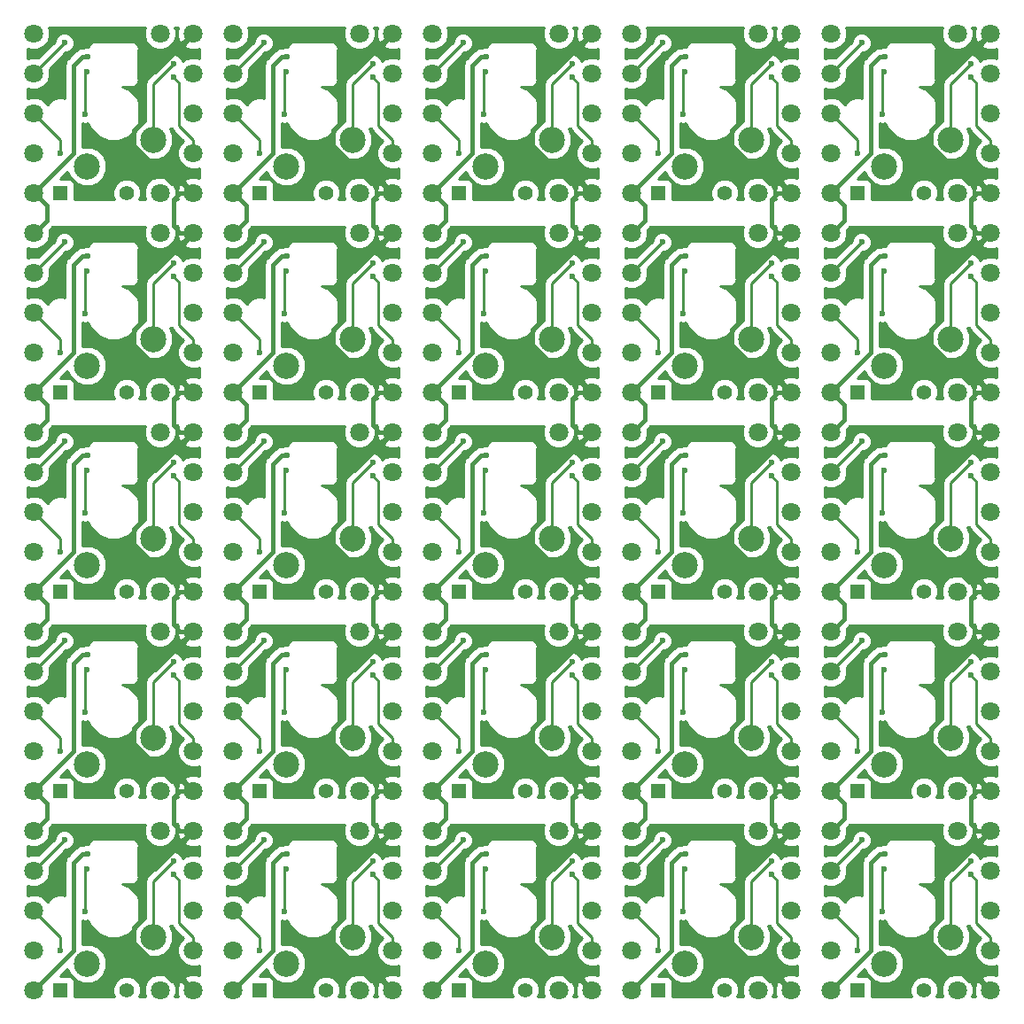
<source format=gtl>
G04 #@! TF.GenerationSoftware,KiCad,Pcbnew,5.0.2-bee76a0~70~ubuntu18.04.1*
G04 #@! TF.CreationDate,2020-02-01T05:26:45+09:00*
G04 #@! TF.ProjectId,suxen,73757865-6e2e-46b6-9963-61645f706362,rev?*
G04 #@! TF.SameCoordinates,Original*
G04 #@! TF.FileFunction,Copper,L1,Top*
G04 #@! TF.FilePolarity,Positive*
%FSLAX46Y46*%
G04 Gerber Fmt 4.6, Leading zero omitted, Abs format (unit mm)*
G04 Created by KiCad (PCBNEW 5.0.2-bee76a0~70~ubuntu18.04.1) date 2020年02月01日 05時26分45秒*
%MOMM*%
%LPD*%
G01*
G04 APERTURE LIST*
G04 #@! TA.AperFunction,ComponentPad*
%ADD10C,2.500000*%
G04 #@! TD*
G04 #@! TA.AperFunction,ComponentPad*
%ADD11R,1.400000X1.400000*%
G04 #@! TD*
G04 #@! TA.AperFunction,ComponentPad*
%ADD12C,1.400000*%
G04 #@! TD*
G04 #@! TA.AperFunction,ComponentPad*
%ADD13C,1.800000*%
G04 #@! TD*
G04 #@! TA.AperFunction,ViaPad*
%ADD14C,0.600000*%
G04 #@! TD*
G04 #@! TA.AperFunction,Conductor*
%ADD15C,0.250000*%
G04 #@! TD*
G04 #@! TA.AperFunction,Conductor*
%ADD16C,0.400000*%
G04 #@! TD*
G04 #@! TA.AperFunction,Conductor*
%ADD17C,0.254000*%
G04 #@! TD*
G04 APERTURE END LIST*
D10*
G04 #@! TO.P,SW1,1*
G04 #@! TO.N,/COL0*
X78232000Y-38227000D03*
G04 #@! TO.P,SW1,2*
G04 #@! TO.N,Net-(D1-Pad2)*
X71882000Y-40767000D03*
G04 #@! TD*
G04 #@! TO.P,SW24,1*
G04 #@! TO.N,/COL3*
X135382000Y-114427000D03*
G04 #@! TO.P,SW24,2*
G04 #@! TO.N,Net-(D24-Pad2)*
X129032000Y-116967000D03*
G04 #@! TD*
G04 #@! TO.P,SW23,1*
G04 #@! TO.N,/COL2*
X116332000Y-114427000D03*
G04 #@! TO.P,SW23,2*
G04 #@! TO.N,Net-(D23-Pad2)*
X109982000Y-116967000D03*
G04 #@! TD*
G04 #@! TO.P,SW22,1*
G04 #@! TO.N,/COL1*
X97282000Y-114427000D03*
G04 #@! TO.P,SW22,2*
G04 #@! TO.N,Net-(D22-Pad2)*
X90932000Y-116967000D03*
G04 #@! TD*
G04 #@! TO.P,SW21,1*
G04 #@! TO.N,/COL0*
X78232000Y-114427000D03*
G04 #@! TO.P,SW21,2*
G04 #@! TO.N,Net-(D21-Pad2)*
X71882000Y-116967000D03*
G04 #@! TD*
G04 #@! TO.P,SW19,1*
G04 #@! TO.N,/COL3*
X135382000Y-95377000D03*
G04 #@! TO.P,SW19,2*
G04 #@! TO.N,Net-(D19-Pad2)*
X129032000Y-97917000D03*
G04 #@! TD*
G04 #@! TO.P,SW18,1*
G04 #@! TO.N,/COL2*
X116332000Y-95377000D03*
G04 #@! TO.P,SW18,2*
G04 #@! TO.N,Net-(D18-Pad2)*
X109982000Y-97917000D03*
G04 #@! TD*
G04 #@! TO.P,SW17,1*
G04 #@! TO.N,/COL1*
X97282000Y-95377000D03*
G04 #@! TO.P,SW17,2*
G04 #@! TO.N,Net-(D17-Pad2)*
X90932000Y-97917000D03*
G04 #@! TD*
G04 #@! TO.P,SW16,1*
G04 #@! TO.N,/COL0*
X78232000Y-95377000D03*
G04 #@! TO.P,SW16,2*
G04 #@! TO.N,Net-(D16-Pad2)*
X71882000Y-97917000D03*
G04 #@! TD*
G04 #@! TO.P,SW14,1*
G04 #@! TO.N,/COL3*
X135382000Y-76327000D03*
G04 #@! TO.P,SW14,2*
G04 #@! TO.N,Net-(D14-Pad2)*
X129032000Y-78867000D03*
G04 #@! TD*
G04 #@! TO.P,SW12,1*
G04 #@! TO.N,/COL1*
X97282000Y-76327000D03*
G04 #@! TO.P,SW12,2*
G04 #@! TO.N,Net-(D12-Pad2)*
X90932000Y-78867000D03*
G04 #@! TD*
G04 #@! TO.P,SW11,1*
G04 #@! TO.N,/COL0*
X78232000Y-76327000D03*
G04 #@! TO.P,SW11,2*
G04 #@! TO.N,Net-(D11-Pad2)*
X71882000Y-78867000D03*
G04 #@! TD*
G04 #@! TO.P,SW9,1*
G04 #@! TO.N,/COL3*
X135382000Y-57277000D03*
G04 #@! TO.P,SW9,2*
G04 #@! TO.N,Net-(D9-Pad2)*
X129032000Y-59817000D03*
G04 #@! TD*
G04 #@! TO.P,SW8,1*
G04 #@! TO.N,/COL2*
X116332000Y-57277000D03*
G04 #@! TO.P,SW8,2*
G04 #@! TO.N,Net-(D8-Pad2)*
X109982000Y-59817000D03*
G04 #@! TD*
G04 #@! TO.P,SW7,1*
G04 #@! TO.N,/COL1*
X97282000Y-57277000D03*
G04 #@! TO.P,SW7,2*
G04 #@! TO.N,Net-(D7-Pad2)*
X90932000Y-59817000D03*
G04 #@! TD*
G04 #@! TO.P,SW6,1*
G04 #@! TO.N,/COL0*
X78232000Y-57277000D03*
G04 #@! TO.P,SW6,2*
G04 #@! TO.N,Net-(D6-Pad2)*
X71882000Y-59817000D03*
G04 #@! TD*
G04 #@! TO.P,SW5,1*
G04 #@! TO.N,/COL4*
X154432000Y-38227000D03*
G04 #@! TO.P,SW5,2*
G04 #@! TO.N,Net-(D5-Pad2)*
X148082000Y-40767000D03*
G04 #@! TD*
G04 #@! TO.P,SW4,1*
G04 #@! TO.N,/COL3*
X135382000Y-38227000D03*
G04 #@! TO.P,SW4,2*
G04 #@! TO.N,Net-(D4-Pad2)*
X129032000Y-40767000D03*
G04 #@! TD*
G04 #@! TO.P,SW2,1*
G04 #@! TO.N,/COL1*
X97282000Y-38227000D03*
G04 #@! TO.P,SW2,2*
G04 #@! TO.N,Net-(D2-Pad2)*
X90932000Y-40767000D03*
G04 #@! TD*
G04 #@! TO.P,SW3,1*
G04 #@! TO.N,/COL2*
X116332000Y-38227000D03*
G04 #@! TO.P,SW3,2*
G04 #@! TO.N,Net-(D3-Pad2)*
X109982000Y-40767000D03*
G04 #@! TD*
G04 #@! TO.P,SW10,1*
G04 #@! TO.N,/COL4*
X154432000Y-57277000D03*
G04 #@! TO.P,SW10,2*
G04 #@! TO.N,Net-(D10-Pad2)*
X148082000Y-59817000D03*
G04 #@! TD*
G04 #@! TO.P,SW15,1*
G04 #@! TO.N,/COL4*
X154432000Y-76327000D03*
G04 #@! TO.P,SW15,2*
G04 #@! TO.N,Net-(D15-Pad2)*
X148082000Y-78867000D03*
G04 #@! TD*
G04 #@! TO.P,SW20,1*
G04 #@! TO.N,/COL4*
X154432000Y-95377000D03*
G04 #@! TO.P,SW20,2*
G04 #@! TO.N,Net-(D20-Pad2)*
X148082000Y-97917000D03*
G04 #@! TD*
G04 #@! TO.P,SW20,1*
G04 #@! TO.N,/COL4*
X154432000Y-114427000D03*
G04 #@! TO.P,SW20,2*
G04 #@! TO.N,Net-(D25-Pad2)*
X148082000Y-116967000D03*
G04 #@! TD*
G04 #@! TO.P,SW13,1*
G04 #@! TO.N,/COL2*
X116332000Y-76327000D03*
G04 #@! TO.P,SW13,2*
G04 #@! TO.N,Net-(D13-Pad2)*
X109982000Y-78867000D03*
G04 #@! TD*
D11*
G04 #@! TO.P,D,1*
G04 #@! TO.N,/ROW0*
X69342000Y-43307000D03*
D12*
G04 #@! TO.P,D,2*
G04 #@! TO.N,Net-(D1-Pad2)*
X75692000Y-43307000D03*
G04 #@! TD*
D11*
G04 #@! TO.P,D,1*
G04 #@! TO.N,/ROW0*
X107442000Y-43307000D03*
D12*
G04 #@! TO.P,D,2*
G04 #@! TO.N,Net-(D3-Pad2)*
X113792000Y-43307000D03*
G04 #@! TD*
D11*
G04 #@! TO.P,D,1*
G04 #@! TO.N,/ROW1*
X69342000Y-62357000D03*
D12*
G04 #@! TO.P,D,2*
G04 #@! TO.N,Net-(D6-Pad2)*
X75692000Y-62357000D03*
G04 #@! TD*
D11*
G04 #@! TO.P,D,1*
G04 #@! TO.N,/ROW0*
X88392000Y-43307000D03*
D12*
G04 #@! TO.P,D,2*
G04 #@! TO.N,Net-(D2-Pad2)*
X94742000Y-43307000D03*
G04 #@! TD*
D11*
G04 #@! TO.P,D,1*
G04 #@! TO.N,/ROW0*
X126492000Y-43307000D03*
D12*
G04 #@! TO.P,D,2*
G04 #@! TO.N,Net-(D4-Pad2)*
X132842000Y-43307000D03*
G04 #@! TD*
D11*
G04 #@! TO.P,D,1*
G04 #@! TO.N,/ROW0*
X145542000Y-43307000D03*
D12*
G04 #@! TO.P,D,2*
G04 #@! TO.N,Net-(D5-Pad2)*
X151892000Y-43307000D03*
G04 #@! TD*
D11*
G04 #@! TO.P,D,1*
G04 #@! TO.N,/ROW1*
X88392000Y-62357000D03*
D12*
G04 #@! TO.P,D,2*
G04 #@! TO.N,Net-(D7-Pad2)*
X94742000Y-62357000D03*
G04 #@! TD*
D11*
G04 #@! TO.P,D,1*
G04 #@! TO.N,/ROW1*
X107442000Y-62357000D03*
D12*
G04 #@! TO.P,D,2*
G04 #@! TO.N,Net-(D8-Pad2)*
X113792000Y-62357000D03*
G04 #@! TD*
D11*
G04 #@! TO.P,D,1*
G04 #@! TO.N,/ROW1*
X126492000Y-62357000D03*
D12*
G04 #@! TO.P,D,2*
G04 #@! TO.N,Net-(D9-Pad2)*
X132842000Y-62357000D03*
G04 #@! TD*
D11*
G04 #@! TO.P,D,1*
G04 #@! TO.N,/ROW1*
X145542000Y-62357000D03*
D12*
G04 #@! TO.P,D,2*
G04 #@! TO.N,Net-(D10-Pad2)*
X151892000Y-62357000D03*
G04 #@! TD*
D11*
G04 #@! TO.P,D,1*
G04 #@! TO.N,/ROW2*
X69342000Y-81407000D03*
D12*
G04 #@! TO.P,D,2*
G04 #@! TO.N,Net-(D11-Pad2)*
X75692000Y-81407000D03*
G04 #@! TD*
D11*
G04 #@! TO.P,D,1*
G04 #@! TO.N,/ROW2*
X88392000Y-81407000D03*
D12*
G04 #@! TO.P,D,2*
G04 #@! TO.N,Net-(D12-Pad2)*
X94742000Y-81407000D03*
G04 #@! TD*
D11*
G04 #@! TO.P,D,1*
G04 #@! TO.N,/ROW2*
X107442000Y-81407000D03*
D12*
G04 #@! TO.P,D,2*
G04 #@! TO.N,Net-(D13-Pad2)*
X113792000Y-81407000D03*
G04 #@! TD*
D11*
G04 #@! TO.P,D,1*
G04 #@! TO.N,/ROW2*
X126492000Y-81407000D03*
D12*
G04 #@! TO.P,D,2*
G04 #@! TO.N,Net-(D14-Pad2)*
X132842000Y-81407000D03*
G04 #@! TD*
D11*
G04 #@! TO.P,D,1*
G04 #@! TO.N,/ROW2*
X145542000Y-81407000D03*
D12*
G04 #@! TO.P,D,2*
G04 #@! TO.N,Net-(D15-Pad2)*
X151892000Y-81407000D03*
G04 #@! TD*
D11*
G04 #@! TO.P,D,1*
G04 #@! TO.N,/ROW3*
X69342000Y-100457000D03*
D12*
G04 #@! TO.P,D,2*
G04 #@! TO.N,Net-(D16-Pad2)*
X75692000Y-100457000D03*
G04 #@! TD*
D11*
G04 #@! TO.P,D,1*
G04 #@! TO.N,/ROW3*
X88392000Y-100457000D03*
D12*
G04 #@! TO.P,D,2*
G04 #@! TO.N,Net-(D17-Pad2)*
X94742000Y-100457000D03*
G04 #@! TD*
D11*
G04 #@! TO.P,D,1*
G04 #@! TO.N,/ROW3*
X107442000Y-100457000D03*
D12*
G04 #@! TO.P,D,2*
G04 #@! TO.N,Net-(D18-Pad2)*
X113792000Y-100457000D03*
G04 #@! TD*
D11*
G04 #@! TO.P,D,1*
G04 #@! TO.N,/ROW3*
X126492000Y-100457000D03*
D12*
G04 #@! TO.P,D,2*
G04 #@! TO.N,Net-(D19-Pad2)*
X132842000Y-100457000D03*
G04 #@! TD*
D11*
G04 #@! TO.P,D,1*
G04 #@! TO.N,/ROW3*
X145542000Y-100457000D03*
D12*
G04 #@! TO.P,D,2*
G04 #@! TO.N,Net-(D20-Pad2)*
X151892000Y-100457000D03*
G04 #@! TD*
D11*
G04 #@! TO.P,D,1*
G04 #@! TO.N,/ROW4*
X69342000Y-119507000D03*
D12*
G04 #@! TO.P,D,2*
G04 #@! TO.N,Net-(D21-Pad2)*
X75692000Y-119507000D03*
G04 #@! TD*
D11*
G04 #@! TO.P,D,1*
G04 #@! TO.N,/ROW4*
X88392000Y-119507000D03*
D12*
G04 #@! TO.P,D,2*
G04 #@! TO.N,Net-(D22-Pad2)*
X94742000Y-119507000D03*
G04 #@! TD*
D11*
G04 #@! TO.P,D,1*
G04 #@! TO.N,/ROW4*
X107442000Y-119507000D03*
D12*
G04 #@! TO.P,D,2*
G04 #@! TO.N,Net-(D23-Pad2)*
X113792000Y-119507000D03*
G04 #@! TD*
D11*
G04 #@! TO.P,D,1*
G04 #@! TO.N,/ROW4*
X126492000Y-119507000D03*
D12*
G04 #@! TO.P,D,2*
G04 #@! TO.N,Net-(D24-Pad2)*
X132842000Y-119507000D03*
G04 #@! TD*
D11*
G04 #@! TO.P,D,1*
G04 #@! TO.N,/ROW4*
X145542000Y-119507000D03*
D12*
G04 #@! TO.P,D,2*
G04 #@! TO.N,Net-(D25-Pad2)*
X151892000Y-119507000D03*
G04 #@! TD*
D13*
G04 #@! TO.P,REF\002A\002A,1*
G04 #@! TO.N,/ROW4*
X158242000Y-111887000D03*
G04 #@! TD*
G04 #@! TO.P,REF\002A\002A,1*
G04 #@! TO.N,/ROW4*
X139192000Y-111887000D03*
G04 #@! TD*
G04 #@! TO.P,REF\002A\002A,1*
G04 #@! TO.N,/ROW4*
X120142000Y-111887000D03*
G04 #@! TD*
G04 #@! TO.P,REF\002A\002A,1*
G04 #@! TO.N,/ROW4*
X101092000Y-111887000D03*
G04 #@! TD*
G04 #@! TO.P,REF\002A\002A,1*
G04 #@! TO.N,/ROW4*
X143002000Y-111887000D03*
G04 #@! TD*
G04 #@! TO.P,REF\002A\002A,1*
G04 #@! TO.N,/ROW4*
X123952000Y-111887000D03*
G04 #@! TD*
G04 #@! TO.P,REF\002A\002A,1*
G04 #@! TO.N,/ROW4*
X104902000Y-111887000D03*
G04 #@! TD*
G04 #@! TO.P,REF\002A\002A,1*
G04 #@! TO.N,/ROW4*
X85852000Y-111887000D03*
G04 #@! TD*
G04 #@! TO.P,REF\002A\002A,1*
G04 #@! TO.N,/ROW3*
X158242000Y-92837000D03*
G04 #@! TD*
G04 #@! TO.P,REF\002A\002A,1*
G04 #@! TO.N,/ROW3*
X139192000Y-92837000D03*
G04 #@! TD*
G04 #@! TO.P,REF\002A\002A,1*
G04 #@! TO.N,/ROW3*
X120142000Y-92837000D03*
G04 #@! TD*
G04 #@! TO.P,REF\002A\002A,1*
G04 #@! TO.N,/ROW3*
X101092000Y-92837000D03*
G04 #@! TD*
G04 #@! TO.P,REF\002A\002A,1*
G04 #@! TO.N,/ROW3*
X143002000Y-92837000D03*
G04 #@! TD*
G04 #@! TO.P,REF\002A\002A,1*
G04 #@! TO.N,/ROW3*
X123952000Y-92837000D03*
G04 #@! TD*
G04 #@! TO.P,REF\002A\002A,1*
G04 #@! TO.N,/ROW3*
X104902000Y-92837000D03*
G04 #@! TD*
G04 #@! TO.P,REF\002A\002A,1*
G04 #@! TO.N,/ROW3*
X85852000Y-92837000D03*
G04 #@! TD*
G04 #@! TO.P,REF\002A\002A,1*
G04 #@! TO.N,/ROW2*
X143002000Y-73787000D03*
G04 #@! TD*
G04 #@! TO.P,REF\002A\002A,1*
G04 #@! TO.N,/ROW2*
X123952000Y-73787000D03*
G04 #@! TD*
G04 #@! TO.P,REF\002A\002A,1*
G04 #@! TO.N,/ROW2*
X104902000Y-73787000D03*
G04 #@! TD*
G04 #@! TO.P,REF\002A\002A,1*
G04 #@! TO.N,/ROW2*
X85852000Y-73787000D03*
G04 #@! TD*
G04 #@! TO.P,REF\002A\002A,1*
G04 #@! TO.N,/ROW2*
X158242000Y-73787000D03*
G04 #@! TD*
G04 #@! TO.P,REF\002A\002A,1*
G04 #@! TO.N,/ROW2*
X139192000Y-73787000D03*
G04 #@! TD*
G04 #@! TO.P,REF\002A\002A,1*
G04 #@! TO.N,/ROW2*
X120142000Y-73787000D03*
G04 #@! TD*
G04 #@! TO.P,REF\002A\002A,1*
G04 #@! TO.N,/ROW2*
X101092000Y-73787000D03*
G04 #@! TD*
G04 #@! TO.P,REF\002A\002A,1*
G04 #@! TO.N,Net-(L1-Pad3)*
X158242000Y-115697000D03*
G04 #@! TD*
G04 #@! TO.P,REF\002A\002A,1*
G04 #@! TO.N,Net-(L1-Pad3)*
X139192000Y-115697000D03*
G04 #@! TD*
G04 #@! TO.P,REF\002A\002A,1*
G04 #@! TO.N,Net-(L1-Pad3)*
X120142000Y-115697000D03*
G04 #@! TD*
G04 #@! TO.P,REF\002A\002A,1*
G04 #@! TO.N,Net-(L1-Pad3)*
X101092000Y-115697000D03*
G04 #@! TD*
G04 #@! TO.P,REF\002A\002A,1*
G04 #@! TO.N,Net-(L1-Pad3)*
X82042000Y-115697000D03*
G04 #@! TD*
G04 #@! TO.P,REF\002A\002A,1*
G04 #@! TO.N,Net-(L1-Pad3)*
X158242000Y-96647000D03*
G04 #@! TD*
G04 #@! TO.P,REF\002A\002A,1*
G04 #@! TO.N,Net-(L1-Pad3)*
X139192000Y-96647000D03*
G04 #@! TD*
G04 #@! TO.P,REF\002A\002A,1*
G04 #@! TO.N,Net-(L1-Pad3)*
X120142000Y-96647000D03*
G04 #@! TD*
G04 #@! TO.P,REF\002A\002A,1*
G04 #@! TO.N,Net-(L1-Pad3)*
X101092000Y-96647000D03*
G04 #@! TD*
G04 #@! TO.P,REF\002A\002A,1*
G04 #@! TO.N,Net-(L1-Pad3)*
X82042000Y-96647000D03*
G04 #@! TD*
G04 #@! TO.P,REF\002A\002A,1*
G04 #@! TO.N,Net-(L1-Pad3)*
X158242000Y-77597000D03*
G04 #@! TD*
G04 #@! TO.P,REF\002A\002A,1*
G04 #@! TO.N,Net-(L1-Pad3)*
X139192000Y-77597000D03*
G04 #@! TD*
G04 #@! TO.P,REF\002A\002A,1*
G04 #@! TO.N,Net-(L1-Pad3)*
X120142000Y-77597000D03*
G04 #@! TD*
G04 #@! TO.P,REF\002A\002A,1*
G04 #@! TO.N,Net-(L1-Pad3)*
X101092000Y-77597000D03*
G04 #@! TD*
G04 #@! TO.P,REF\002A\002A,1*
G04 #@! TO.N,Net-(L1-Pad3)*
X82042000Y-77597000D03*
G04 #@! TD*
G04 #@! TO.P,REF\002A\002A,1*
G04 #@! TO.N,Net-(L1-Pad3)*
X158242000Y-58547000D03*
G04 #@! TD*
G04 #@! TO.P,REF\002A\002A,1*
G04 #@! TO.N,Net-(L1-Pad3)*
X139192000Y-58547000D03*
G04 #@! TD*
G04 #@! TO.P,REF\002A\002A,1*
G04 #@! TO.N,Net-(L1-Pad3)*
X120142000Y-58547000D03*
G04 #@! TD*
G04 #@! TO.P,REF\002A\002A,1*
G04 #@! TO.N,Net-(L1-Pad3)*
X101092000Y-58547000D03*
G04 #@! TD*
G04 #@! TO.P,REF\002A\002A,1*
G04 #@! TO.N,Net-(L1-Pad3)*
X82042000Y-58547000D03*
G04 #@! TD*
G04 #@! TO.P,REF\002A\002A,1*
G04 #@! TO.N,Net-(L1-Pad3)*
X158242000Y-39497000D03*
G04 #@! TD*
G04 #@! TO.P,REF\002A\002A,1*
G04 #@! TO.N,Net-(L1-Pad3)*
X139192000Y-39497000D03*
G04 #@! TD*
G04 #@! TO.P,REF\002A\002A,1*
G04 #@! TO.N,Net-(L1-Pad3)*
X120142000Y-39497000D03*
G04 #@! TD*
G04 #@! TO.P,REF\002A\002A,1*
G04 #@! TO.N,Net-(L1-Pad3)*
X101092000Y-39497000D03*
G04 #@! TD*
G04 #@! TO.P,REF\002A\002A,1*
G04 #@! TO.N,Net-(L1-Pad3)*
X143002000Y-108077000D03*
G04 #@! TD*
G04 #@! TO.P,REF\002A\002A,1*
G04 #@! TO.N,Net-(L1-Pad3)*
X123952000Y-108077000D03*
G04 #@! TD*
G04 #@! TO.P,REF\002A\002A,1*
G04 #@! TO.N,Net-(L1-Pad3)*
X104902000Y-108077000D03*
G04 #@! TD*
G04 #@! TO.P,REF\002A\002A,1*
G04 #@! TO.N,Net-(L1-Pad3)*
X85852000Y-108077000D03*
G04 #@! TD*
G04 #@! TO.P,REF\002A\002A,1*
G04 #@! TO.N,Net-(L1-Pad3)*
X66802000Y-108077000D03*
G04 #@! TD*
G04 #@! TO.P,REF\002A\002A,1*
G04 #@! TO.N,Net-(L1-Pad3)*
X143002000Y-89027000D03*
G04 #@! TD*
G04 #@! TO.P,REF\002A\002A,1*
G04 #@! TO.N,Net-(L1-Pad3)*
X123952000Y-89027000D03*
G04 #@! TD*
G04 #@! TO.P,REF\002A\002A,1*
G04 #@! TO.N,Net-(L1-Pad3)*
X104902000Y-89027000D03*
G04 #@! TD*
G04 #@! TO.P,REF\002A\002A,1*
G04 #@! TO.N,Net-(L1-Pad3)*
X85852000Y-89027000D03*
G04 #@! TD*
G04 #@! TO.P,REF\002A\002A,1*
G04 #@! TO.N,Net-(L1-Pad3)*
X66802000Y-89027000D03*
G04 #@! TD*
G04 #@! TO.P,REF\002A\002A,1*
G04 #@! TO.N,Net-(L1-Pad3)*
X143002000Y-69977000D03*
G04 #@! TD*
G04 #@! TO.P,REF\002A\002A,1*
G04 #@! TO.N,Net-(L1-Pad3)*
X123952000Y-69977000D03*
G04 #@! TD*
G04 #@! TO.P,REF\002A\002A,1*
G04 #@! TO.N,Net-(L1-Pad3)*
X104902000Y-69977000D03*
G04 #@! TD*
G04 #@! TO.P,REF\002A\002A,1*
G04 #@! TO.N,Net-(L1-Pad3)*
X85852000Y-69977000D03*
G04 #@! TD*
G04 #@! TO.P,REF\002A\002A,1*
G04 #@! TO.N,Net-(L1-Pad3)*
X66802000Y-69977000D03*
G04 #@! TD*
G04 #@! TO.P,REF\002A\002A,1*
G04 #@! TO.N,Net-(L1-Pad3)*
X143002000Y-50927000D03*
G04 #@! TD*
G04 #@! TO.P,REF\002A\002A,1*
G04 #@! TO.N,Net-(L1-Pad3)*
X123952000Y-50927000D03*
G04 #@! TD*
G04 #@! TO.P,REF\002A\002A,1*
G04 #@! TO.N,Net-(L1-Pad3)*
X104902000Y-50927000D03*
G04 #@! TD*
G04 #@! TO.P,REF\002A\002A,1*
G04 #@! TO.N,Net-(L1-Pad3)*
X85852000Y-50927000D03*
G04 #@! TD*
G04 #@! TO.P,REF\002A\002A,1*
G04 #@! TO.N,Net-(L1-Pad3)*
X66802000Y-50927000D03*
G04 #@! TD*
G04 #@! TO.P,REF\002A\002A,1*
G04 #@! TO.N,Net-(L1-Pad3)*
X143002000Y-31877000D03*
G04 #@! TD*
G04 #@! TO.P,REF\002A\002A,1*
G04 #@! TO.N,Net-(L1-Pad3)*
X123952000Y-31877000D03*
G04 #@! TD*
G04 #@! TO.P,REF\002A\002A,1*
G04 #@! TO.N,Net-(L1-Pad3)*
X104902000Y-31877000D03*
G04 #@! TD*
G04 #@! TO.P,REF\002A\002A,1*
G04 #@! TO.N,Net-(L1-Pad3)*
X85852000Y-31877000D03*
G04 #@! TD*
G04 #@! TO.P,REF\002A\002A,1*
G04 #@! TO.N,Net-(L1-Pad1)*
X143002000Y-115697000D03*
G04 #@! TD*
G04 #@! TO.P,REF\002A\002A,1*
G04 #@! TO.N,Net-(L1-Pad1)*
X123952000Y-115697000D03*
G04 #@! TD*
G04 #@! TO.P,REF\002A\002A,1*
G04 #@! TO.N,Net-(L1-Pad1)*
X104902000Y-115697000D03*
G04 #@! TD*
G04 #@! TO.P,REF\002A\002A,1*
G04 #@! TO.N,Net-(L1-Pad1)*
X85852000Y-115697000D03*
G04 #@! TD*
G04 #@! TO.P,REF\002A\002A,1*
G04 #@! TO.N,Net-(L1-Pad1)*
X66802000Y-115697000D03*
G04 #@! TD*
G04 #@! TO.P,REF\002A\002A,1*
G04 #@! TO.N,Net-(L1-Pad1)*
X143002000Y-96647000D03*
G04 #@! TD*
G04 #@! TO.P,REF\002A\002A,1*
G04 #@! TO.N,Net-(L1-Pad1)*
X123952000Y-96647000D03*
G04 #@! TD*
G04 #@! TO.P,REF\002A\002A,1*
G04 #@! TO.N,Net-(L1-Pad1)*
X104902000Y-96647000D03*
G04 #@! TD*
G04 #@! TO.P,REF\002A\002A,1*
G04 #@! TO.N,Net-(L1-Pad1)*
X85852000Y-96647000D03*
G04 #@! TD*
G04 #@! TO.P,REF\002A\002A,1*
G04 #@! TO.N,Net-(L1-Pad1)*
X66802000Y-96647000D03*
G04 #@! TD*
G04 #@! TO.P,REF\002A\002A,1*
G04 #@! TO.N,Net-(L1-Pad1)*
X143002000Y-77597000D03*
G04 #@! TD*
G04 #@! TO.P,REF\002A\002A,1*
G04 #@! TO.N,Net-(L1-Pad1)*
X123952000Y-77597000D03*
G04 #@! TD*
G04 #@! TO.P,REF\002A\002A,1*
G04 #@! TO.N,Net-(L1-Pad1)*
X104902000Y-77597000D03*
G04 #@! TD*
G04 #@! TO.P,REF\002A\002A,1*
G04 #@! TO.N,Net-(L1-Pad1)*
X85852000Y-77597000D03*
G04 #@! TD*
G04 #@! TO.P,REF\002A\002A,1*
G04 #@! TO.N,Net-(L1-Pad1)*
X66802000Y-77597000D03*
G04 #@! TD*
G04 #@! TO.P,REF\002A\002A,1*
G04 #@! TO.N,Net-(L1-Pad1)*
X143002000Y-58547000D03*
G04 #@! TD*
G04 #@! TO.P,REF\002A\002A,1*
G04 #@! TO.N,Net-(L1-Pad1)*
X123952000Y-58547000D03*
G04 #@! TD*
G04 #@! TO.P,REF\002A\002A,1*
G04 #@! TO.N,Net-(L1-Pad1)*
X104902000Y-58547000D03*
G04 #@! TD*
G04 #@! TO.P,REF\002A\002A,1*
G04 #@! TO.N,Net-(L1-Pad1)*
X85852000Y-58547000D03*
G04 #@! TD*
G04 #@! TO.P,REF\002A\002A,1*
G04 #@! TO.N,Net-(L1-Pad1)*
X66802000Y-58547000D03*
G04 #@! TD*
G04 #@! TO.P,REF\002A\002A,1*
G04 #@! TO.N,Net-(L1-Pad1)*
X143002000Y-39497000D03*
G04 #@! TD*
G04 #@! TO.P,REF\002A\002A,1*
G04 #@! TO.N,Net-(L1-Pad1)*
X123952000Y-39497000D03*
G04 #@! TD*
G04 #@! TO.P,REF\002A\002A,1*
G04 #@! TO.N,Net-(L1-Pad1)*
X104902000Y-39497000D03*
G04 #@! TD*
G04 #@! TO.P,REF\002A\002A,1*
G04 #@! TO.N,Net-(L1-Pad1)*
X85852000Y-39497000D03*
G04 #@! TD*
G04 #@! TO.P,REF\002A\002A,1*
G04 #@! TO.N,Net-(L1-Pad1)*
X158242000Y-108077000D03*
G04 #@! TD*
G04 #@! TO.P,REF\002A\002A,1*
G04 #@! TO.N,Net-(L1-Pad1)*
X139192000Y-108077000D03*
G04 #@! TD*
G04 #@! TO.P,REF\002A\002A,1*
G04 #@! TO.N,Net-(L1-Pad1)*
X120142000Y-108077000D03*
G04 #@! TD*
G04 #@! TO.P,REF\002A\002A,1*
G04 #@! TO.N,Net-(L1-Pad1)*
X101092000Y-108077000D03*
G04 #@! TD*
G04 #@! TO.P,REF\002A\002A,1*
G04 #@! TO.N,Net-(L1-Pad1)*
X82042000Y-108077000D03*
G04 #@! TD*
G04 #@! TO.P,REF\002A\002A,1*
G04 #@! TO.N,Net-(L1-Pad1)*
X158242000Y-89027000D03*
G04 #@! TD*
G04 #@! TO.P,REF\002A\002A,1*
G04 #@! TO.N,Net-(L1-Pad1)*
X139192000Y-89027000D03*
G04 #@! TD*
G04 #@! TO.P,REF\002A\002A,1*
G04 #@! TO.N,Net-(L1-Pad1)*
X120142000Y-89027000D03*
G04 #@! TD*
G04 #@! TO.P,REF\002A\002A,1*
G04 #@! TO.N,Net-(L1-Pad1)*
X101092000Y-89027000D03*
G04 #@! TD*
G04 #@! TO.P,REF\002A\002A,1*
G04 #@! TO.N,Net-(L1-Pad1)*
X82042000Y-89027000D03*
G04 #@! TD*
G04 #@! TO.P,REF\002A\002A,1*
G04 #@! TO.N,Net-(L1-Pad1)*
X158242000Y-69977000D03*
G04 #@! TD*
G04 #@! TO.P,REF\002A\002A,1*
G04 #@! TO.N,Net-(L1-Pad1)*
X139192000Y-69977000D03*
G04 #@! TD*
G04 #@! TO.P,REF\002A\002A,1*
G04 #@! TO.N,Net-(L1-Pad1)*
X120142000Y-69977000D03*
G04 #@! TD*
G04 #@! TO.P,REF\002A\002A,1*
G04 #@! TO.N,Net-(L1-Pad1)*
X101092000Y-69977000D03*
G04 #@! TD*
G04 #@! TO.P,REF\002A\002A,1*
G04 #@! TO.N,Net-(L1-Pad1)*
X82042000Y-69977000D03*
G04 #@! TD*
G04 #@! TO.P,REF\002A\002A,1*
G04 #@! TO.N,Net-(L1-Pad1)*
X158242000Y-50927000D03*
G04 #@! TD*
G04 #@! TO.P,REF\002A\002A,1*
G04 #@! TO.N,Net-(L1-Pad1)*
X139192000Y-50927000D03*
G04 #@! TD*
G04 #@! TO.P,REF\002A\002A,1*
G04 #@! TO.N,Net-(L1-Pad1)*
X120142000Y-50927000D03*
G04 #@! TD*
G04 #@! TO.P,REF\002A\002A,1*
G04 #@! TO.N,Net-(L1-Pad1)*
X101092000Y-50927000D03*
G04 #@! TD*
G04 #@! TO.P,REF\002A\002A,1*
G04 #@! TO.N,Net-(L1-Pad1)*
X82042000Y-50927000D03*
G04 #@! TD*
G04 #@! TO.P,REF\002A\002A,1*
G04 #@! TO.N,Net-(L1-Pad1)*
X158242000Y-31877000D03*
G04 #@! TD*
G04 #@! TO.P,REF\002A\002A,1*
G04 #@! TO.N,Net-(L1-Pad1)*
X139192000Y-31877000D03*
G04 #@! TD*
G04 #@! TO.P,REF\002A\002A,1*
G04 #@! TO.N,Net-(L1-Pad1)*
X120142000Y-31877000D03*
G04 #@! TD*
G04 #@! TO.P,REF\002A\002A,1*
G04 #@! TO.N,Net-(L1-Pad1)*
X101092000Y-31877000D03*
G04 #@! TD*
G04 #@! TO.P,REF\002A\002A,1*
G04 #@! TO.N,/COL4*
X155067000Y-100457000D03*
G04 #@! TD*
G04 #@! TO.P,REF\002A\002A,1*
G04 #@! TO.N,VCC*
X143002000Y-119507000D03*
G04 #@! TD*
G04 #@! TO.P,REF\002A\002A,1*
G04 #@! TO.N,VCC*
X143002000Y-104267000D03*
G04 #@! TD*
G04 #@! TO.P,REF\002A\002A,1*
G04 #@! TO.N,GND*
X158242000Y-104267000D03*
G04 #@! TD*
G04 #@! TO.P,REF\002A\002A,1*
G04 #@! TO.N,/COL4*
X155067000Y-104267000D03*
G04 #@! TD*
G04 #@! TO.P,REF\002A\002A,1*
G04 #@! TO.N,GND*
X158242000Y-119507000D03*
G04 #@! TD*
G04 #@! TO.P,REF\002A\002A,1*
G04 #@! TO.N,/COL4*
X155067000Y-119507000D03*
G04 #@! TD*
G04 #@! TO.P,REF\002A\002A,1*
G04 #@! TO.N,VCC*
X123952000Y-119507000D03*
G04 #@! TD*
G04 #@! TO.P,REF\002A\002A,1*
G04 #@! TO.N,GND*
X139192000Y-119507000D03*
G04 #@! TD*
G04 #@! TO.P,REF\002A\002A,1*
G04 #@! TO.N,/COL3*
X136017000Y-104267000D03*
G04 #@! TD*
G04 #@! TO.P,REF\002A\002A,1*
G04 #@! TO.N,GND*
X139192000Y-104267000D03*
G04 #@! TD*
G04 #@! TO.P,REF\002A\002A,1*
G04 #@! TO.N,/COL3*
X136017000Y-119507000D03*
G04 #@! TD*
G04 #@! TO.P,REF\002A\002A,1*
G04 #@! TO.N,VCC*
X123952000Y-104267000D03*
G04 #@! TD*
G04 #@! TO.P,REF\002A\002A,1*
G04 #@! TO.N,VCC*
X104902000Y-104267000D03*
G04 #@! TD*
G04 #@! TO.P,REF\002A\002A,1*
G04 #@! TO.N,VCC*
X104902000Y-119507000D03*
G04 #@! TD*
G04 #@! TO.P,REF\002A\002A,1*
G04 #@! TO.N,GND*
X120142000Y-104267000D03*
G04 #@! TD*
G04 #@! TO.P,REF\002A\002A,1*
G04 #@! TO.N,GND*
X120142000Y-119507000D03*
G04 #@! TD*
G04 #@! TO.P,REF\002A\002A,1*
G04 #@! TO.N,/COL2*
X116967000Y-119507000D03*
G04 #@! TD*
G04 #@! TO.P,REF\002A\002A,1*
G04 #@! TO.N,/COL2*
X116967000Y-104267000D03*
G04 #@! TD*
G04 #@! TO.P,REF\002A\002A,1*
G04 #@! TO.N,/COL1*
X97917000Y-119507000D03*
G04 #@! TD*
G04 #@! TO.P,REF\002A\002A,1*
G04 #@! TO.N,GND*
X101092000Y-119507000D03*
G04 #@! TD*
G04 #@! TO.P,REF\002A\002A,1*
G04 #@! TO.N,VCC*
X85852000Y-104267000D03*
G04 #@! TD*
G04 #@! TO.P,REF\002A\002A,1*
G04 #@! TO.N,VCC*
X85852000Y-119507000D03*
G04 #@! TD*
G04 #@! TO.P,REF\002A\002A,1*
G04 #@! TO.N,GND*
X101092000Y-104267000D03*
G04 #@! TD*
G04 #@! TO.P,REF\002A\002A,1*
G04 #@! TO.N,/COL1*
X97917000Y-104267000D03*
G04 #@! TD*
G04 #@! TO.P,REF\002A\002A,1*
G04 #@! TO.N,GND*
X82042000Y-119507000D03*
G04 #@! TD*
G04 #@! TO.P,REF\002A\002A,1*
G04 #@! TO.N,/COL0*
X78867000Y-119507000D03*
G04 #@! TD*
G04 #@! TO.P,REF\002A\002A,1*
G04 #@! TO.N,/COL0*
X78867000Y-104267000D03*
G04 #@! TD*
G04 #@! TO.P,REF\002A\002A,1*
G04 #@! TO.N,VCC*
X66802000Y-119507000D03*
G04 #@! TD*
G04 #@! TO.P,REF\002A\002A,1*
G04 #@! TO.N,VCC*
X66802000Y-104267000D03*
G04 #@! TD*
G04 #@! TO.P,REF\002A\002A,1*
G04 #@! TO.N,/ROW4*
X82042000Y-111887000D03*
G04 #@! TD*
G04 #@! TO.P,REF\002A\002A,1*
G04 #@! TO.N,/ROW4*
X66802000Y-111887000D03*
G04 #@! TD*
G04 #@! TO.P,REF\002A\002A,1*
G04 #@! TO.N,GND*
X82042000Y-104267000D03*
G04 #@! TD*
G04 #@! TO.P,REF\002A\002A,1*
G04 #@! TO.N,GND*
X82042000Y-100457000D03*
G04 #@! TD*
G04 #@! TO.P,REF\002A\002A,1*
G04 #@! TO.N,/ROW3*
X66802000Y-92837000D03*
G04 #@! TD*
G04 #@! TO.P,REF\002A\002A,1*
G04 #@! TO.N,/COL0*
X78867000Y-85217000D03*
G04 #@! TD*
G04 #@! TO.P,REF\002A\002A,1*
G04 #@! TO.N,GND*
X82042000Y-85217000D03*
G04 #@! TD*
G04 #@! TO.P,REF\002A\002A,1*
G04 #@! TO.N,/ROW3*
X82042000Y-92837000D03*
G04 #@! TD*
G04 #@! TO.P,REF\002A\002A,1*
G04 #@! TO.N,/COL0*
X78867000Y-100457000D03*
G04 #@! TD*
G04 #@! TO.P,REF\002A\002A,1*
G04 #@! TO.N,VCC*
X66802000Y-85217000D03*
G04 #@! TD*
G04 #@! TO.P,REF\002A\002A,1*
G04 #@! TO.N,VCC*
X66802000Y-100457000D03*
G04 #@! TD*
G04 #@! TO.P,REF\002A\002A,1*
G04 #@! TO.N,GND*
X101092000Y-85217000D03*
G04 #@! TD*
G04 #@! TO.P,REF\002A\002A,1*
G04 #@! TO.N,VCC*
X85852000Y-85217000D03*
G04 #@! TD*
G04 #@! TO.P,REF\002A\002A,1*
G04 #@! TO.N,/COL1*
X97917000Y-85217000D03*
G04 #@! TD*
G04 #@! TO.P,REF\002A\002A,1*
G04 #@! TO.N,VCC*
X85852000Y-100457000D03*
G04 #@! TD*
G04 #@! TO.P,REF\002A\002A,1*
G04 #@! TO.N,/COL1*
X97917000Y-100457000D03*
G04 #@! TD*
G04 #@! TO.P,REF\002A\002A,1*
G04 #@! TO.N,GND*
X101092000Y-100457000D03*
G04 #@! TD*
G04 #@! TO.P,REF\002A\002A,1*
G04 #@! TO.N,/COL2*
X116967000Y-100457000D03*
G04 #@! TD*
G04 #@! TO.P,REF\002A\002A,1*
G04 #@! TO.N,VCC*
X104902000Y-85217000D03*
G04 #@! TD*
G04 #@! TO.P,REF\002A\002A,1*
G04 #@! TO.N,VCC*
X104902000Y-100457000D03*
G04 #@! TD*
G04 #@! TO.P,REF\002A\002A,1*
G04 #@! TO.N,/COL2*
X116967000Y-85217000D03*
G04 #@! TD*
G04 #@! TO.P,REF\002A\002A,1*
G04 #@! TO.N,GND*
X120142000Y-85217000D03*
G04 #@! TD*
G04 #@! TO.P,REF\002A\002A,1*
G04 #@! TO.N,GND*
X120142000Y-100457000D03*
G04 #@! TD*
G04 #@! TO.P,REF\002A\002A,1*
G04 #@! TO.N,VCC*
X123952000Y-100457000D03*
G04 #@! TD*
G04 #@! TO.P,REF\002A\002A,1*
G04 #@! TO.N,VCC*
X123952000Y-85217000D03*
G04 #@! TD*
G04 #@! TO.P,REF\002A\002A,1*
G04 #@! TO.N,GND*
X139192000Y-100457000D03*
G04 #@! TD*
G04 #@! TO.P,REF\002A\002A,1*
G04 #@! TO.N,/COL3*
X136017000Y-85217000D03*
G04 #@! TD*
G04 #@! TO.P,REF\002A\002A,1*
G04 #@! TO.N,/COL3*
X136017000Y-100457000D03*
G04 #@! TD*
G04 #@! TO.P,REF\002A\002A,1*
G04 #@! TO.N,GND*
X139192000Y-85217000D03*
G04 #@! TD*
G04 #@! TO.P,REF\002A\002A,1*
G04 #@! TO.N,VCC*
X143002000Y-100457000D03*
G04 #@! TD*
G04 #@! TO.P,REF\002A\002A,1*
G04 #@! TO.N,VCC*
X143002000Y-85217000D03*
G04 #@! TD*
G04 #@! TO.P,REF\002A\002A,1*
G04 #@! TO.N,GND*
X158242000Y-85217000D03*
G04 #@! TD*
G04 #@! TO.P,REF\002A\002A,1*
G04 #@! TO.N,GND*
X158242000Y-100457000D03*
G04 #@! TD*
G04 #@! TO.P,REF\002A\002A,1*
G04 #@! TO.N,/COL4*
X155067000Y-85217000D03*
G04 #@! TD*
G04 #@! TO.P,REF\002A\002A,1*
G04 #@! TO.N,/COL4*
X155067000Y-66167000D03*
G04 #@! TD*
G04 #@! TO.P,REF\002A\002A,1*
G04 #@! TO.N,VCC*
X143002000Y-66167000D03*
G04 #@! TD*
G04 #@! TO.P,REF\002A\002A,1*
G04 #@! TO.N,GND*
X158242000Y-66167000D03*
G04 #@! TD*
G04 #@! TO.P,REF\002A\002A,1*
G04 #@! TO.N,GND*
X158242000Y-81407000D03*
G04 #@! TD*
G04 #@! TO.P,REF\002A\002A,1*
G04 #@! TO.N,/COL4*
X155067000Y-81407000D03*
G04 #@! TD*
G04 #@! TO.P,REF\002A\002A,1*
G04 #@! TO.N,VCC*
X143002000Y-81407000D03*
G04 #@! TD*
G04 #@! TO.P,REF\002A\002A,1*
G04 #@! TO.N,/COL3*
X136017000Y-81407000D03*
G04 #@! TD*
G04 #@! TO.P,REF\002A\002A,1*
G04 #@! TO.N,GND*
X139192000Y-81407000D03*
G04 #@! TD*
G04 #@! TO.P,REF\002A\002A,1*
G04 #@! TO.N,VCC*
X123952000Y-81407000D03*
G04 #@! TD*
G04 #@! TO.P,REF\002A\002A,1*
G04 #@! TO.N,VCC*
X123952000Y-66167000D03*
G04 #@! TD*
G04 #@! TO.P,REF\002A\002A,1*
G04 #@! TO.N,/COL3*
X136017000Y-66167000D03*
G04 #@! TD*
G04 #@! TO.P,REF\002A\002A,1*
G04 #@! TO.N,GND*
X139192000Y-66167000D03*
G04 #@! TD*
G04 #@! TO.P,REF\002A\002A,1*
G04 #@! TO.N,GND*
X120142000Y-81407000D03*
G04 #@! TD*
G04 #@! TO.P,REF\002A\002A,1*
G04 #@! TO.N,VCC*
X104902000Y-81407000D03*
G04 #@! TD*
G04 #@! TO.P,REF\002A\002A,1*
G04 #@! TO.N,/COL2*
X116967000Y-66167000D03*
G04 #@! TD*
G04 #@! TO.P,REF\002A\002A,1*
G04 #@! TO.N,VCC*
X104902000Y-66167000D03*
G04 #@! TD*
G04 #@! TO.P,REF\002A\002A,1*
G04 #@! TO.N,GND*
X120142000Y-66167000D03*
G04 #@! TD*
G04 #@! TO.P,REF\002A\002A,1*
G04 #@! TO.N,/COL2*
X116967000Y-81407000D03*
G04 #@! TD*
G04 #@! TO.P,REF\002A\002A,1*
G04 #@! TO.N,VCC*
X85852000Y-66167000D03*
G04 #@! TD*
G04 #@! TO.P,REF\002A\002A,1*
G04 #@! TO.N,GND*
X101092000Y-81407000D03*
G04 #@! TD*
G04 #@! TO.P,REF\002A\002A,1*
G04 #@! TO.N,/COL1*
X97917000Y-66167000D03*
G04 #@! TD*
G04 #@! TO.P,REF\002A\002A,1*
G04 #@! TO.N,/COL1*
X97917000Y-81407000D03*
G04 #@! TD*
G04 #@! TO.P,REF\002A\002A,1*
G04 #@! TO.N,GND*
X101092000Y-66167000D03*
G04 #@! TD*
G04 #@! TO.P,REF\002A\002A,1*
G04 #@! TO.N,VCC*
X85852000Y-81407000D03*
G04 #@! TD*
G04 #@! TO.P,REF\002A\002A,1*
G04 #@! TO.N,VCC*
X66802000Y-81407000D03*
G04 #@! TD*
G04 #@! TO.P,REF\002A\002A,1*
G04 #@! TO.N,/COL0*
X78867000Y-66167000D03*
G04 #@! TD*
G04 #@! TO.P,REF\002A\002A,1*
G04 #@! TO.N,GND*
X82042000Y-81407000D03*
G04 #@! TD*
G04 #@! TO.P,REF\002A\002A,1*
G04 #@! TO.N,/COL0*
X78867000Y-81407000D03*
G04 #@! TD*
G04 #@! TO.P,REF\002A\002A,1*
G04 #@! TO.N,/ROW2*
X82042000Y-73787000D03*
G04 #@! TD*
G04 #@! TO.P,REF\002A\002A,1*
G04 #@! TO.N,GND*
X82042000Y-66167000D03*
G04 #@! TD*
G04 #@! TO.P,REF\002A\002A,1*
G04 #@! TO.N,VCC*
X66802000Y-66167000D03*
G04 #@! TD*
G04 #@! TO.P,REF\002A\002A,1*
G04 #@! TO.N,/ROW2*
X66802000Y-73787000D03*
G04 #@! TD*
G04 #@! TO.P,REF\002A\002A,1*
G04 #@! TO.N,VCC*
X104902000Y-62357000D03*
G04 #@! TD*
G04 #@! TO.P,REF\002A\002A,1*
G04 #@! TO.N,VCC*
X104902000Y-47117000D03*
G04 #@! TD*
G04 #@! TO.P,REF\002A\002A,1*
G04 #@! TO.N,/ROW1*
X120142000Y-54737000D03*
G04 #@! TD*
G04 #@! TO.P,REF\002A\002A,1*
G04 #@! TO.N,/ROW1*
X104902000Y-54737000D03*
G04 #@! TD*
G04 #@! TO.P,REF\002A\002A,1*
G04 #@! TO.N,/COL2*
X116967000Y-62357000D03*
G04 #@! TD*
G04 #@! TO.P,REF\002A\002A,1*
G04 #@! TO.N,GND*
X120142000Y-47117000D03*
G04 #@! TD*
G04 #@! TO.P,REF\002A\002A,1*
G04 #@! TO.N,GND*
X120142000Y-62357000D03*
G04 #@! TD*
G04 #@! TO.P,REF\002A\002A,1*
G04 #@! TO.N,/COL2*
X116967000Y-47117000D03*
G04 #@! TD*
G04 #@! TO.P,REF\002A\002A,1*
G04 #@! TO.N,/COL3*
X136017000Y-47117000D03*
G04 #@! TD*
G04 #@! TO.P,REF\002A\002A,1*
G04 #@! TO.N,VCC*
X123952000Y-62357000D03*
G04 #@! TD*
G04 #@! TO.P,REF\002A\002A,1*
G04 #@! TO.N,/ROW1*
X139192000Y-54737000D03*
G04 #@! TD*
G04 #@! TO.P,REF\002A\002A,1*
G04 #@! TO.N,GND*
X139192000Y-47117000D03*
G04 #@! TD*
G04 #@! TO.P,REF\002A\002A,1*
G04 #@! TO.N,GND*
X139192000Y-62357000D03*
G04 #@! TD*
G04 #@! TO.P,REF\002A\002A,1*
G04 #@! TO.N,/ROW1*
X123952000Y-54737000D03*
G04 #@! TD*
G04 #@! TO.P,REF\002A\002A,1*
G04 #@! TO.N,/COL3*
X136017000Y-62357000D03*
G04 #@! TD*
G04 #@! TO.P,REF\002A\002A,1*
G04 #@! TO.N,VCC*
X123952000Y-47117000D03*
G04 #@! TD*
G04 #@! TO.P,REF\002A\002A,1*
G04 #@! TO.N,GND*
X158242000Y-47117000D03*
G04 #@! TD*
G04 #@! TO.P,REF\002A\002A,1*
G04 #@! TO.N,GND*
X158242000Y-62357000D03*
G04 #@! TD*
G04 #@! TO.P,REF\002A\002A,1*
G04 #@! TO.N,/ROW1*
X143002000Y-54737000D03*
G04 #@! TD*
G04 #@! TO.P,REF\002A\002A,1*
G04 #@! TO.N,/COL4*
X155067000Y-62357000D03*
G04 #@! TD*
G04 #@! TO.P,REF\002A\002A,1*
G04 #@! TO.N,/COL4*
X155067000Y-47117000D03*
G04 #@! TD*
G04 #@! TO.P,REF\002A\002A,1*
G04 #@! TO.N,VCC*
X143002000Y-47117000D03*
G04 #@! TD*
G04 #@! TO.P,REF\002A\002A,1*
G04 #@! TO.N,VCC*
X143002000Y-62357000D03*
G04 #@! TD*
G04 #@! TO.P,REF\002A\002A,1*
G04 #@! TO.N,/ROW1*
X158242000Y-54737000D03*
G04 #@! TD*
G04 #@! TO.P,REF\002A\002A,1*
G04 #@! TO.N,/COL4*
X155067000Y-43307000D03*
G04 #@! TD*
G04 #@! TO.P,REF\002A\002A,1*
G04 #@! TO.N,/COL4*
X155067000Y-28067000D03*
G04 #@! TD*
G04 #@! TO.P,REF\002A\002A,1*
G04 #@! TO.N,GND*
X158242000Y-28067000D03*
G04 #@! TD*
G04 #@! TO.P,REF\002A\002A,1*
G04 #@! TO.N,/ROW0*
X143002000Y-35687000D03*
G04 #@! TD*
G04 #@! TO.P,REF\002A\002A,1*
G04 #@! TO.N,VCC*
X143002000Y-43307000D03*
G04 #@! TD*
G04 #@! TO.P,REF\002A\002A,1*
G04 #@! TO.N,VCC*
X143002000Y-28067000D03*
G04 #@! TD*
G04 #@! TO.P,REF\002A\002A,1*
G04 #@! TO.N,/ROW0*
X158242000Y-35687000D03*
G04 #@! TD*
G04 #@! TO.P,REF\002A\002A,1*
G04 #@! TO.N,GND*
X158242000Y-43307000D03*
G04 #@! TD*
G04 #@! TO.P,REF\002A\002A,1*
G04 #@! TO.N,/COL3*
X136017000Y-28067000D03*
G04 #@! TD*
G04 #@! TO.P,REF\002A\002A,1*
G04 #@! TO.N,GND*
X139192000Y-28067000D03*
G04 #@! TD*
G04 #@! TO.P,REF\002A\002A,1*
G04 #@! TO.N,/ROW0*
X123952000Y-35687000D03*
G04 #@! TD*
G04 #@! TO.P,REF\002A\002A,1*
G04 #@! TO.N,VCC*
X123952000Y-43307000D03*
G04 #@! TD*
G04 #@! TO.P,REF\002A\002A,1*
G04 #@! TO.N,VCC*
X123952000Y-28067000D03*
G04 #@! TD*
G04 #@! TO.P,REF\002A\002A,1*
G04 #@! TO.N,/ROW0*
X139192000Y-35687000D03*
G04 #@! TD*
G04 #@! TO.P,REF\002A\002A,1*
G04 #@! TO.N,/COL3*
X136017000Y-43307000D03*
G04 #@! TD*
G04 #@! TO.P,REF\002A\002A,1*
G04 #@! TO.N,GND*
X139192000Y-43307000D03*
G04 #@! TD*
G04 #@! TO.P,REF\002A\002A,1*
G04 #@! TO.N,/ROW0*
X104902000Y-35687000D03*
G04 #@! TD*
G04 #@! TO.P,REF\002A\002A,1*
G04 #@! TO.N,VCC*
X104902000Y-43307000D03*
G04 #@! TD*
G04 #@! TO.P,REF\002A\002A,1*
G04 #@! TO.N,VCC*
X104902000Y-28067000D03*
G04 #@! TD*
G04 #@! TO.P,REF\002A\002A,1*
G04 #@! TO.N,/ROW0*
X120142000Y-35687000D03*
G04 #@! TD*
G04 #@! TO.P,REF\002A\002A,1*
G04 #@! TO.N,/COL2*
X116967000Y-28067000D03*
G04 #@! TD*
G04 #@! TO.P,REF\002A\002A,1*
G04 #@! TO.N,GND*
X120142000Y-43307000D03*
G04 #@! TD*
G04 #@! TO.P,REF\002A\002A,1*
G04 #@! TO.N,/COL2*
X116967000Y-43307000D03*
G04 #@! TD*
G04 #@! TO.P,REF\002A\002A,1*
G04 #@! TO.N,GND*
X120142000Y-28067000D03*
G04 #@! TD*
G04 #@! TO.P,REF\002A\002A,1*
G04 #@! TO.N,GND*
X101092000Y-62357000D03*
G04 #@! TD*
G04 #@! TO.P,REF\002A\002A,1*
G04 #@! TO.N,/COL1*
X97917000Y-62357000D03*
G04 #@! TD*
G04 #@! TO.P,REF\002A\002A,1*
G04 #@! TO.N,/ROW1*
X85852000Y-54737000D03*
G04 #@! TD*
G04 #@! TO.P,REF\002A\002A,1*
G04 #@! TO.N,VCC*
X85852000Y-62357000D03*
G04 #@! TD*
G04 #@! TO.P,REF\002A\002A,1*
G04 #@! TO.N,VCC*
X85852000Y-47117000D03*
G04 #@! TD*
G04 #@! TO.P,REF\002A\002A,1*
G04 #@! TO.N,/ROW1*
X101092000Y-54737000D03*
G04 #@! TD*
G04 #@! TO.P,REF\002A\002A,1*
G04 #@! TO.N,/COL1*
X97917000Y-47117000D03*
G04 #@! TD*
G04 #@! TO.P,REF\002A\002A,1*
G04 #@! TO.N,GND*
X101092000Y-47117000D03*
G04 #@! TD*
G04 #@! TO.P,REF\002A\002A,1*
G04 #@! TO.N,GND*
X82042000Y-62357000D03*
G04 #@! TD*
G04 #@! TO.P,REF\002A\002A,1*
G04 #@! TO.N,/COL0*
X78867000Y-62357000D03*
G04 #@! TD*
G04 #@! TO.P,REF\002A\002A,1*
G04 #@! TO.N,/ROW1*
X66802000Y-54737000D03*
G04 #@! TD*
G04 #@! TO.P,REF\002A\002A,1*
G04 #@! TO.N,/COL0*
X78867000Y-47117000D03*
G04 #@! TD*
G04 #@! TO.P,REF\002A\002A,1*
G04 #@! TO.N,/ROW1*
X82042000Y-54737000D03*
G04 #@! TD*
G04 #@! TO.P,REF\002A\002A,1*
G04 #@! TO.N,GND*
X82042000Y-47117000D03*
G04 #@! TD*
G04 #@! TO.P,REF\002A\002A,1*
G04 #@! TO.N,VCC*
X66802000Y-47117000D03*
G04 #@! TD*
G04 #@! TO.P,REF\002A\002A,1*
G04 #@! TO.N,VCC*
X66802000Y-62357000D03*
G04 #@! TD*
G04 #@! TO.P,REF\002A\002A,1*
G04 #@! TO.N,/ROW0*
X85852000Y-35687000D03*
G04 #@! TD*
G04 #@! TO.P,REF\002A\002A,1*
G04 #@! TO.N,/COL1*
X97917000Y-28067000D03*
G04 #@! TD*
G04 #@! TO.P,REF\002A\002A,1*
G04 #@! TO.N,VCC*
X85852000Y-28067000D03*
G04 #@! TD*
G04 #@! TO.P,REF\002A\002A,1*
G04 #@! TO.N,VCC*
X85852000Y-43307000D03*
G04 #@! TD*
G04 #@! TO.P,REF\002A\002A,1*
G04 #@! TO.N,GND*
X101092000Y-43307000D03*
G04 #@! TD*
G04 #@! TO.P,REF\002A\002A,1*
G04 #@! TO.N,GND*
X101092000Y-28067000D03*
G04 #@! TD*
G04 #@! TO.P,REF\002A\002A,1*
G04 #@! TO.N,/ROW0*
X101092000Y-35687000D03*
G04 #@! TD*
G04 #@! TO.P,REF\002A\002A,1*
G04 #@! TO.N,/COL1*
X97917000Y-43307000D03*
G04 #@! TD*
G04 #@! TO.P,REF\002A\002A,1*
G04 #@! TO.N,/COL0*
X78867000Y-43307000D03*
G04 #@! TD*
G04 #@! TO.P,REF\002A\002A,1*
G04 #@! TO.N,Net-(L1-Pad1)*
X66802000Y-39497000D03*
G04 #@! TD*
G04 #@! TO.P,REF\002A\002A,1*
G04 #@! TO.N,Net-(L1-Pad3)*
X66802000Y-31877000D03*
G04 #@! TD*
G04 #@! TO.P,REF\002A\002A,1*
G04 #@! TO.N,Net-(L1-Pad3)*
X82042000Y-39497000D03*
G04 #@! TD*
G04 #@! TO.P,REF\002A\002A,1*
G04 #@! TO.N,Net-(L1-Pad1)*
X82042000Y-31877000D03*
G04 #@! TD*
G04 #@! TO.P,REF\002A\002A,1*
G04 #@! TO.N,/ROW0*
X82042000Y-35687000D03*
G04 #@! TD*
G04 #@! TO.P,REF\002A\002A,1*
G04 #@! TO.N,/ROW0*
X66802000Y-35687000D03*
G04 #@! TD*
G04 #@! TO.P,REF\002A\002A,1*
G04 #@! TO.N,/COL0*
X78867000Y-28067000D03*
G04 #@! TD*
G04 #@! TO.P,REF\002A\002A,1*
G04 #@! TO.N,GND*
X82042000Y-28067000D03*
G04 #@! TD*
G04 #@! TO.P,REF\002A\002A,1*
G04 #@! TO.N,GND*
X82042000Y-43307000D03*
G04 #@! TD*
G04 #@! TO.P,REF\002A\002A,1*
G04 #@! TO.N,VCC*
X66802000Y-43307000D03*
G04 #@! TD*
G04 #@! TO.P,REF\002A\002A,1*
G04 #@! TO.N,VCC*
X66802000Y-28067000D03*
G04 #@! TD*
D14*
G04 #@! TO.N,/ROW0*
X88392000Y-39497000D03*
X107442000Y-39497000D03*
X126492000Y-39497000D03*
X145542000Y-39497000D03*
X69342000Y-39497000D03*
G04 #@! TO.N,/ROW1*
X69342000Y-58547000D03*
X88392000Y-58547000D03*
X107442000Y-58547000D03*
X126492000Y-58547000D03*
X145542000Y-58547000D03*
G04 #@! TO.N,/ROW2*
X69342000Y-77597000D03*
X88392000Y-77597000D03*
X107442000Y-77597000D03*
X126492000Y-77597000D03*
X145542000Y-77597000D03*
G04 #@! TO.N,/ROW3*
X69342000Y-96647000D03*
X88392000Y-96647000D03*
X107442000Y-96647000D03*
X126492000Y-96647000D03*
X145542000Y-96647000D03*
G04 #@! TO.N,/ROW4*
X69342000Y-115697000D03*
X88392000Y-115697000D03*
X107442000Y-115697000D03*
X126492000Y-115697000D03*
X145542000Y-115697000D03*
G04 #@! TO.N,Net-(L1-Pad3)*
X69723000Y-28956000D03*
X80137000Y-32258000D03*
X88773000Y-28956000D03*
X107823000Y-28956000D03*
X126873000Y-28956000D03*
X145923000Y-28956000D03*
X69723000Y-48006000D03*
X88773000Y-48006000D03*
X107823000Y-48006000D03*
X126873000Y-48006000D03*
X145923000Y-48006000D03*
X69723000Y-67056000D03*
X88773000Y-67056000D03*
X107823000Y-67056000D03*
X126873000Y-67056000D03*
X145923000Y-67056000D03*
X69723000Y-86106000D03*
X88773000Y-86106000D03*
X107823000Y-86106000D03*
X126873000Y-86106000D03*
X145923000Y-86106000D03*
X69723000Y-105156000D03*
X88773000Y-105156000D03*
X107823000Y-105156000D03*
X126873000Y-105156000D03*
X145923000Y-105156000D03*
X99187000Y-32258000D03*
X118237000Y-32258000D03*
X137287000Y-32258000D03*
X156337000Y-32258000D03*
X80137000Y-51308000D03*
X99187000Y-51308000D03*
X118237000Y-51308000D03*
X137287000Y-51308000D03*
X156337000Y-51308000D03*
X80137000Y-70358000D03*
X99187000Y-70358000D03*
X118237000Y-70358000D03*
X137287000Y-70358000D03*
X156337000Y-70358000D03*
X80137000Y-89408000D03*
X99187000Y-89408000D03*
X118237000Y-89408000D03*
X137287000Y-89408000D03*
X156337000Y-89408000D03*
X80137000Y-108458000D03*
X99187000Y-108458000D03*
X118237000Y-108458000D03*
X137287000Y-108458000D03*
X156337000Y-108458000D03*
G04 #@! TO.N,Net-(L1-Pad1)*
X90759001Y-35768001D03*
X109809001Y-35768001D03*
X128859001Y-35768001D03*
X147909001Y-35768001D03*
X71709001Y-54818001D03*
X90759001Y-54818001D03*
X109809001Y-54818001D03*
X128859001Y-54818001D03*
X147909001Y-54818001D03*
X71709001Y-73868001D03*
X90759001Y-73868001D03*
X109809001Y-73868001D03*
X128859001Y-73868001D03*
X147909001Y-73868001D03*
X71709001Y-92918001D03*
X90759001Y-92918001D03*
X109809001Y-92918001D03*
X128859001Y-92918001D03*
X147909001Y-92918001D03*
X71709001Y-111968001D03*
X90759001Y-111968001D03*
X109809001Y-111968001D03*
X128859001Y-111968001D03*
X147909001Y-111968001D03*
X90932000Y-31750000D03*
X109982000Y-31750000D03*
X129032000Y-31750000D03*
X148082000Y-31750000D03*
X71882000Y-50800000D03*
X90932000Y-50800000D03*
X109982000Y-50800000D03*
X129032000Y-50800000D03*
X148082000Y-50800000D03*
X71882000Y-69850000D03*
X90932000Y-69850000D03*
X109982000Y-69850000D03*
X129032000Y-69850000D03*
X148082000Y-69850000D03*
X71882000Y-88900000D03*
X90932000Y-88900000D03*
X109982000Y-88900000D03*
X129032000Y-88900000D03*
X148082000Y-88900000D03*
X71882000Y-107950000D03*
X90932000Y-107950000D03*
X109982000Y-107950000D03*
X129032000Y-107950000D03*
X148082000Y-107950000D03*
X71882000Y-31750000D03*
X71709001Y-35768001D03*
G04 #@! TO.N,GND*
X76962000Y-31750000D03*
X96012000Y-31750000D03*
X115062000Y-31750000D03*
X134112000Y-31750000D03*
X153162000Y-31750000D03*
X76962000Y-50800000D03*
X96012000Y-50800000D03*
X115062000Y-50800000D03*
X134112000Y-50800000D03*
X153162000Y-50800000D03*
X76962000Y-69850000D03*
X96012000Y-69850000D03*
X115062000Y-69850000D03*
X134112000Y-69850000D03*
X153162000Y-69850000D03*
X76962000Y-88900000D03*
X96012000Y-88900000D03*
X115062000Y-88900000D03*
X134112000Y-88900000D03*
X153162000Y-88900000D03*
X76962000Y-107950000D03*
X96012000Y-107950000D03*
X115062000Y-107950000D03*
X134112000Y-107950000D03*
X153162000Y-107950000D03*
X75057000Y-40132000D03*
X69088000Y-32385000D03*
X73660000Y-28067000D03*
X94107000Y-40132000D03*
X113157000Y-40132000D03*
X132207000Y-40132000D03*
X151257000Y-40132000D03*
X75057000Y-59182000D03*
X94107000Y-59182000D03*
X113157000Y-59182000D03*
X132207000Y-59182000D03*
X151257000Y-59182000D03*
X75057000Y-78232000D03*
X94107000Y-78232000D03*
X113157000Y-78232000D03*
X132207000Y-78232000D03*
X151257000Y-78232000D03*
X75057000Y-97282000D03*
X94107000Y-97282000D03*
X113157000Y-97282000D03*
X132207000Y-97282000D03*
X151257000Y-97282000D03*
X75057000Y-116332000D03*
X94107000Y-116332000D03*
X113157000Y-116332000D03*
X132207000Y-116332000D03*
X151257000Y-116332000D03*
X92710000Y-28067000D03*
X111760000Y-28067000D03*
X130810000Y-28067000D03*
X149860000Y-28067000D03*
X73660000Y-47117000D03*
X92710000Y-47117000D03*
X111760000Y-47117000D03*
X130810000Y-47117000D03*
X149860000Y-47117000D03*
X73660000Y-66167000D03*
X92710000Y-66167000D03*
X111760000Y-66167000D03*
X130810000Y-66167000D03*
X149860000Y-66167000D03*
X73660000Y-85217000D03*
X92710000Y-85217000D03*
X111760000Y-85217000D03*
X130810000Y-85217000D03*
X149860000Y-85217000D03*
X73660000Y-104267000D03*
X92710000Y-104267000D03*
X111760000Y-104267000D03*
X130810000Y-104267000D03*
X149860000Y-104267000D03*
X88138000Y-32385000D03*
X107188000Y-32385000D03*
X126238000Y-32385000D03*
X145288000Y-32385000D03*
X69088000Y-51435000D03*
X88138000Y-51435000D03*
X107188000Y-51435000D03*
X126238000Y-51435000D03*
X145288000Y-51435000D03*
X69088000Y-70485000D03*
X88138000Y-70485000D03*
X107188000Y-70485000D03*
X126238000Y-70485000D03*
X145288000Y-70485000D03*
X69088000Y-89535000D03*
X88138000Y-89535000D03*
X107188000Y-89535000D03*
X126238000Y-89535000D03*
X145288000Y-89535000D03*
X69088000Y-108585000D03*
X88138000Y-108585000D03*
X107188000Y-108585000D03*
X126238000Y-108585000D03*
X145288000Y-108585000D03*
X77216000Y-34417000D03*
X96266000Y-34417000D03*
X115316000Y-34417000D03*
X134366000Y-34417000D03*
X153416000Y-34417000D03*
X77216000Y-53467000D03*
X96266000Y-53467000D03*
X115316000Y-53467000D03*
X134366000Y-53467000D03*
X153416000Y-53467000D03*
X77216000Y-72517000D03*
X96266000Y-72517000D03*
X115316000Y-72517000D03*
X134366000Y-72517000D03*
X153416000Y-72517000D03*
X77216000Y-91567000D03*
X96266000Y-91567000D03*
X115316000Y-91567000D03*
X134366000Y-91567000D03*
X153416000Y-91567000D03*
X77216000Y-110617000D03*
X96266000Y-110617000D03*
X115316000Y-110617000D03*
X134366000Y-110617000D03*
X153416000Y-110617000D03*
G04 #@! TO.N,/COL0*
X80137000Y-30988000D03*
X80137000Y-50038000D03*
X80137000Y-69088000D03*
X80137000Y-88138000D03*
X80137000Y-107188000D03*
G04 #@! TO.N,/COL1*
X99187000Y-30988000D03*
X99187000Y-50038000D03*
X99187000Y-69088000D03*
X99187000Y-88138000D03*
X99187000Y-107188000D03*
G04 #@! TO.N,/COL2*
X118237000Y-30988000D03*
X118237000Y-50038000D03*
X118237000Y-69088000D03*
X118237000Y-88138000D03*
X118237000Y-107188000D03*
G04 #@! TO.N,/COL3*
X137287000Y-30988000D03*
X137287000Y-50038000D03*
X137287000Y-69088000D03*
X137287000Y-88138000D03*
X137287000Y-107188000D03*
G04 #@! TO.N,/COL4*
X156337000Y-30988000D03*
X156337000Y-50038000D03*
X156337000Y-69088000D03*
X156337000Y-88138000D03*
X156337000Y-107188000D03*
G04 #@! TO.N,VCC*
X71922000Y-30252000D03*
X90972000Y-30252000D03*
X110022000Y-30252000D03*
X129072000Y-30252000D03*
X148122000Y-30252000D03*
X71922000Y-49302000D03*
X90972000Y-49302000D03*
X110022000Y-49302000D03*
X129072000Y-49302000D03*
X148122000Y-49302000D03*
X71922000Y-68352000D03*
X90972000Y-68352000D03*
X110022000Y-68352000D03*
X129072000Y-68352000D03*
X148122000Y-68352000D03*
X71922000Y-87402000D03*
X90972000Y-87402000D03*
X110022000Y-87402000D03*
X129072000Y-87402000D03*
X148122000Y-87402000D03*
X71922000Y-106452000D03*
X90972000Y-106452000D03*
X110022000Y-106452000D03*
X129072000Y-106452000D03*
X148122000Y-106452000D03*
G04 #@! TD*
D15*
G04 #@! TO.N,/ROW0*
X88392000Y-39497000D02*
X88392000Y-38227000D01*
X107442000Y-39497000D02*
X107442000Y-38227000D01*
X126492000Y-39497000D02*
X126492000Y-38227000D01*
X145542000Y-39497000D02*
X145542000Y-38227000D01*
X88392000Y-38227000D02*
X85852000Y-35687000D01*
X107442000Y-38227000D02*
X104902000Y-35687000D01*
X126492000Y-38227000D02*
X123952000Y-35687000D01*
X145542000Y-38227000D02*
X143002000Y-35687000D01*
X69342000Y-39497000D02*
X69342000Y-38227000D01*
X69342000Y-38227000D02*
X66802000Y-35687000D01*
G04 #@! TO.N,/ROW1*
X69342000Y-58547000D02*
X69342000Y-57277000D01*
X88392000Y-58547000D02*
X88392000Y-57277000D01*
X107442000Y-58547000D02*
X107442000Y-57277000D01*
X126492000Y-58547000D02*
X126492000Y-57277000D01*
X145542000Y-58547000D02*
X145542000Y-57277000D01*
X69342000Y-57277000D02*
X66802000Y-54737000D01*
X88392000Y-57277000D02*
X85852000Y-54737000D01*
X107442000Y-57277000D02*
X104902000Y-54737000D01*
X126492000Y-57277000D02*
X123952000Y-54737000D01*
X145542000Y-57277000D02*
X143002000Y-54737000D01*
G04 #@! TO.N,/ROW2*
X69342000Y-77597000D02*
X69342000Y-76327000D01*
X88392000Y-77597000D02*
X88392000Y-76327000D01*
X107442000Y-77597000D02*
X107442000Y-76327000D01*
X126492000Y-77597000D02*
X126492000Y-76327000D01*
X145542000Y-77597000D02*
X145542000Y-76327000D01*
X69342000Y-76327000D02*
X66802000Y-73787000D01*
X88392000Y-76327000D02*
X85852000Y-73787000D01*
X107442000Y-76327000D02*
X104902000Y-73787000D01*
X126492000Y-76327000D02*
X123952000Y-73787000D01*
X145542000Y-76327000D02*
X143002000Y-73787000D01*
G04 #@! TO.N,/ROW3*
X69342000Y-96647000D02*
X69342000Y-95377000D01*
X88392000Y-96647000D02*
X88392000Y-95377000D01*
X107442000Y-96647000D02*
X107442000Y-95377000D01*
X126492000Y-96647000D02*
X126492000Y-95377000D01*
X145542000Y-96647000D02*
X145542000Y-95377000D01*
X69342000Y-95377000D02*
X66802000Y-92837000D01*
X88392000Y-95377000D02*
X85852000Y-92837000D01*
X107442000Y-95377000D02*
X104902000Y-92837000D01*
X126492000Y-95377000D02*
X123952000Y-92837000D01*
X145542000Y-95377000D02*
X143002000Y-92837000D01*
G04 #@! TO.N,/ROW4*
X69342000Y-115697000D02*
X69342000Y-114427000D01*
X88392000Y-115697000D02*
X88392000Y-114427000D01*
X107442000Y-115697000D02*
X107442000Y-114427000D01*
X126492000Y-115697000D02*
X126492000Y-114427000D01*
X145542000Y-115697000D02*
X145542000Y-114427000D01*
X69342000Y-114427000D02*
X66802000Y-111887000D01*
X88392000Y-114427000D02*
X85852000Y-111887000D01*
X107442000Y-114427000D02*
X104902000Y-111887000D01*
X126492000Y-114427000D02*
X123952000Y-111887000D01*
X145542000Y-114427000D02*
X143002000Y-111887000D01*
G04 #@! TO.N,Net-(L1-Pad3)*
X69723000Y-28956000D02*
X66802000Y-31877000D01*
X80682001Y-32803001D02*
X80137000Y-32258000D01*
X80682001Y-36864209D02*
X80682001Y-32803001D01*
X82042000Y-38224208D02*
X80682001Y-36864209D01*
X82042000Y-39497000D02*
X82042000Y-38224208D01*
X88773000Y-28956000D02*
X85852000Y-31877000D01*
X107823000Y-28956000D02*
X104902000Y-31877000D01*
X126873000Y-28956000D02*
X123952000Y-31877000D01*
X145923000Y-28956000D02*
X143002000Y-31877000D01*
X69723000Y-48006000D02*
X66802000Y-50927000D01*
X88773000Y-48006000D02*
X85852000Y-50927000D01*
X107823000Y-48006000D02*
X104902000Y-50927000D01*
X126873000Y-48006000D02*
X123952000Y-50927000D01*
X145923000Y-48006000D02*
X143002000Y-50927000D01*
X69723000Y-67056000D02*
X66802000Y-69977000D01*
X88773000Y-67056000D02*
X85852000Y-69977000D01*
X107823000Y-67056000D02*
X104902000Y-69977000D01*
X126873000Y-67056000D02*
X123952000Y-69977000D01*
X145923000Y-67056000D02*
X143002000Y-69977000D01*
X69723000Y-86106000D02*
X66802000Y-89027000D01*
X88773000Y-86106000D02*
X85852000Y-89027000D01*
X107823000Y-86106000D02*
X104902000Y-89027000D01*
X126873000Y-86106000D02*
X123952000Y-89027000D01*
X145923000Y-86106000D02*
X143002000Y-89027000D01*
X69723000Y-105156000D02*
X66802000Y-108077000D01*
X88773000Y-105156000D02*
X85852000Y-108077000D01*
X107823000Y-105156000D02*
X104902000Y-108077000D01*
X126873000Y-105156000D02*
X123952000Y-108077000D01*
X145923000Y-105156000D02*
X143002000Y-108077000D01*
X99732001Y-32803001D02*
X99187000Y-32258000D01*
X118782001Y-32803001D02*
X118237000Y-32258000D01*
X137832001Y-32803001D02*
X137287000Y-32258000D01*
X156882001Y-32803001D02*
X156337000Y-32258000D01*
X80682001Y-51853001D02*
X80137000Y-51308000D01*
X99732001Y-51853001D02*
X99187000Y-51308000D01*
X118782001Y-51853001D02*
X118237000Y-51308000D01*
X137832001Y-51853001D02*
X137287000Y-51308000D01*
X156882001Y-51853001D02*
X156337000Y-51308000D01*
X80682001Y-70903001D02*
X80137000Y-70358000D01*
X99732001Y-70903001D02*
X99187000Y-70358000D01*
X118782001Y-70903001D02*
X118237000Y-70358000D01*
X137832001Y-70903001D02*
X137287000Y-70358000D01*
X156882001Y-70903001D02*
X156337000Y-70358000D01*
X80682001Y-89953001D02*
X80137000Y-89408000D01*
X99732001Y-89953001D02*
X99187000Y-89408000D01*
X118782001Y-89953001D02*
X118237000Y-89408000D01*
X137832001Y-89953001D02*
X137287000Y-89408000D01*
X156882001Y-89953001D02*
X156337000Y-89408000D01*
X80682001Y-109003001D02*
X80137000Y-108458000D01*
X99732001Y-109003001D02*
X99187000Y-108458000D01*
X118782001Y-109003001D02*
X118237000Y-108458000D01*
X137832001Y-109003001D02*
X137287000Y-108458000D01*
X156882001Y-109003001D02*
X156337000Y-108458000D01*
X99732001Y-36864209D02*
X99732001Y-32803001D01*
X118782001Y-36864209D02*
X118782001Y-32803001D01*
X137832001Y-36864209D02*
X137832001Y-32803001D01*
X156882001Y-36864209D02*
X156882001Y-32803001D01*
X80682001Y-55914209D02*
X80682001Y-51853001D01*
X99732001Y-55914209D02*
X99732001Y-51853001D01*
X118782001Y-55914209D02*
X118782001Y-51853001D01*
X137832001Y-55914209D02*
X137832001Y-51853001D01*
X156882001Y-55914209D02*
X156882001Y-51853001D01*
X80682001Y-74964209D02*
X80682001Y-70903001D01*
X99732001Y-74964209D02*
X99732001Y-70903001D01*
X118782001Y-74964209D02*
X118782001Y-70903001D01*
X137832001Y-74964209D02*
X137832001Y-70903001D01*
X156882001Y-74964209D02*
X156882001Y-70903001D01*
X80682001Y-94014209D02*
X80682001Y-89953001D01*
X99732001Y-94014209D02*
X99732001Y-89953001D01*
X118782001Y-94014209D02*
X118782001Y-89953001D01*
X137832001Y-94014209D02*
X137832001Y-89953001D01*
X156882001Y-94014209D02*
X156882001Y-89953001D01*
X80682001Y-113064209D02*
X80682001Y-109003001D01*
X99732001Y-113064209D02*
X99732001Y-109003001D01*
X118782001Y-113064209D02*
X118782001Y-109003001D01*
X137832001Y-113064209D02*
X137832001Y-109003001D01*
X156882001Y-113064209D02*
X156882001Y-109003001D01*
X101092000Y-38224208D02*
X99732001Y-36864209D01*
X120142000Y-38224208D02*
X118782001Y-36864209D01*
X139192000Y-38224208D02*
X137832001Y-36864209D01*
X158242000Y-38224208D02*
X156882001Y-36864209D01*
X82042000Y-57274208D02*
X80682001Y-55914209D01*
X101092000Y-57274208D02*
X99732001Y-55914209D01*
X120142000Y-57274208D02*
X118782001Y-55914209D01*
X139192000Y-57274208D02*
X137832001Y-55914209D01*
X158242000Y-57274208D02*
X156882001Y-55914209D01*
X82042000Y-76324208D02*
X80682001Y-74964209D01*
X101092000Y-76324208D02*
X99732001Y-74964209D01*
X120142000Y-76324208D02*
X118782001Y-74964209D01*
X139192000Y-76324208D02*
X137832001Y-74964209D01*
X158242000Y-76324208D02*
X156882001Y-74964209D01*
X82042000Y-95374208D02*
X80682001Y-94014209D01*
X101092000Y-95374208D02*
X99732001Y-94014209D01*
X120142000Y-95374208D02*
X118782001Y-94014209D01*
X139192000Y-95374208D02*
X137832001Y-94014209D01*
X158242000Y-95374208D02*
X156882001Y-94014209D01*
X82042000Y-114424208D02*
X80682001Y-113064209D01*
X101092000Y-114424208D02*
X99732001Y-113064209D01*
X120142000Y-114424208D02*
X118782001Y-113064209D01*
X139192000Y-114424208D02*
X137832001Y-113064209D01*
X158242000Y-114424208D02*
X156882001Y-113064209D01*
X101092000Y-39497000D02*
X101092000Y-38224208D01*
X120142000Y-39497000D02*
X120142000Y-38224208D01*
X139192000Y-39497000D02*
X139192000Y-38224208D01*
X158242000Y-39497000D02*
X158242000Y-38224208D01*
X82042000Y-58547000D02*
X82042000Y-57274208D01*
X101092000Y-58547000D02*
X101092000Y-57274208D01*
X120142000Y-58547000D02*
X120142000Y-57274208D01*
X139192000Y-58547000D02*
X139192000Y-57274208D01*
X158242000Y-58547000D02*
X158242000Y-57274208D01*
X82042000Y-77597000D02*
X82042000Y-76324208D01*
X101092000Y-77597000D02*
X101092000Y-76324208D01*
X120142000Y-77597000D02*
X120142000Y-76324208D01*
X139192000Y-77597000D02*
X139192000Y-76324208D01*
X158242000Y-77597000D02*
X158242000Y-76324208D01*
X82042000Y-96647000D02*
X82042000Y-95374208D01*
X101092000Y-96647000D02*
X101092000Y-95374208D01*
X120142000Y-96647000D02*
X120142000Y-95374208D01*
X139192000Y-96647000D02*
X139192000Y-95374208D01*
X158242000Y-96647000D02*
X158242000Y-95374208D01*
X82042000Y-115697000D02*
X82042000Y-114424208D01*
X101092000Y-115697000D02*
X101092000Y-114424208D01*
X120142000Y-115697000D02*
X120142000Y-114424208D01*
X139192000Y-115697000D02*
X139192000Y-114424208D01*
X158242000Y-115697000D02*
X158242000Y-114424208D01*
G04 #@! TO.N,Net-(L1-Pad1)*
X90759001Y-35768001D02*
X90759001Y-31922999D01*
X109809001Y-35768001D02*
X109809001Y-31922999D01*
X128859001Y-35768001D02*
X128859001Y-31922999D01*
X147909001Y-35768001D02*
X147909001Y-31922999D01*
X71709001Y-54818001D02*
X71709001Y-50972999D01*
X90759001Y-54818001D02*
X90759001Y-50972999D01*
X109809001Y-54818001D02*
X109809001Y-50972999D01*
X128859001Y-54818001D02*
X128859001Y-50972999D01*
X147909001Y-54818001D02*
X147909001Y-50972999D01*
X71709001Y-73868001D02*
X71709001Y-70022999D01*
X90759001Y-73868001D02*
X90759001Y-70022999D01*
X109809001Y-73868001D02*
X109809001Y-70022999D01*
X128859001Y-73868001D02*
X128859001Y-70022999D01*
X147909001Y-73868001D02*
X147909001Y-70022999D01*
X71709001Y-92918001D02*
X71709001Y-89072999D01*
X90759001Y-92918001D02*
X90759001Y-89072999D01*
X109809001Y-92918001D02*
X109809001Y-89072999D01*
X128859001Y-92918001D02*
X128859001Y-89072999D01*
X147909001Y-92918001D02*
X147909001Y-89072999D01*
X71709001Y-111968001D02*
X71709001Y-108122999D01*
X90759001Y-111968001D02*
X90759001Y-108122999D01*
X109809001Y-111968001D02*
X109809001Y-108122999D01*
X128859001Y-111968001D02*
X128859001Y-108122999D01*
X147909001Y-111968001D02*
X147909001Y-108122999D01*
X90759001Y-31922999D02*
X90932000Y-31750000D01*
X109809001Y-31922999D02*
X109982000Y-31750000D01*
X128859001Y-31922999D02*
X129032000Y-31750000D01*
X147909001Y-31922999D02*
X148082000Y-31750000D01*
X71709001Y-50972999D02*
X71882000Y-50800000D01*
X90759001Y-50972999D02*
X90932000Y-50800000D01*
X109809001Y-50972999D02*
X109982000Y-50800000D01*
X128859001Y-50972999D02*
X129032000Y-50800000D01*
X147909001Y-50972999D02*
X148082000Y-50800000D01*
X71709001Y-70022999D02*
X71882000Y-69850000D01*
X90759001Y-70022999D02*
X90932000Y-69850000D01*
X109809001Y-70022999D02*
X109982000Y-69850000D01*
X128859001Y-70022999D02*
X129032000Y-69850000D01*
X147909001Y-70022999D02*
X148082000Y-69850000D01*
X71709001Y-89072999D02*
X71882000Y-88900000D01*
X90759001Y-89072999D02*
X90932000Y-88900000D01*
X109809001Y-89072999D02*
X109982000Y-88900000D01*
X128859001Y-89072999D02*
X129032000Y-88900000D01*
X147909001Y-89072999D02*
X148082000Y-88900000D01*
X71709001Y-108122999D02*
X71882000Y-107950000D01*
X90759001Y-108122999D02*
X90932000Y-107950000D01*
X109809001Y-108122999D02*
X109982000Y-107950000D01*
X128859001Y-108122999D02*
X129032000Y-107950000D01*
X147909001Y-108122999D02*
X148082000Y-107950000D01*
X71709001Y-31922999D02*
X71882000Y-31750000D01*
X71709001Y-35768001D02*
X71709001Y-31922999D01*
D16*
G04 #@! TO.N,GND*
X81142001Y-42407001D02*
X82042000Y-43307000D01*
X79969999Y-42407001D02*
X81142001Y-42407001D01*
X76327000Y-38764002D02*
X79969999Y-42407001D01*
X78359000Y-31750000D02*
X76962000Y-31750000D01*
X82042000Y-28067000D02*
X78359000Y-31750000D01*
X76327000Y-37334002D02*
X76327000Y-38227000D01*
X76962000Y-36699002D02*
X76327000Y-37334002D01*
X76962000Y-31750000D02*
X76962000Y-34036000D01*
X76327000Y-37689998D02*
X76327000Y-38227000D01*
X76327000Y-38227000D02*
X76327000Y-38764002D01*
X100192001Y-42407001D02*
X101092000Y-43307000D01*
X119242001Y-42407001D02*
X120142000Y-43307000D01*
X138292001Y-42407001D02*
X139192000Y-43307000D01*
X157342001Y-42407001D02*
X158242000Y-43307000D01*
X81142001Y-61457001D02*
X82042000Y-62357000D01*
X100192001Y-61457001D02*
X101092000Y-62357000D01*
X119242001Y-61457001D02*
X120142000Y-62357000D01*
X138292001Y-61457001D02*
X139192000Y-62357000D01*
X157342001Y-61457001D02*
X158242000Y-62357000D01*
X81142001Y-80507001D02*
X82042000Y-81407000D01*
X100192001Y-80507001D02*
X101092000Y-81407000D01*
X119242001Y-80507001D02*
X120142000Y-81407000D01*
X138292001Y-80507001D02*
X139192000Y-81407000D01*
X157342001Y-80507001D02*
X158242000Y-81407000D01*
X81142001Y-99557001D02*
X82042000Y-100457000D01*
X100192001Y-99557001D02*
X101092000Y-100457000D01*
X119242001Y-99557001D02*
X120142000Y-100457000D01*
X138292001Y-99557001D02*
X139192000Y-100457000D01*
X157342001Y-99557001D02*
X158242000Y-100457000D01*
X81142001Y-118607001D02*
X82042000Y-119507000D01*
X100192001Y-118607001D02*
X101092000Y-119507000D01*
X119242001Y-118607001D02*
X120142000Y-119507000D01*
X138292001Y-118607001D02*
X139192000Y-119507000D01*
X157342001Y-118607001D02*
X158242000Y-119507000D01*
X99019999Y-42407001D02*
X100192001Y-42407001D01*
X118069999Y-42407001D02*
X119242001Y-42407001D01*
X137119999Y-42407001D02*
X138292001Y-42407001D01*
X156169999Y-42407001D02*
X157342001Y-42407001D01*
X79969999Y-61457001D02*
X81142001Y-61457001D01*
X99019999Y-61457001D02*
X100192001Y-61457001D01*
X118069999Y-61457001D02*
X119242001Y-61457001D01*
X137119999Y-61457001D02*
X138292001Y-61457001D01*
X156169999Y-61457001D02*
X157342001Y-61457001D01*
X79969999Y-80507001D02*
X81142001Y-80507001D01*
X99019999Y-80507001D02*
X100192001Y-80507001D01*
X118069999Y-80507001D02*
X119242001Y-80507001D01*
X137119999Y-80507001D02*
X138292001Y-80507001D01*
X156169999Y-80507001D02*
X157342001Y-80507001D01*
X79969999Y-99557001D02*
X81142001Y-99557001D01*
X99019999Y-99557001D02*
X100192001Y-99557001D01*
X118069999Y-99557001D02*
X119242001Y-99557001D01*
X137119999Y-99557001D02*
X138292001Y-99557001D01*
X156169999Y-99557001D02*
X157342001Y-99557001D01*
X79969999Y-118607001D02*
X81142001Y-118607001D01*
X99019999Y-118607001D02*
X100192001Y-118607001D01*
X118069999Y-118607001D02*
X119242001Y-118607001D01*
X137119999Y-118607001D02*
X138292001Y-118607001D01*
X156169999Y-118607001D02*
X157342001Y-118607001D01*
X95377000Y-38764002D02*
X99019999Y-42407001D01*
X114427000Y-38764002D02*
X118069999Y-42407001D01*
X133477000Y-38764002D02*
X137119999Y-42407001D01*
X152527000Y-38764002D02*
X156169999Y-42407001D01*
X76327000Y-57814002D02*
X79969999Y-61457001D01*
X95377000Y-57814002D02*
X99019999Y-61457001D01*
X114427000Y-57814002D02*
X118069999Y-61457001D01*
X133477000Y-57814002D02*
X137119999Y-61457001D01*
X152527000Y-57814002D02*
X156169999Y-61457001D01*
X76327000Y-76864002D02*
X79969999Y-80507001D01*
X95377000Y-76864002D02*
X99019999Y-80507001D01*
X114427000Y-76864002D02*
X118069999Y-80507001D01*
X133477000Y-76864002D02*
X137119999Y-80507001D01*
X152527000Y-76864002D02*
X156169999Y-80507001D01*
X76327000Y-95914002D02*
X79969999Y-99557001D01*
X95377000Y-95914002D02*
X99019999Y-99557001D01*
X114427000Y-95914002D02*
X118069999Y-99557001D01*
X133477000Y-95914002D02*
X137119999Y-99557001D01*
X152527000Y-95914002D02*
X156169999Y-99557001D01*
X76327000Y-114964002D02*
X79969999Y-118607001D01*
X95377000Y-114964002D02*
X99019999Y-118607001D01*
X114427000Y-114964002D02*
X118069999Y-118607001D01*
X133477000Y-114964002D02*
X137119999Y-118607001D01*
X152527000Y-114964002D02*
X156169999Y-118607001D01*
X97409000Y-31750000D02*
X96012000Y-31750000D01*
X116459000Y-31750000D02*
X115062000Y-31750000D01*
X135509000Y-31750000D02*
X134112000Y-31750000D01*
X154559000Y-31750000D02*
X153162000Y-31750000D01*
X78359000Y-50800000D02*
X76962000Y-50800000D01*
X97409000Y-50800000D02*
X96012000Y-50800000D01*
X116459000Y-50800000D02*
X115062000Y-50800000D01*
X135509000Y-50800000D02*
X134112000Y-50800000D01*
X154559000Y-50800000D02*
X153162000Y-50800000D01*
X78359000Y-69850000D02*
X76962000Y-69850000D01*
X97409000Y-69850000D02*
X96012000Y-69850000D01*
X116459000Y-69850000D02*
X115062000Y-69850000D01*
X135509000Y-69850000D02*
X134112000Y-69850000D01*
X154559000Y-69850000D02*
X153162000Y-69850000D01*
X78359000Y-88900000D02*
X76962000Y-88900000D01*
X97409000Y-88900000D02*
X96012000Y-88900000D01*
X116459000Y-88900000D02*
X115062000Y-88900000D01*
X135509000Y-88900000D02*
X134112000Y-88900000D01*
X154559000Y-88900000D02*
X153162000Y-88900000D01*
X78359000Y-107950000D02*
X76962000Y-107950000D01*
X97409000Y-107950000D02*
X96012000Y-107950000D01*
X116459000Y-107950000D02*
X115062000Y-107950000D01*
X135509000Y-107950000D02*
X134112000Y-107950000D01*
X154559000Y-107950000D02*
X153162000Y-107950000D01*
X95377000Y-38227000D02*
X95377000Y-38764002D01*
X114427000Y-38227000D02*
X114427000Y-38764002D01*
X133477000Y-38227000D02*
X133477000Y-38764002D01*
X152527000Y-38227000D02*
X152527000Y-38764002D01*
X76327000Y-57277000D02*
X76327000Y-57814002D01*
X95377000Y-57277000D02*
X95377000Y-57814002D01*
X114427000Y-57277000D02*
X114427000Y-57814002D01*
X133477000Y-57277000D02*
X133477000Y-57814002D01*
X152527000Y-57277000D02*
X152527000Y-57814002D01*
X76327000Y-76327000D02*
X76327000Y-76864002D01*
X95377000Y-76327000D02*
X95377000Y-76864002D01*
X114427000Y-76327000D02*
X114427000Y-76864002D01*
X133477000Y-76327000D02*
X133477000Y-76864002D01*
X152527000Y-76327000D02*
X152527000Y-76864002D01*
X76327000Y-95377000D02*
X76327000Y-95914002D01*
X95377000Y-95377000D02*
X95377000Y-95914002D01*
X114427000Y-95377000D02*
X114427000Y-95914002D01*
X133477000Y-95377000D02*
X133477000Y-95914002D01*
X152527000Y-95377000D02*
X152527000Y-95914002D01*
X76327000Y-114427000D02*
X76327000Y-114964002D01*
X95377000Y-114427000D02*
X95377000Y-114964002D01*
X114427000Y-114427000D02*
X114427000Y-114964002D01*
X133477000Y-114427000D02*
X133477000Y-114964002D01*
X152527000Y-114427000D02*
X152527000Y-114964002D01*
X95377000Y-37334002D02*
X95377000Y-38227000D01*
X114427000Y-37334002D02*
X114427000Y-38227000D01*
X133477000Y-37334002D02*
X133477000Y-38227000D01*
X152527000Y-37334002D02*
X152527000Y-38227000D01*
X76327000Y-56384002D02*
X76327000Y-57277000D01*
X95377000Y-56384002D02*
X95377000Y-57277000D01*
X114427000Y-56384002D02*
X114427000Y-57277000D01*
X133477000Y-56384002D02*
X133477000Y-57277000D01*
X152527000Y-56384002D02*
X152527000Y-57277000D01*
X76327000Y-75434002D02*
X76327000Y-76327000D01*
X95377000Y-75434002D02*
X95377000Y-76327000D01*
X114427000Y-75434002D02*
X114427000Y-76327000D01*
X133477000Y-75434002D02*
X133477000Y-76327000D01*
X152527000Y-75434002D02*
X152527000Y-76327000D01*
X76327000Y-94484002D02*
X76327000Y-95377000D01*
X95377000Y-94484002D02*
X95377000Y-95377000D01*
X114427000Y-94484002D02*
X114427000Y-95377000D01*
X133477000Y-94484002D02*
X133477000Y-95377000D01*
X152527000Y-94484002D02*
X152527000Y-95377000D01*
X76327000Y-113534002D02*
X76327000Y-114427000D01*
X95377000Y-113534002D02*
X95377000Y-114427000D01*
X114427000Y-113534002D02*
X114427000Y-114427000D01*
X133477000Y-113534002D02*
X133477000Y-114427000D01*
X152527000Y-113534002D02*
X152527000Y-114427000D01*
X95377000Y-37689998D02*
X95377000Y-38227000D01*
X114427000Y-37689998D02*
X114427000Y-38227000D01*
X133477000Y-37689998D02*
X133477000Y-38227000D01*
X152527000Y-37689998D02*
X152527000Y-38227000D01*
X76327000Y-56739998D02*
X76327000Y-57277000D01*
X95377000Y-56739998D02*
X95377000Y-57277000D01*
X114427000Y-56739998D02*
X114427000Y-57277000D01*
X133477000Y-56739998D02*
X133477000Y-57277000D01*
X152527000Y-56739998D02*
X152527000Y-57277000D01*
X76327000Y-75789998D02*
X76327000Y-76327000D01*
X95377000Y-75789998D02*
X95377000Y-76327000D01*
X114427000Y-75789998D02*
X114427000Y-76327000D01*
X133477000Y-75789998D02*
X133477000Y-76327000D01*
X152527000Y-75789998D02*
X152527000Y-76327000D01*
X76327000Y-94839998D02*
X76327000Y-95377000D01*
X95377000Y-94839998D02*
X95377000Y-95377000D01*
X114427000Y-94839998D02*
X114427000Y-95377000D01*
X133477000Y-94839998D02*
X133477000Y-95377000D01*
X152527000Y-94839998D02*
X152527000Y-95377000D01*
X76327000Y-113889998D02*
X76327000Y-114427000D01*
X95377000Y-113889998D02*
X95377000Y-114427000D01*
X114427000Y-113889998D02*
X114427000Y-114427000D01*
X133477000Y-113889998D02*
X133477000Y-114427000D01*
X152527000Y-113889998D02*
X152527000Y-114427000D01*
X96012000Y-31750000D02*
X96012000Y-36699002D01*
X115062000Y-31750000D02*
X115062000Y-36699002D01*
X134112000Y-31750000D02*
X134112000Y-36699002D01*
X153162000Y-31750000D02*
X153162000Y-36699002D01*
X76962000Y-50800000D02*
X76962000Y-55749002D01*
X96012000Y-50800000D02*
X96012000Y-55749002D01*
X115062000Y-50800000D02*
X115062000Y-55749002D01*
X134112000Y-50800000D02*
X134112000Y-55749002D01*
X153162000Y-50800000D02*
X153162000Y-55749002D01*
X76962000Y-69850000D02*
X76962000Y-74799002D01*
X96012000Y-69850000D02*
X96012000Y-74799002D01*
X115062000Y-69850000D02*
X115062000Y-74799002D01*
X134112000Y-69850000D02*
X134112000Y-74799002D01*
X153162000Y-69850000D02*
X153162000Y-74799002D01*
X76962000Y-88900000D02*
X76962000Y-93849002D01*
X96012000Y-88900000D02*
X96012000Y-93849002D01*
X115062000Y-88900000D02*
X115062000Y-93849002D01*
X134112000Y-88900000D02*
X134112000Y-93849002D01*
X153162000Y-88900000D02*
X153162000Y-93849002D01*
X76962000Y-107950000D02*
X76962000Y-112899002D01*
X96012000Y-107950000D02*
X96012000Y-112899002D01*
X115062000Y-107950000D02*
X115062000Y-112899002D01*
X134112000Y-107950000D02*
X134112000Y-112899002D01*
X153162000Y-107950000D02*
X153162000Y-112899002D01*
X96012000Y-36699002D02*
X95377000Y-37334002D01*
X115062000Y-36699002D02*
X114427000Y-37334002D01*
X134112000Y-36699002D02*
X133477000Y-37334002D01*
X153162000Y-36699002D02*
X152527000Y-37334002D01*
X76962000Y-55749002D02*
X76327000Y-56384002D01*
X96012000Y-55749002D02*
X95377000Y-56384002D01*
X115062000Y-55749002D02*
X114427000Y-56384002D01*
X134112000Y-55749002D02*
X133477000Y-56384002D01*
X153162000Y-55749002D02*
X152527000Y-56384002D01*
X76962000Y-74799002D02*
X76327000Y-75434002D01*
X96012000Y-74799002D02*
X95377000Y-75434002D01*
X115062000Y-74799002D02*
X114427000Y-75434002D01*
X134112000Y-74799002D02*
X133477000Y-75434002D01*
X153162000Y-74799002D02*
X152527000Y-75434002D01*
X76962000Y-93849002D02*
X76327000Y-94484002D01*
X96012000Y-93849002D02*
X95377000Y-94484002D01*
X115062000Y-93849002D02*
X114427000Y-94484002D01*
X134112000Y-93849002D02*
X133477000Y-94484002D01*
X153162000Y-93849002D02*
X152527000Y-94484002D01*
X76962000Y-112899002D02*
X76327000Y-113534002D01*
X96012000Y-112899002D02*
X95377000Y-113534002D01*
X115062000Y-112899002D02*
X114427000Y-113534002D01*
X134112000Y-112899002D02*
X133477000Y-113534002D01*
X153162000Y-112899002D02*
X152527000Y-113534002D01*
X101092000Y-28067000D02*
X97409000Y-31750000D01*
X120142000Y-28067000D02*
X116459000Y-31750000D01*
X139192000Y-28067000D02*
X135509000Y-31750000D01*
X158242000Y-28067000D02*
X154559000Y-31750000D01*
X82042000Y-47117000D02*
X78359000Y-50800000D01*
X101092000Y-47117000D02*
X97409000Y-50800000D01*
X120142000Y-47117000D02*
X116459000Y-50800000D01*
X139192000Y-47117000D02*
X135509000Y-50800000D01*
X158242000Y-47117000D02*
X154559000Y-50800000D01*
X82042000Y-66167000D02*
X78359000Y-69850000D01*
X101092000Y-66167000D02*
X97409000Y-69850000D01*
X120142000Y-66167000D02*
X116459000Y-69850000D01*
X139192000Y-66167000D02*
X135509000Y-69850000D01*
X158242000Y-66167000D02*
X154559000Y-69850000D01*
X82042000Y-85217000D02*
X78359000Y-88900000D01*
X101092000Y-85217000D02*
X97409000Y-88900000D01*
X120142000Y-85217000D02*
X116459000Y-88900000D01*
X139192000Y-85217000D02*
X135509000Y-88900000D01*
X158242000Y-85217000D02*
X154559000Y-88900000D01*
X82042000Y-104267000D02*
X78359000Y-107950000D01*
X101092000Y-104267000D02*
X97409000Y-107950000D01*
X120142000Y-104267000D02*
X116459000Y-107950000D01*
X139192000Y-104267000D02*
X135509000Y-107950000D01*
X158242000Y-104267000D02*
X154559000Y-107950000D01*
X80769208Y-43307000D02*
X80137000Y-43939208D01*
X82042000Y-43307000D02*
X80769208Y-43307000D01*
X80769208Y-47117000D02*
X82042000Y-47117000D01*
X80137000Y-46484792D02*
X80769208Y-47117000D01*
X80137000Y-43939208D02*
X80137000Y-46484792D01*
X99819208Y-43307000D02*
X99187000Y-43939208D01*
X118869208Y-43307000D02*
X118237000Y-43939208D01*
X137919208Y-43307000D02*
X137287000Y-43939208D01*
X156969208Y-43307000D02*
X156337000Y-43939208D01*
X80769208Y-62357000D02*
X80137000Y-62989208D01*
X99819208Y-62357000D02*
X99187000Y-62989208D01*
X118869208Y-62357000D02*
X118237000Y-62989208D01*
X137919208Y-62357000D02*
X137287000Y-62989208D01*
X156969208Y-62357000D02*
X156337000Y-62989208D01*
X80769208Y-81407000D02*
X80137000Y-82039208D01*
X99819208Y-81407000D02*
X99187000Y-82039208D01*
X118869208Y-81407000D02*
X118237000Y-82039208D01*
X137919208Y-81407000D02*
X137287000Y-82039208D01*
X156969208Y-81407000D02*
X156337000Y-82039208D01*
X80769208Y-100457000D02*
X80137000Y-101089208D01*
X99819208Y-100457000D02*
X99187000Y-101089208D01*
X118869208Y-100457000D02*
X118237000Y-101089208D01*
X137919208Y-100457000D02*
X137287000Y-101089208D01*
X156969208Y-100457000D02*
X156337000Y-101089208D01*
X101092000Y-43307000D02*
X99819208Y-43307000D01*
X120142000Y-43307000D02*
X118869208Y-43307000D01*
X139192000Y-43307000D02*
X137919208Y-43307000D01*
X158242000Y-43307000D02*
X156969208Y-43307000D01*
X82042000Y-62357000D02*
X80769208Y-62357000D01*
X101092000Y-62357000D02*
X99819208Y-62357000D01*
X120142000Y-62357000D02*
X118869208Y-62357000D01*
X139192000Y-62357000D02*
X137919208Y-62357000D01*
X158242000Y-62357000D02*
X156969208Y-62357000D01*
X82042000Y-81407000D02*
X80769208Y-81407000D01*
X101092000Y-81407000D02*
X99819208Y-81407000D01*
X120142000Y-81407000D02*
X118869208Y-81407000D01*
X139192000Y-81407000D02*
X137919208Y-81407000D01*
X158242000Y-81407000D02*
X156969208Y-81407000D01*
X82042000Y-100457000D02*
X80769208Y-100457000D01*
X101092000Y-100457000D02*
X99819208Y-100457000D01*
X120142000Y-100457000D02*
X118869208Y-100457000D01*
X139192000Y-100457000D02*
X137919208Y-100457000D01*
X158242000Y-100457000D02*
X156969208Y-100457000D01*
X99819208Y-47117000D02*
X101092000Y-47117000D01*
X118869208Y-47117000D02*
X120142000Y-47117000D01*
X137919208Y-47117000D02*
X139192000Y-47117000D01*
X156969208Y-47117000D02*
X158242000Y-47117000D01*
X80769208Y-66167000D02*
X82042000Y-66167000D01*
X99819208Y-66167000D02*
X101092000Y-66167000D01*
X118869208Y-66167000D02*
X120142000Y-66167000D01*
X137919208Y-66167000D02*
X139192000Y-66167000D01*
X156969208Y-66167000D02*
X158242000Y-66167000D01*
X80769208Y-85217000D02*
X82042000Y-85217000D01*
X99819208Y-85217000D02*
X101092000Y-85217000D01*
X118869208Y-85217000D02*
X120142000Y-85217000D01*
X137919208Y-85217000D02*
X139192000Y-85217000D01*
X156969208Y-85217000D02*
X158242000Y-85217000D01*
X80769208Y-104267000D02*
X82042000Y-104267000D01*
X99819208Y-104267000D02*
X101092000Y-104267000D01*
X118869208Y-104267000D02*
X120142000Y-104267000D01*
X137919208Y-104267000D02*
X139192000Y-104267000D01*
X156969208Y-104267000D02*
X158242000Y-104267000D01*
X99187000Y-46484792D02*
X99819208Y-47117000D01*
X118237000Y-46484792D02*
X118869208Y-47117000D01*
X137287000Y-46484792D02*
X137919208Y-47117000D01*
X156337000Y-46484792D02*
X156969208Y-47117000D01*
X80137000Y-65534792D02*
X80769208Y-66167000D01*
X99187000Y-65534792D02*
X99819208Y-66167000D01*
X118237000Y-65534792D02*
X118869208Y-66167000D01*
X137287000Y-65534792D02*
X137919208Y-66167000D01*
X156337000Y-65534792D02*
X156969208Y-66167000D01*
X80137000Y-84584792D02*
X80769208Y-85217000D01*
X99187000Y-84584792D02*
X99819208Y-85217000D01*
X118237000Y-84584792D02*
X118869208Y-85217000D01*
X137287000Y-84584792D02*
X137919208Y-85217000D01*
X156337000Y-84584792D02*
X156969208Y-85217000D01*
X80137000Y-103634792D02*
X80769208Y-104267000D01*
X99187000Y-103634792D02*
X99819208Y-104267000D01*
X118237000Y-103634792D02*
X118869208Y-104267000D01*
X137287000Y-103634792D02*
X137919208Y-104267000D01*
X156337000Y-103634792D02*
X156969208Y-104267000D01*
X99187000Y-43939208D02*
X99187000Y-46484792D01*
X118237000Y-43939208D02*
X118237000Y-46484792D01*
X137287000Y-43939208D02*
X137287000Y-46484792D01*
X156337000Y-43939208D02*
X156337000Y-46484792D01*
X80137000Y-62989208D02*
X80137000Y-65534792D01*
X99187000Y-62989208D02*
X99187000Y-65534792D01*
X118237000Y-62989208D02*
X118237000Y-65534792D01*
X137287000Y-62989208D02*
X137287000Y-65534792D01*
X156337000Y-62989208D02*
X156337000Y-65534792D01*
X80137000Y-82039208D02*
X80137000Y-84584792D01*
X99187000Y-82039208D02*
X99187000Y-84584792D01*
X118237000Y-82039208D02*
X118237000Y-84584792D01*
X137287000Y-82039208D02*
X137287000Y-84584792D01*
X156337000Y-82039208D02*
X156337000Y-84584792D01*
X80137000Y-101089208D02*
X80137000Y-103634792D01*
X99187000Y-101089208D02*
X99187000Y-103634792D01*
X118237000Y-101089208D02*
X118237000Y-103634792D01*
X137287000Y-101089208D02*
X137287000Y-103634792D01*
X156337000Y-101089208D02*
X156337000Y-103634792D01*
X76962000Y-34036000D02*
X76962000Y-36699002D01*
D15*
G04 #@! TO.N,/COL0*
X78232000Y-38227000D02*
X78232000Y-32893000D01*
X78232000Y-32893000D02*
X80137000Y-30988000D01*
X78232000Y-57277000D02*
X78232000Y-51943000D01*
X78232000Y-76327000D02*
X78232000Y-70993000D01*
X78232000Y-95377000D02*
X78232000Y-90043000D01*
X78232000Y-114427000D02*
X78232000Y-109093000D01*
X78232000Y-51943000D02*
X80137000Y-50038000D01*
X78232000Y-70993000D02*
X80137000Y-69088000D01*
X78232000Y-90043000D02*
X80137000Y-88138000D01*
X78232000Y-109093000D02*
X80137000Y-107188000D01*
G04 #@! TO.N,/COL1*
X97282000Y-38227000D02*
X97282000Y-32893000D01*
X97282000Y-57277000D02*
X97282000Y-51943000D01*
X97282000Y-76327000D02*
X97282000Y-70993000D01*
X97282000Y-95377000D02*
X97282000Y-90043000D01*
X97282000Y-114427000D02*
X97282000Y-109093000D01*
X97282000Y-32893000D02*
X99187000Y-30988000D01*
X97282000Y-51943000D02*
X99187000Y-50038000D01*
X97282000Y-70993000D02*
X99187000Y-69088000D01*
X97282000Y-90043000D02*
X99187000Y-88138000D01*
X97282000Y-109093000D02*
X99187000Y-107188000D01*
G04 #@! TO.N,/COL2*
X116332000Y-38227000D02*
X116332000Y-32893000D01*
X116332000Y-57277000D02*
X116332000Y-51943000D01*
X116332000Y-76327000D02*
X116332000Y-70993000D01*
X116332000Y-95377000D02*
X116332000Y-90043000D01*
X116332000Y-114427000D02*
X116332000Y-109093000D01*
X116332000Y-32893000D02*
X118237000Y-30988000D01*
X116332000Y-51943000D02*
X118237000Y-50038000D01*
X116332000Y-70993000D02*
X118237000Y-69088000D01*
X116332000Y-90043000D02*
X118237000Y-88138000D01*
X116332000Y-109093000D02*
X118237000Y-107188000D01*
G04 #@! TO.N,/COL3*
X135382000Y-38227000D02*
X135382000Y-32893000D01*
X135382000Y-57277000D02*
X135382000Y-51943000D01*
X135382000Y-76327000D02*
X135382000Y-70993000D01*
X135382000Y-95377000D02*
X135382000Y-90043000D01*
X135382000Y-114427000D02*
X135382000Y-109093000D01*
X135382000Y-32893000D02*
X137287000Y-30988000D01*
X135382000Y-51943000D02*
X137287000Y-50038000D01*
X135382000Y-70993000D02*
X137287000Y-69088000D01*
X135382000Y-90043000D02*
X137287000Y-88138000D01*
X135382000Y-109093000D02*
X137287000Y-107188000D01*
G04 #@! TO.N,/COL4*
X154432000Y-38227000D02*
X154432000Y-32893000D01*
X154432000Y-57277000D02*
X154432000Y-51943000D01*
X154432000Y-76327000D02*
X154432000Y-70993000D01*
X154432000Y-95377000D02*
X154432000Y-90043000D01*
X154432000Y-114427000D02*
X154432000Y-109093000D01*
X154432000Y-32893000D02*
X156337000Y-30988000D01*
X154432000Y-51943000D02*
X156337000Y-50038000D01*
X154432000Y-70993000D02*
X156337000Y-69088000D01*
X154432000Y-90043000D02*
X156337000Y-88138000D01*
X154432000Y-109093000D02*
X156337000Y-107188000D01*
D16*
G04 #@! TO.N,VCC*
X71432000Y-30252000D02*
X71922000Y-30252000D01*
X70597001Y-31086999D02*
X71432000Y-30252000D01*
X70597001Y-39511999D02*
X70597001Y-31086999D01*
X66802000Y-43307000D02*
X70597001Y-39511999D01*
X90482000Y-30252000D02*
X90972000Y-30252000D01*
X109532000Y-30252000D02*
X110022000Y-30252000D01*
X128582000Y-30252000D02*
X129072000Y-30252000D01*
X147632000Y-30252000D02*
X148122000Y-30252000D01*
X71432000Y-49302000D02*
X71922000Y-49302000D01*
X90482000Y-49302000D02*
X90972000Y-49302000D01*
X109532000Y-49302000D02*
X110022000Y-49302000D01*
X128582000Y-49302000D02*
X129072000Y-49302000D01*
X147632000Y-49302000D02*
X148122000Y-49302000D01*
X71432000Y-68352000D02*
X71922000Y-68352000D01*
X90482000Y-68352000D02*
X90972000Y-68352000D01*
X109532000Y-68352000D02*
X110022000Y-68352000D01*
X128582000Y-68352000D02*
X129072000Y-68352000D01*
X147632000Y-68352000D02*
X148122000Y-68352000D01*
X71432000Y-87402000D02*
X71922000Y-87402000D01*
X90482000Y-87402000D02*
X90972000Y-87402000D01*
X109532000Y-87402000D02*
X110022000Y-87402000D01*
X128582000Y-87402000D02*
X129072000Y-87402000D01*
X147632000Y-87402000D02*
X148122000Y-87402000D01*
X71432000Y-106452000D02*
X71922000Y-106452000D01*
X90482000Y-106452000D02*
X90972000Y-106452000D01*
X109532000Y-106452000D02*
X110022000Y-106452000D01*
X128582000Y-106452000D02*
X129072000Y-106452000D01*
X147632000Y-106452000D02*
X148122000Y-106452000D01*
X89647001Y-31086999D02*
X90482000Y-30252000D01*
X108697001Y-31086999D02*
X109532000Y-30252000D01*
X127747001Y-31086999D02*
X128582000Y-30252000D01*
X146797001Y-31086999D02*
X147632000Y-30252000D01*
X70597001Y-50136999D02*
X71432000Y-49302000D01*
X89647001Y-50136999D02*
X90482000Y-49302000D01*
X108697001Y-50136999D02*
X109532000Y-49302000D01*
X127747001Y-50136999D02*
X128582000Y-49302000D01*
X146797001Y-50136999D02*
X147632000Y-49302000D01*
X70597001Y-69186999D02*
X71432000Y-68352000D01*
X89647001Y-69186999D02*
X90482000Y-68352000D01*
X108697001Y-69186999D02*
X109532000Y-68352000D01*
X127747001Y-69186999D02*
X128582000Y-68352000D01*
X146797001Y-69186999D02*
X147632000Y-68352000D01*
X70597001Y-88236999D02*
X71432000Y-87402000D01*
X89647001Y-88236999D02*
X90482000Y-87402000D01*
X108697001Y-88236999D02*
X109532000Y-87402000D01*
X127747001Y-88236999D02*
X128582000Y-87402000D01*
X146797001Y-88236999D02*
X147632000Y-87402000D01*
X70597001Y-107286999D02*
X71432000Y-106452000D01*
X89647001Y-107286999D02*
X90482000Y-106452000D01*
X108697001Y-107286999D02*
X109532000Y-106452000D01*
X127747001Y-107286999D02*
X128582000Y-106452000D01*
X146797001Y-107286999D02*
X147632000Y-106452000D01*
X89647001Y-39511999D02*
X89647001Y-31086999D01*
X108697001Y-39511999D02*
X108697001Y-31086999D01*
X127747001Y-39511999D02*
X127747001Y-31086999D01*
X146797001Y-39511999D02*
X146797001Y-31086999D01*
X70597001Y-58561999D02*
X70597001Y-50136999D01*
X89647001Y-58561999D02*
X89647001Y-50136999D01*
X108697001Y-58561999D02*
X108697001Y-50136999D01*
X127747001Y-58561999D02*
X127747001Y-50136999D01*
X146797001Y-58561999D02*
X146797001Y-50136999D01*
X70597001Y-77611999D02*
X70597001Y-69186999D01*
X89647001Y-77611999D02*
X89647001Y-69186999D01*
X108697001Y-77611999D02*
X108697001Y-69186999D01*
X127747001Y-77611999D02*
X127747001Y-69186999D01*
X146797001Y-77611999D02*
X146797001Y-69186999D01*
X70597001Y-96661999D02*
X70597001Y-88236999D01*
X89647001Y-96661999D02*
X89647001Y-88236999D01*
X108697001Y-96661999D02*
X108697001Y-88236999D01*
X127747001Y-96661999D02*
X127747001Y-88236999D01*
X146797001Y-96661999D02*
X146797001Y-88236999D01*
X70597001Y-115711999D02*
X70597001Y-107286999D01*
X89647001Y-115711999D02*
X89647001Y-107286999D01*
X108697001Y-115711999D02*
X108697001Y-107286999D01*
X127747001Y-115711999D02*
X127747001Y-107286999D01*
X146797001Y-115711999D02*
X146797001Y-107286999D01*
X85852000Y-43307000D02*
X89647001Y-39511999D01*
X104902000Y-43307000D02*
X108697001Y-39511999D01*
X123952000Y-43307000D02*
X127747001Y-39511999D01*
X143002000Y-43307000D02*
X146797001Y-39511999D01*
X66802000Y-62357000D02*
X70597001Y-58561999D01*
X85852000Y-62357000D02*
X89647001Y-58561999D01*
X104902000Y-62357000D02*
X108697001Y-58561999D01*
X123952000Y-62357000D02*
X127747001Y-58561999D01*
X143002000Y-62357000D02*
X146797001Y-58561999D01*
X66802000Y-81407000D02*
X70597001Y-77611999D01*
X85852000Y-81407000D02*
X89647001Y-77611999D01*
X104902000Y-81407000D02*
X108697001Y-77611999D01*
X123952000Y-81407000D02*
X127747001Y-77611999D01*
X143002000Y-81407000D02*
X146797001Y-77611999D01*
X66802000Y-100457000D02*
X70597001Y-96661999D01*
X85852000Y-100457000D02*
X89647001Y-96661999D01*
X104902000Y-100457000D02*
X108697001Y-96661999D01*
X123952000Y-100457000D02*
X127747001Y-96661999D01*
X143002000Y-100457000D02*
X146797001Y-96661999D01*
X66802000Y-119507000D02*
X70597001Y-115711999D01*
X85852000Y-119507000D02*
X89647001Y-115711999D01*
X104902000Y-119507000D02*
X108697001Y-115711999D01*
X123952000Y-119507000D02*
X127747001Y-115711999D01*
X143002000Y-119507000D02*
X146797001Y-115711999D01*
X66874120Y-43307000D02*
X68072000Y-44504880D01*
X66802000Y-43307000D02*
X66874120Y-43307000D01*
X66874120Y-47117000D02*
X66802000Y-47117000D01*
X68072000Y-45919120D02*
X66874120Y-47117000D01*
X68072000Y-44504880D02*
X68072000Y-45919120D01*
X87122000Y-44504880D02*
X87122000Y-45919120D01*
X106172000Y-44504880D02*
X106172000Y-45919120D01*
X125222000Y-44504880D02*
X125222000Y-45919120D01*
X144272000Y-44504880D02*
X144272000Y-45919120D01*
X68072000Y-63554880D02*
X68072000Y-64969120D01*
X87122000Y-63554880D02*
X87122000Y-64969120D01*
X106172000Y-63554880D02*
X106172000Y-64969120D01*
X125222000Y-63554880D02*
X125222000Y-64969120D01*
X144272000Y-63554880D02*
X144272000Y-64969120D01*
X68072000Y-82604880D02*
X68072000Y-84019120D01*
X87122000Y-82604880D02*
X87122000Y-84019120D01*
X106172000Y-82604880D02*
X106172000Y-84019120D01*
X125222000Y-82604880D02*
X125222000Y-84019120D01*
X144272000Y-82604880D02*
X144272000Y-84019120D01*
X68072000Y-101654880D02*
X68072000Y-103069120D01*
X87122000Y-101654880D02*
X87122000Y-103069120D01*
X106172000Y-101654880D02*
X106172000Y-103069120D01*
X125222000Y-101654880D02*
X125222000Y-103069120D01*
X144272000Y-101654880D02*
X144272000Y-103069120D01*
X87122000Y-45919120D02*
X85924120Y-47117000D01*
X106172000Y-45919120D02*
X104974120Y-47117000D01*
X125222000Y-45919120D02*
X124024120Y-47117000D01*
X144272000Y-45919120D02*
X143074120Y-47117000D01*
X68072000Y-64969120D02*
X66874120Y-66167000D01*
X87122000Y-64969120D02*
X85924120Y-66167000D01*
X106172000Y-64969120D02*
X104974120Y-66167000D01*
X125222000Y-64969120D02*
X124024120Y-66167000D01*
X144272000Y-64969120D02*
X143074120Y-66167000D01*
X68072000Y-84019120D02*
X66874120Y-85217000D01*
X87122000Y-84019120D02*
X85924120Y-85217000D01*
X106172000Y-84019120D02*
X104974120Y-85217000D01*
X125222000Y-84019120D02*
X124024120Y-85217000D01*
X144272000Y-84019120D02*
X143074120Y-85217000D01*
X68072000Y-103069120D02*
X66874120Y-104267000D01*
X87122000Y-103069120D02*
X85924120Y-104267000D01*
X106172000Y-103069120D02*
X104974120Y-104267000D01*
X125222000Y-103069120D02*
X124024120Y-104267000D01*
X144272000Y-103069120D02*
X143074120Y-104267000D01*
X85924120Y-43307000D02*
X87122000Y-44504880D01*
X104974120Y-43307000D02*
X106172000Y-44504880D01*
X124024120Y-43307000D02*
X125222000Y-44504880D01*
X143074120Y-43307000D02*
X144272000Y-44504880D01*
X66874120Y-62357000D02*
X68072000Y-63554880D01*
X85924120Y-62357000D02*
X87122000Y-63554880D01*
X104974120Y-62357000D02*
X106172000Y-63554880D01*
X124024120Y-62357000D02*
X125222000Y-63554880D01*
X143074120Y-62357000D02*
X144272000Y-63554880D01*
X66874120Y-81407000D02*
X68072000Y-82604880D01*
X85924120Y-81407000D02*
X87122000Y-82604880D01*
X104974120Y-81407000D02*
X106172000Y-82604880D01*
X124024120Y-81407000D02*
X125222000Y-82604880D01*
X143074120Y-81407000D02*
X144272000Y-82604880D01*
X66874120Y-100457000D02*
X68072000Y-101654880D01*
X85924120Y-100457000D02*
X87122000Y-101654880D01*
X104974120Y-100457000D02*
X106172000Y-101654880D01*
X124024120Y-100457000D02*
X125222000Y-101654880D01*
X143074120Y-100457000D02*
X144272000Y-101654880D01*
G04 #@! TD*
D17*
G04 #@! TO.N,GND*
G36*
X90573018Y-112903001D02*
X90944984Y-112903001D01*
X91026715Y-112869147D01*
X91238155Y-113379608D01*
X91979392Y-114120845D01*
X92947866Y-114522000D01*
X93996134Y-114522000D01*
X94964608Y-114120845D01*
X95654102Y-113431351D01*
X95397000Y-114052050D01*
X95397000Y-114801950D01*
X95683974Y-115494767D01*
X96214233Y-116025026D01*
X96907050Y-116312000D01*
X97656950Y-116312000D01*
X98349767Y-116025026D01*
X98880026Y-115494767D01*
X99167000Y-114801950D01*
X99167000Y-114052050D01*
X98881673Y-113363209D01*
X99006317Y-113311580D01*
X99016097Y-113360745D01*
X99184072Y-113612138D01*
X99247531Y-113654540D01*
X100105587Y-114512596D01*
X99790690Y-114827493D01*
X99557000Y-115391670D01*
X99557000Y-116002330D01*
X99790690Y-116566507D01*
X100222493Y-116998310D01*
X100786670Y-117232000D01*
X101397330Y-117232000D01*
X101677000Y-117116157D01*
X101677001Y-118086521D01*
X101332664Y-117960542D01*
X100722540Y-117986161D01*
X100277852Y-118170357D01*
X100191446Y-118426841D01*
X101092000Y-119327395D01*
X101106143Y-119313253D01*
X101285748Y-119492858D01*
X101271605Y-119507000D01*
X101285748Y-119521143D01*
X101106143Y-119700748D01*
X101092000Y-119686605D01*
X101077858Y-119700748D01*
X100898253Y-119521143D01*
X100912395Y-119507000D01*
X100011841Y-118606446D01*
X99755357Y-118692852D01*
X99545542Y-119266336D01*
X99571161Y-119876460D01*
X99660441Y-120092000D01*
X99336157Y-120092000D01*
X99452000Y-119812330D01*
X99452000Y-119201670D01*
X99218310Y-118637493D01*
X98786507Y-118205690D01*
X98222330Y-117972000D01*
X97611670Y-117972000D01*
X97047493Y-118205690D01*
X96615690Y-118637493D01*
X96382000Y-119201670D01*
X96382000Y-119812330D01*
X96497843Y-120092000D01*
X95944678Y-120092000D01*
X96077000Y-119772548D01*
X96077000Y-119241452D01*
X95873758Y-118750783D01*
X95498217Y-118375242D01*
X95007548Y-118172000D01*
X94476452Y-118172000D01*
X93985783Y-118375242D01*
X93610242Y-118750783D01*
X93407000Y-119241452D01*
X93407000Y-119772548D01*
X93539322Y-120092000D01*
X89739440Y-120092000D01*
X89739440Y-118807000D01*
X89690157Y-118559235D01*
X89549809Y-118349191D01*
X89339765Y-118208843D01*
X89092000Y-118159560D01*
X88380308Y-118159560D01*
X89091203Y-117448665D01*
X89333974Y-118034767D01*
X89864233Y-118565026D01*
X90557050Y-118852000D01*
X91306950Y-118852000D01*
X91999767Y-118565026D01*
X92530026Y-118034767D01*
X92817000Y-117341950D01*
X92817000Y-116592050D01*
X92530026Y-115899233D01*
X91999767Y-115368974D01*
X91306950Y-115082000D01*
X90557050Y-115082000D01*
X90482001Y-115113086D01*
X90482001Y-112865301D01*
X90573018Y-112903001D01*
X90573018Y-112903001D01*
G37*
X90573018Y-112903001D02*
X90944984Y-112903001D01*
X91026715Y-112869147D01*
X91238155Y-113379608D01*
X91979392Y-114120845D01*
X92947866Y-114522000D01*
X93996134Y-114522000D01*
X94964608Y-114120845D01*
X95654102Y-113431351D01*
X95397000Y-114052050D01*
X95397000Y-114801950D01*
X95683974Y-115494767D01*
X96214233Y-116025026D01*
X96907050Y-116312000D01*
X97656950Y-116312000D01*
X98349767Y-116025026D01*
X98880026Y-115494767D01*
X99167000Y-114801950D01*
X99167000Y-114052050D01*
X98881673Y-113363209D01*
X99006317Y-113311580D01*
X99016097Y-113360745D01*
X99184072Y-113612138D01*
X99247531Y-113654540D01*
X100105587Y-114512596D01*
X99790690Y-114827493D01*
X99557000Y-115391670D01*
X99557000Y-116002330D01*
X99790690Y-116566507D01*
X100222493Y-116998310D01*
X100786670Y-117232000D01*
X101397330Y-117232000D01*
X101677000Y-117116157D01*
X101677001Y-118086521D01*
X101332664Y-117960542D01*
X100722540Y-117986161D01*
X100277852Y-118170357D01*
X100191446Y-118426841D01*
X101092000Y-119327395D01*
X101106143Y-119313253D01*
X101285748Y-119492858D01*
X101271605Y-119507000D01*
X101285748Y-119521143D01*
X101106143Y-119700748D01*
X101092000Y-119686605D01*
X101077858Y-119700748D01*
X100898253Y-119521143D01*
X100912395Y-119507000D01*
X100011841Y-118606446D01*
X99755357Y-118692852D01*
X99545542Y-119266336D01*
X99571161Y-119876460D01*
X99660441Y-120092000D01*
X99336157Y-120092000D01*
X99452000Y-119812330D01*
X99452000Y-119201670D01*
X99218310Y-118637493D01*
X98786507Y-118205690D01*
X98222330Y-117972000D01*
X97611670Y-117972000D01*
X97047493Y-118205690D01*
X96615690Y-118637493D01*
X96382000Y-119201670D01*
X96382000Y-119812330D01*
X96497843Y-120092000D01*
X95944678Y-120092000D01*
X96077000Y-119772548D01*
X96077000Y-119241452D01*
X95873758Y-118750783D01*
X95498217Y-118375242D01*
X95007548Y-118172000D01*
X94476452Y-118172000D01*
X93985783Y-118375242D01*
X93610242Y-118750783D01*
X93407000Y-119241452D01*
X93407000Y-119772548D01*
X93539322Y-120092000D01*
X89739440Y-120092000D01*
X89739440Y-118807000D01*
X89690157Y-118559235D01*
X89549809Y-118349191D01*
X89339765Y-118208843D01*
X89092000Y-118159560D01*
X88380308Y-118159560D01*
X89091203Y-117448665D01*
X89333974Y-118034767D01*
X89864233Y-118565026D01*
X90557050Y-118852000D01*
X91306950Y-118852000D01*
X91999767Y-118565026D01*
X92530026Y-118034767D01*
X92817000Y-117341950D01*
X92817000Y-116592050D01*
X92530026Y-115899233D01*
X91999767Y-115368974D01*
X91306950Y-115082000D01*
X90557050Y-115082000D01*
X90482001Y-115113086D01*
X90482001Y-112865301D01*
X90573018Y-112903001D01*
G36*
X109623018Y-112903001D02*
X109994984Y-112903001D01*
X110076715Y-112869147D01*
X110288155Y-113379608D01*
X111029392Y-114120845D01*
X111997866Y-114522000D01*
X113046134Y-114522000D01*
X114014608Y-114120845D01*
X114704102Y-113431351D01*
X114447000Y-114052050D01*
X114447000Y-114801950D01*
X114733974Y-115494767D01*
X115264233Y-116025026D01*
X115957050Y-116312000D01*
X116706950Y-116312000D01*
X117399767Y-116025026D01*
X117930026Y-115494767D01*
X118217000Y-114801950D01*
X118217000Y-114052050D01*
X117931673Y-113363209D01*
X118056317Y-113311580D01*
X118066097Y-113360745D01*
X118234072Y-113612138D01*
X118297531Y-113654540D01*
X119155587Y-114512596D01*
X118840690Y-114827493D01*
X118607000Y-115391670D01*
X118607000Y-116002330D01*
X118840690Y-116566507D01*
X119272493Y-116998310D01*
X119836670Y-117232000D01*
X120447330Y-117232000D01*
X120727000Y-117116157D01*
X120727001Y-118086521D01*
X120382664Y-117960542D01*
X119772540Y-117986161D01*
X119327852Y-118170357D01*
X119241446Y-118426841D01*
X120142000Y-119327395D01*
X120156143Y-119313253D01*
X120335748Y-119492858D01*
X120321605Y-119507000D01*
X120335748Y-119521143D01*
X120156143Y-119700748D01*
X120142000Y-119686605D01*
X120127858Y-119700748D01*
X119948253Y-119521143D01*
X119962395Y-119507000D01*
X119061841Y-118606446D01*
X118805357Y-118692852D01*
X118595542Y-119266336D01*
X118621161Y-119876460D01*
X118710441Y-120092000D01*
X118386157Y-120092000D01*
X118502000Y-119812330D01*
X118502000Y-119201670D01*
X118268310Y-118637493D01*
X117836507Y-118205690D01*
X117272330Y-117972000D01*
X116661670Y-117972000D01*
X116097493Y-118205690D01*
X115665690Y-118637493D01*
X115432000Y-119201670D01*
X115432000Y-119812330D01*
X115547843Y-120092000D01*
X114994678Y-120092000D01*
X115127000Y-119772548D01*
X115127000Y-119241452D01*
X114923758Y-118750783D01*
X114548217Y-118375242D01*
X114057548Y-118172000D01*
X113526452Y-118172000D01*
X113035783Y-118375242D01*
X112660242Y-118750783D01*
X112457000Y-119241452D01*
X112457000Y-119772548D01*
X112589322Y-120092000D01*
X108789440Y-120092000D01*
X108789440Y-118807000D01*
X108740157Y-118559235D01*
X108599809Y-118349191D01*
X108389765Y-118208843D01*
X108142000Y-118159560D01*
X107430308Y-118159560D01*
X108141203Y-117448665D01*
X108383974Y-118034767D01*
X108914233Y-118565026D01*
X109607050Y-118852000D01*
X110356950Y-118852000D01*
X111049767Y-118565026D01*
X111580026Y-118034767D01*
X111867000Y-117341950D01*
X111867000Y-116592050D01*
X111580026Y-115899233D01*
X111049767Y-115368974D01*
X110356950Y-115082000D01*
X109607050Y-115082000D01*
X109532001Y-115113086D01*
X109532001Y-112865301D01*
X109623018Y-112903001D01*
X109623018Y-112903001D01*
G37*
X109623018Y-112903001D02*
X109994984Y-112903001D01*
X110076715Y-112869147D01*
X110288155Y-113379608D01*
X111029392Y-114120845D01*
X111997866Y-114522000D01*
X113046134Y-114522000D01*
X114014608Y-114120845D01*
X114704102Y-113431351D01*
X114447000Y-114052050D01*
X114447000Y-114801950D01*
X114733974Y-115494767D01*
X115264233Y-116025026D01*
X115957050Y-116312000D01*
X116706950Y-116312000D01*
X117399767Y-116025026D01*
X117930026Y-115494767D01*
X118217000Y-114801950D01*
X118217000Y-114052050D01*
X117931673Y-113363209D01*
X118056317Y-113311580D01*
X118066097Y-113360745D01*
X118234072Y-113612138D01*
X118297531Y-113654540D01*
X119155587Y-114512596D01*
X118840690Y-114827493D01*
X118607000Y-115391670D01*
X118607000Y-116002330D01*
X118840690Y-116566507D01*
X119272493Y-116998310D01*
X119836670Y-117232000D01*
X120447330Y-117232000D01*
X120727000Y-117116157D01*
X120727001Y-118086521D01*
X120382664Y-117960542D01*
X119772540Y-117986161D01*
X119327852Y-118170357D01*
X119241446Y-118426841D01*
X120142000Y-119327395D01*
X120156143Y-119313253D01*
X120335748Y-119492858D01*
X120321605Y-119507000D01*
X120335748Y-119521143D01*
X120156143Y-119700748D01*
X120142000Y-119686605D01*
X120127858Y-119700748D01*
X119948253Y-119521143D01*
X119962395Y-119507000D01*
X119061841Y-118606446D01*
X118805357Y-118692852D01*
X118595542Y-119266336D01*
X118621161Y-119876460D01*
X118710441Y-120092000D01*
X118386157Y-120092000D01*
X118502000Y-119812330D01*
X118502000Y-119201670D01*
X118268310Y-118637493D01*
X117836507Y-118205690D01*
X117272330Y-117972000D01*
X116661670Y-117972000D01*
X116097493Y-118205690D01*
X115665690Y-118637493D01*
X115432000Y-119201670D01*
X115432000Y-119812330D01*
X115547843Y-120092000D01*
X114994678Y-120092000D01*
X115127000Y-119772548D01*
X115127000Y-119241452D01*
X114923758Y-118750783D01*
X114548217Y-118375242D01*
X114057548Y-118172000D01*
X113526452Y-118172000D01*
X113035783Y-118375242D01*
X112660242Y-118750783D01*
X112457000Y-119241452D01*
X112457000Y-119772548D01*
X112589322Y-120092000D01*
X108789440Y-120092000D01*
X108789440Y-118807000D01*
X108740157Y-118559235D01*
X108599809Y-118349191D01*
X108389765Y-118208843D01*
X108142000Y-118159560D01*
X107430308Y-118159560D01*
X108141203Y-117448665D01*
X108383974Y-118034767D01*
X108914233Y-118565026D01*
X109607050Y-118852000D01*
X110356950Y-118852000D01*
X111049767Y-118565026D01*
X111580026Y-118034767D01*
X111867000Y-117341950D01*
X111867000Y-116592050D01*
X111580026Y-115899233D01*
X111049767Y-115368974D01*
X110356950Y-115082000D01*
X109607050Y-115082000D01*
X109532001Y-115113086D01*
X109532001Y-112865301D01*
X109623018Y-112903001D01*
G36*
X128673018Y-112903001D02*
X129044984Y-112903001D01*
X129126715Y-112869147D01*
X129338155Y-113379608D01*
X130079392Y-114120845D01*
X131047866Y-114522000D01*
X132096134Y-114522000D01*
X133064608Y-114120845D01*
X133754102Y-113431351D01*
X133497000Y-114052050D01*
X133497000Y-114801950D01*
X133783974Y-115494767D01*
X134314233Y-116025026D01*
X135007050Y-116312000D01*
X135756950Y-116312000D01*
X136449767Y-116025026D01*
X136980026Y-115494767D01*
X137267000Y-114801950D01*
X137267000Y-114052050D01*
X136981673Y-113363209D01*
X137106317Y-113311580D01*
X137116097Y-113360745D01*
X137284072Y-113612138D01*
X137347531Y-113654540D01*
X138205587Y-114512596D01*
X137890690Y-114827493D01*
X137657000Y-115391670D01*
X137657000Y-116002330D01*
X137890690Y-116566507D01*
X138322493Y-116998310D01*
X138886670Y-117232000D01*
X139497330Y-117232000D01*
X139777000Y-117116157D01*
X139777001Y-118086521D01*
X139432664Y-117960542D01*
X138822540Y-117986161D01*
X138377852Y-118170357D01*
X138291446Y-118426841D01*
X139192000Y-119327395D01*
X139206143Y-119313253D01*
X139385748Y-119492858D01*
X139371605Y-119507000D01*
X139385748Y-119521143D01*
X139206143Y-119700748D01*
X139192000Y-119686605D01*
X139177858Y-119700748D01*
X138998253Y-119521143D01*
X139012395Y-119507000D01*
X138111841Y-118606446D01*
X137855357Y-118692852D01*
X137645542Y-119266336D01*
X137671161Y-119876460D01*
X137760441Y-120092000D01*
X137436157Y-120092000D01*
X137552000Y-119812330D01*
X137552000Y-119201670D01*
X137318310Y-118637493D01*
X136886507Y-118205690D01*
X136322330Y-117972000D01*
X135711670Y-117972000D01*
X135147493Y-118205690D01*
X134715690Y-118637493D01*
X134482000Y-119201670D01*
X134482000Y-119812330D01*
X134597843Y-120092000D01*
X134044678Y-120092000D01*
X134177000Y-119772548D01*
X134177000Y-119241452D01*
X133973758Y-118750783D01*
X133598217Y-118375242D01*
X133107548Y-118172000D01*
X132576452Y-118172000D01*
X132085783Y-118375242D01*
X131710242Y-118750783D01*
X131507000Y-119241452D01*
X131507000Y-119772548D01*
X131639322Y-120092000D01*
X127839440Y-120092000D01*
X127839440Y-118807000D01*
X127790157Y-118559235D01*
X127649809Y-118349191D01*
X127439765Y-118208843D01*
X127192000Y-118159560D01*
X126480308Y-118159560D01*
X127191203Y-117448665D01*
X127433974Y-118034767D01*
X127964233Y-118565026D01*
X128657050Y-118852000D01*
X129406950Y-118852000D01*
X130099767Y-118565026D01*
X130630026Y-118034767D01*
X130917000Y-117341950D01*
X130917000Y-116592050D01*
X130630026Y-115899233D01*
X130099767Y-115368974D01*
X129406950Y-115082000D01*
X128657050Y-115082000D01*
X128582001Y-115113086D01*
X128582001Y-112865301D01*
X128673018Y-112903001D01*
X128673018Y-112903001D01*
G37*
X128673018Y-112903001D02*
X129044984Y-112903001D01*
X129126715Y-112869147D01*
X129338155Y-113379608D01*
X130079392Y-114120845D01*
X131047866Y-114522000D01*
X132096134Y-114522000D01*
X133064608Y-114120845D01*
X133754102Y-113431351D01*
X133497000Y-114052050D01*
X133497000Y-114801950D01*
X133783974Y-115494767D01*
X134314233Y-116025026D01*
X135007050Y-116312000D01*
X135756950Y-116312000D01*
X136449767Y-116025026D01*
X136980026Y-115494767D01*
X137267000Y-114801950D01*
X137267000Y-114052050D01*
X136981673Y-113363209D01*
X137106317Y-113311580D01*
X137116097Y-113360745D01*
X137284072Y-113612138D01*
X137347531Y-113654540D01*
X138205587Y-114512596D01*
X137890690Y-114827493D01*
X137657000Y-115391670D01*
X137657000Y-116002330D01*
X137890690Y-116566507D01*
X138322493Y-116998310D01*
X138886670Y-117232000D01*
X139497330Y-117232000D01*
X139777000Y-117116157D01*
X139777001Y-118086521D01*
X139432664Y-117960542D01*
X138822540Y-117986161D01*
X138377852Y-118170357D01*
X138291446Y-118426841D01*
X139192000Y-119327395D01*
X139206143Y-119313253D01*
X139385748Y-119492858D01*
X139371605Y-119507000D01*
X139385748Y-119521143D01*
X139206143Y-119700748D01*
X139192000Y-119686605D01*
X139177858Y-119700748D01*
X138998253Y-119521143D01*
X139012395Y-119507000D01*
X138111841Y-118606446D01*
X137855357Y-118692852D01*
X137645542Y-119266336D01*
X137671161Y-119876460D01*
X137760441Y-120092000D01*
X137436157Y-120092000D01*
X137552000Y-119812330D01*
X137552000Y-119201670D01*
X137318310Y-118637493D01*
X136886507Y-118205690D01*
X136322330Y-117972000D01*
X135711670Y-117972000D01*
X135147493Y-118205690D01*
X134715690Y-118637493D01*
X134482000Y-119201670D01*
X134482000Y-119812330D01*
X134597843Y-120092000D01*
X134044678Y-120092000D01*
X134177000Y-119772548D01*
X134177000Y-119241452D01*
X133973758Y-118750783D01*
X133598217Y-118375242D01*
X133107548Y-118172000D01*
X132576452Y-118172000D01*
X132085783Y-118375242D01*
X131710242Y-118750783D01*
X131507000Y-119241452D01*
X131507000Y-119772548D01*
X131639322Y-120092000D01*
X127839440Y-120092000D01*
X127839440Y-118807000D01*
X127790157Y-118559235D01*
X127649809Y-118349191D01*
X127439765Y-118208843D01*
X127192000Y-118159560D01*
X126480308Y-118159560D01*
X127191203Y-117448665D01*
X127433974Y-118034767D01*
X127964233Y-118565026D01*
X128657050Y-118852000D01*
X129406950Y-118852000D01*
X130099767Y-118565026D01*
X130630026Y-118034767D01*
X130917000Y-117341950D01*
X130917000Y-116592050D01*
X130630026Y-115899233D01*
X130099767Y-115368974D01*
X129406950Y-115082000D01*
X128657050Y-115082000D01*
X128582001Y-115113086D01*
X128582001Y-112865301D01*
X128673018Y-112903001D01*
G36*
X147723018Y-112903001D02*
X148094984Y-112903001D01*
X148176715Y-112869147D01*
X148388155Y-113379608D01*
X149129392Y-114120845D01*
X150097866Y-114522000D01*
X151146134Y-114522000D01*
X152114608Y-114120845D01*
X152804102Y-113431351D01*
X152547000Y-114052050D01*
X152547000Y-114801950D01*
X152833974Y-115494767D01*
X153364233Y-116025026D01*
X154057050Y-116312000D01*
X154806950Y-116312000D01*
X155499767Y-116025026D01*
X156030026Y-115494767D01*
X156317000Y-114801950D01*
X156317000Y-114052050D01*
X156031673Y-113363209D01*
X156156317Y-113311580D01*
X156166097Y-113360745D01*
X156334072Y-113612138D01*
X156397531Y-113654540D01*
X157255587Y-114512596D01*
X156940690Y-114827493D01*
X156707000Y-115391670D01*
X156707000Y-116002330D01*
X156940690Y-116566507D01*
X157372493Y-116998310D01*
X157936670Y-117232000D01*
X158547330Y-117232000D01*
X158827001Y-117116156D01*
X158827001Y-118086521D01*
X158482664Y-117960542D01*
X157872540Y-117986161D01*
X157427852Y-118170357D01*
X157341446Y-118426841D01*
X158242000Y-119327395D01*
X158256143Y-119313253D01*
X158435748Y-119492858D01*
X158421605Y-119507000D01*
X158435748Y-119521143D01*
X158256143Y-119700748D01*
X158242000Y-119686605D01*
X158227858Y-119700748D01*
X158048253Y-119521143D01*
X158062395Y-119507000D01*
X157161841Y-118606446D01*
X156905357Y-118692852D01*
X156695542Y-119266336D01*
X156721161Y-119876460D01*
X156810441Y-120092000D01*
X156486157Y-120092000D01*
X156602000Y-119812330D01*
X156602000Y-119201670D01*
X156368310Y-118637493D01*
X155936507Y-118205690D01*
X155372330Y-117972000D01*
X154761670Y-117972000D01*
X154197493Y-118205690D01*
X153765690Y-118637493D01*
X153532000Y-119201670D01*
X153532000Y-119812330D01*
X153647843Y-120092000D01*
X153094678Y-120092000D01*
X153227000Y-119772548D01*
X153227000Y-119241452D01*
X153023758Y-118750783D01*
X152648217Y-118375242D01*
X152157548Y-118172000D01*
X151626452Y-118172000D01*
X151135783Y-118375242D01*
X150760242Y-118750783D01*
X150557000Y-119241452D01*
X150557000Y-119772548D01*
X150689322Y-120092000D01*
X146889440Y-120092000D01*
X146889440Y-118807000D01*
X146840157Y-118559235D01*
X146699809Y-118349191D01*
X146489765Y-118208843D01*
X146242000Y-118159560D01*
X145530308Y-118159560D01*
X146241203Y-117448665D01*
X146483974Y-118034767D01*
X147014233Y-118565026D01*
X147707050Y-118852000D01*
X148456950Y-118852000D01*
X149149767Y-118565026D01*
X149680026Y-118034767D01*
X149967000Y-117341950D01*
X149967000Y-116592050D01*
X149680026Y-115899233D01*
X149149767Y-115368974D01*
X148456950Y-115082000D01*
X147707050Y-115082000D01*
X147632001Y-115113086D01*
X147632001Y-112865301D01*
X147723018Y-112903001D01*
X147723018Y-112903001D01*
G37*
X147723018Y-112903001D02*
X148094984Y-112903001D01*
X148176715Y-112869147D01*
X148388155Y-113379608D01*
X149129392Y-114120845D01*
X150097866Y-114522000D01*
X151146134Y-114522000D01*
X152114608Y-114120845D01*
X152804102Y-113431351D01*
X152547000Y-114052050D01*
X152547000Y-114801950D01*
X152833974Y-115494767D01*
X153364233Y-116025026D01*
X154057050Y-116312000D01*
X154806950Y-116312000D01*
X155499767Y-116025026D01*
X156030026Y-115494767D01*
X156317000Y-114801950D01*
X156317000Y-114052050D01*
X156031673Y-113363209D01*
X156156317Y-113311580D01*
X156166097Y-113360745D01*
X156334072Y-113612138D01*
X156397531Y-113654540D01*
X157255587Y-114512596D01*
X156940690Y-114827493D01*
X156707000Y-115391670D01*
X156707000Y-116002330D01*
X156940690Y-116566507D01*
X157372493Y-116998310D01*
X157936670Y-117232000D01*
X158547330Y-117232000D01*
X158827001Y-117116156D01*
X158827001Y-118086521D01*
X158482664Y-117960542D01*
X157872540Y-117986161D01*
X157427852Y-118170357D01*
X157341446Y-118426841D01*
X158242000Y-119327395D01*
X158256143Y-119313253D01*
X158435748Y-119492858D01*
X158421605Y-119507000D01*
X158435748Y-119521143D01*
X158256143Y-119700748D01*
X158242000Y-119686605D01*
X158227858Y-119700748D01*
X158048253Y-119521143D01*
X158062395Y-119507000D01*
X157161841Y-118606446D01*
X156905357Y-118692852D01*
X156695542Y-119266336D01*
X156721161Y-119876460D01*
X156810441Y-120092000D01*
X156486157Y-120092000D01*
X156602000Y-119812330D01*
X156602000Y-119201670D01*
X156368310Y-118637493D01*
X155936507Y-118205690D01*
X155372330Y-117972000D01*
X154761670Y-117972000D01*
X154197493Y-118205690D01*
X153765690Y-118637493D01*
X153532000Y-119201670D01*
X153532000Y-119812330D01*
X153647843Y-120092000D01*
X153094678Y-120092000D01*
X153227000Y-119772548D01*
X153227000Y-119241452D01*
X153023758Y-118750783D01*
X152648217Y-118375242D01*
X152157548Y-118172000D01*
X151626452Y-118172000D01*
X151135783Y-118375242D01*
X150760242Y-118750783D01*
X150557000Y-119241452D01*
X150557000Y-119772548D01*
X150689322Y-120092000D01*
X146889440Y-120092000D01*
X146889440Y-118807000D01*
X146840157Y-118559235D01*
X146699809Y-118349191D01*
X146489765Y-118208843D01*
X146242000Y-118159560D01*
X145530308Y-118159560D01*
X146241203Y-117448665D01*
X146483974Y-118034767D01*
X147014233Y-118565026D01*
X147707050Y-118852000D01*
X148456950Y-118852000D01*
X149149767Y-118565026D01*
X149680026Y-118034767D01*
X149967000Y-117341950D01*
X149967000Y-116592050D01*
X149680026Y-115899233D01*
X149149767Y-115368974D01*
X148456950Y-115082000D01*
X147707050Y-115082000D01*
X147632001Y-115113086D01*
X147632001Y-112865301D01*
X147723018Y-112903001D01*
G36*
X71523018Y-112903001D02*
X71894984Y-112903001D01*
X71976715Y-112869147D01*
X72188155Y-113379608D01*
X72929392Y-114120845D01*
X73897866Y-114522000D01*
X74946134Y-114522000D01*
X75914608Y-114120845D01*
X76604102Y-113431351D01*
X76347000Y-114052050D01*
X76347000Y-114801950D01*
X76633974Y-115494767D01*
X77164233Y-116025026D01*
X77857050Y-116312000D01*
X78606950Y-116312000D01*
X79299767Y-116025026D01*
X79830026Y-115494767D01*
X80117000Y-114801950D01*
X80117000Y-114052050D01*
X79831673Y-113363209D01*
X79956317Y-113311580D01*
X79966097Y-113360745D01*
X80134072Y-113612138D01*
X80197531Y-113654540D01*
X81055587Y-114512596D01*
X80740690Y-114827493D01*
X80507000Y-115391670D01*
X80507000Y-116002330D01*
X80740690Y-116566507D01*
X81172493Y-116998310D01*
X81736670Y-117232000D01*
X82347330Y-117232000D01*
X82627000Y-117116157D01*
X82627001Y-118086521D01*
X82282664Y-117960542D01*
X81672540Y-117986161D01*
X81227852Y-118170357D01*
X81141446Y-118426841D01*
X82042000Y-119327395D01*
X82056143Y-119313253D01*
X82235748Y-119492858D01*
X82221605Y-119507000D01*
X82235748Y-119521143D01*
X82056143Y-119700748D01*
X82042000Y-119686605D01*
X82027858Y-119700748D01*
X81848253Y-119521143D01*
X81862395Y-119507000D01*
X80961841Y-118606446D01*
X80705357Y-118692852D01*
X80495542Y-119266336D01*
X80521161Y-119876460D01*
X80610441Y-120092000D01*
X80286157Y-120092000D01*
X80402000Y-119812330D01*
X80402000Y-119201670D01*
X80168310Y-118637493D01*
X79736507Y-118205690D01*
X79172330Y-117972000D01*
X78561670Y-117972000D01*
X77997493Y-118205690D01*
X77565690Y-118637493D01*
X77332000Y-119201670D01*
X77332000Y-119812330D01*
X77447843Y-120092000D01*
X76894678Y-120092000D01*
X77027000Y-119772548D01*
X77027000Y-119241452D01*
X76823758Y-118750783D01*
X76448217Y-118375242D01*
X75957548Y-118172000D01*
X75426452Y-118172000D01*
X74935783Y-118375242D01*
X74560242Y-118750783D01*
X74357000Y-119241452D01*
X74357000Y-119772548D01*
X74489322Y-120092000D01*
X70689440Y-120092000D01*
X70689440Y-118807000D01*
X70640157Y-118559235D01*
X70499809Y-118349191D01*
X70289765Y-118208843D01*
X70042000Y-118159560D01*
X69330308Y-118159560D01*
X70041203Y-117448665D01*
X70283974Y-118034767D01*
X70814233Y-118565026D01*
X71507050Y-118852000D01*
X72256950Y-118852000D01*
X72949767Y-118565026D01*
X73480026Y-118034767D01*
X73767000Y-117341950D01*
X73767000Y-116592050D01*
X73480026Y-115899233D01*
X72949767Y-115368974D01*
X72256950Y-115082000D01*
X71507050Y-115082000D01*
X71432001Y-115113086D01*
X71432001Y-112865301D01*
X71523018Y-112903001D01*
X71523018Y-112903001D01*
G37*
X71523018Y-112903001D02*
X71894984Y-112903001D01*
X71976715Y-112869147D01*
X72188155Y-113379608D01*
X72929392Y-114120845D01*
X73897866Y-114522000D01*
X74946134Y-114522000D01*
X75914608Y-114120845D01*
X76604102Y-113431351D01*
X76347000Y-114052050D01*
X76347000Y-114801950D01*
X76633974Y-115494767D01*
X77164233Y-116025026D01*
X77857050Y-116312000D01*
X78606950Y-116312000D01*
X79299767Y-116025026D01*
X79830026Y-115494767D01*
X80117000Y-114801950D01*
X80117000Y-114052050D01*
X79831673Y-113363209D01*
X79956317Y-113311580D01*
X79966097Y-113360745D01*
X80134072Y-113612138D01*
X80197531Y-113654540D01*
X81055587Y-114512596D01*
X80740690Y-114827493D01*
X80507000Y-115391670D01*
X80507000Y-116002330D01*
X80740690Y-116566507D01*
X81172493Y-116998310D01*
X81736670Y-117232000D01*
X82347330Y-117232000D01*
X82627000Y-117116157D01*
X82627001Y-118086521D01*
X82282664Y-117960542D01*
X81672540Y-117986161D01*
X81227852Y-118170357D01*
X81141446Y-118426841D01*
X82042000Y-119327395D01*
X82056143Y-119313253D01*
X82235748Y-119492858D01*
X82221605Y-119507000D01*
X82235748Y-119521143D01*
X82056143Y-119700748D01*
X82042000Y-119686605D01*
X82027858Y-119700748D01*
X81848253Y-119521143D01*
X81862395Y-119507000D01*
X80961841Y-118606446D01*
X80705357Y-118692852D01*
X80495542Y-119266336D01*
X80521161Y-119876460D01*
X80610441Y-120092000D01*
X80286157Y-120092000D01*
X80402000Y-119812330D01*
X80402000Y-119201670D01*
X80168310Y-118637493D01*
X79736507Y-118205690D01*
X79172330Y-117972000D01*
X78561670Y-117972000D01*
X77997493Y-118205690D01*
X77565690Y-118637493D01*
X77332000Y-119201670D01*
X77332000Y-119812330D01*
X77447843Y-120092000D01*
X76894678Y-120092000D01*
X77027000Y-119772548D01*
X77027000Y-119241452D01*
X76823758Y-118750783D01*
X76448217Y-118375242D01*
X75957548Y-118172000D01*
X75426452Y-118172000D01*
X74935783Y-118375242D01*
X74560242Y-118750783D01*
X74357000Y-119241452D01*
X74357000Y-119772548D01*
X74489322Y-120092000D01*
X70689440Y-120092000D01*
X70689440Y-118807000D01*
X70640157Y-118559235D01*
X70499809Y-118349191D01*
X70289765Y-118208843D01*
X70042000Y-118159560D01*
X69330308Y-118159560D01*
X70041203Y-117448665D01*
X70283974Y-118034767D01*
X70814233Y-118565026D01*
X71507050Y-118852000D01*
X72256950Y-118852000D01*
X72949767Y-118565026D01*
X73480026Y-118034767D01*
X73767000Y-117341950D01*
X73767000Y-116592050D01*
X73480026Y-115899233D01*
X72949767Y-115368974D01*
X72256950Y-115082000D01*
X71507050Y-115082000D01*
X71432001Y-115113086D01*
X71432001Y-112865301D01*
X71523018Y-112903001D01*
G36*
X99328143Y-103490857D02*
X99554727Y-103642255D01*
X99677153Y-103666607D01*
X99545542Y-104026336D01*
X99571161Y-104636460D01*
X99755357Y-105081148D01*
X100011841Y-105167554D01*
X100912395Y-104267000D01*
X100898253Y-104252858D01*
X101077858Y-104073253D01*
X101092000Y-104087395D01*
X101106143Y-104073253D01*
X101285748Y-104252858D01*
X101271605Y-104267000D01*
X101285748Y-104281143D01*
X101106143Y-104460748D01*
X101092000Y-104446605D01*
X100191446Y-105347159D01*
X100277852Y-105603643D01*
X100851336Y-105813458D01*
X101461460Y-105787839D01*
X101677000Y-105698559D01*
X101677000Y-106657843D01*
X101397330Y-106542000D01*
X100786670Y-106542000D01*
X100222493Y-106775690D01*
X100085144Y-106913039D01*
X99979655Y-106658365D01*
X99716635Y-106395345D01*
X99372983Y-106253000D01*
X99001017Y-106253000D01*
X98657365Y-106395345D01*
X98394345Y-106658365D01*
X98252000Y-107002017D01*
X98252000Y-107048198D01*
X96797528Y-108502671D01*
X96734072Y-108545071D01*
X96691672Y-108608527D01*
X96691671Y-108608528D01*
X96566097Y-108796463D01*
X96507112Y-109093000D01*
X96522001Y-109167852D01*
X96522000Y-112701493D01*
X96214233Y-112828974D01*
X95735717Y-113307490D01*
X96107000Y-112411134D01*
X96107000Y-111362866D01*
X95705845Y-110394392D01*
X94964608Y-109653155D01*
X94346195Y-109397000D01*
X95103553Y-109397000D01*
X95172000Y-109410615D01*
X95240447Y-109397000D01*
X95260557Y-109393000D01*
X95443175Y-109356675D01*
X95673066Y-109203066D01*
X95826675Y-108973175D01*
X95850800Y-108851888D01*
X95880615Y-108702000D01*
X95867000Y-108633553D01*
X95867000Y-105770447D01*
X95880615Y-105702000D01*
X95826675Y-105430825D01*
X95673066Y-105200934D01*
X95443175Y-105047325D01*
X95240447Y-105007000D01*
X95172000Y-104993385D01*
X95103553Y-105007000D01*
X91840447Y-105007000D01*
X91772000Y-104993385D01*
X91703553Y-105007000D01*
X91500825Y-105047325D01*
X91270934Y-105200934D01*
X91117325Y-105430825D01*
X91100184Y-105517000D01*
X90786017Y-105517000D01*
X90550967Y-105614361D01*
X90482000Y-105600642D01*
X90399763Y-105617000D01*
X90156199Y-105665448D01*
X89879999Y-105849999D01*
X89833414Y-105919718D01*
X89114719Y-106638414D01*
X89045001Y-106684998D01*
X88998417Y-106754716D01*
X88860449Y-106961199D01*
X88795644Y-107286999D01*
X88812002Y-107369237D01*
X88812002Y-110448206D01*
X88688379Y-110397000D01*
X88095621Y-110397000D01*
X87547983Y-110623839D01*
X87153608Y-111018214D01*
X87153310Y-111017493D01*
X86721507Y-110585690D01*
X86157330Y-110352000D01*
X85546670Y-110352000D01*
X85267000Y-110467843D01*
X85267000Y-109496157D01*
X85546670Y-109612000D01*
X86157330Y-109612000D01*
X86721507Y-109378310D01*
X87153310Y-108946507D01*
X87387000Y-108382330D01*
X87387000Y-107771670D01*
X87341640Y-107662161D01*
X88912802Y-106091000D01*
X88958983Y-106091000D01*
X89302635Y-105948655D01*
X89565655Y-105685635D01*
X89708000Y-105341983D01*
X89708000Y-104970017D01*
X89565655Y-104626365D01*
X89302635Y-104363345D01*
X88958983Y-104221000D01*
X88587017Y-104221000D01*
X88243365Y-104363345D01*
X87980345Y-104626365D01*
X87838000Y-104970017D01*
X87838000Y-105016198D01*
X86266839Y-106587360D01*
X86157330Y-106542000D01*
X85546670Y-106542000D01*
X85267000Y-106657843D01*
X85267000Y-105686157D01*
X85546670Y-105802000D01*
X86157330Y-105802000D01*
X86721507Y-105568310D01*
X87153310Y-105136507D01*
X87387000Y-104572330D01*
X87387000Y-103984988D01*
X87654282Y-103717705D01*
X87703549Y-103684787D01*
X87757000Y-103695419D01*
X87824462Y-103682000D01*
X96497843Y-103682000D01*
X96382000Y-103961670D01*
X96382000Y-104572330D01*
X96615690Y-105136507D01*
X97047493Y-105568310D01*
X97611670Y-105802000D01*
X98222330Y-105802000D01*
X98786507Y-105568310D01*
X99218310Y-105136507D01*
X99452000Y-104572330D01*
X99452000Y-103961670D01*
X99218310Y-103397493D01*
X99152328Y-103331511D01*
X99187000Y-103279621D01*
X99328143Y-103490857D01*
X99328143Y-103490857D01*
G37*
X99328143Y-103490857D02*
X99554727Y-103642255D01*
X99677153Y-103666607D01*
X99545542Y-104026336D01*
X99571161Y-104636460D01*
X99755357Y-105081148D01*
X100011841Y-105167554D01*
X100912395Y-104267000D01*
X100898253Y-104252858D01*
X101077858Y-104073253D01*
X101092000Y-104087395D01*
X101106143Y-104073253D01*
X101285748Y-104252858D01*
X101271605Y-104267000D01*
X101285748Y-104281143D01*
X101106143Y-104460748D01*
X101092000Y-104446605D01*
X100191446Y-105347159D01*
X100277852Y-105603643D01*
X100851336Y-105813458D01*
X101461460Y-105787839D01*
X101677000Y-105698559D01*
X101677000Y-106657843D01*
X101397330Y-106542000D01*
X100786670Y-106542000D01*
X100222493Y-106775690D01*
X100085144Y-106913039D01*
X99979655Y-106658365D01*
X99716635Y-106395345D01*
X99372983Y-106253000D01*
X99001017Y-106253000D01*
X98657365Y-106395345D01*
X98394345Y-106658365D01*
X98252000Y-107002017D01*
X98252000Y-107048198D01*
X96797528Y-108502671D01*
X96734072Y-108545071D01*
X96691672Y-108608527D01*
X96691671Y-108608528D01*
X96566097Y-108796463D01*
X96507112Y-109093000D01*
X96522001Y-109167852D01*
X96522000Y-112701493D01*
X96214233Y-112828974D01*
X95735717Y-113307490D01*
X96107000Y-112411134D01*
X96107000Y-111362866D01*
X95705845Y-110394392D01*
X94964608Y-109653155D01*
X94346195Y-109397000D01*
X95103553Y-109397000D01*
X95172000Y-109410615D01*
X95240447Y-109397000D01*
X95260557Y-109393000D01*
X95443175Y-109356675D01*
X95673066Y-109203066D01*
X95826675Y-108973175D01*
X95850800Y-108851888D01*
X95880615Y-108702000D01*
X95867000Y-108633553D01*
X95867000Y-105770447D01*
X95880615Y-105702000D01*
X95826675Y-105430825D01*
X95673066Y-105200934D01*
X95443175Y-105047325D01*
X95240447Y-105007000D01*
X95172000Y-104993385D01*
X95103553Y-105007000D01*
X91840447Y-105007000D01*
X91772000Y-104993385D01*
X91703553Y-105007000D01*
X91500825Y-105047325D01*
X91270934Y-105200934D01*
X91117325Y-105430825D01*
X91100184Y-105517000D01*
X90786017Y-105517000D01*
X90550967Y-105614361D01*
X90482000Y-105600642D01*
X90399763Y-105617000D01*
X90156199Y-105665448D01*
X89879999Y-105849999D01*
X89833414Y-105919718D01*
X89114719Y-106638414D01*
X89045001Y-106684998D01*
X88998417Y-106754716D01*
X88860449Y-106961199D01*
X88795644Y-107286999D01*
X88812002Y-107369237D01*
X88812002Y-110448206D01*
X88688379Y-110397000D01*
X88095621Y-110397000D01*
X87547983Y-110623839D01*
X87153608Y-111018214D01*
X87153310Y-111017493D01*
X86721507Y-110585690D01*
X86157330Y-110352000D01*
X85546670Y-110352000D01*
X85267000Y-110467843D01*
X85267000Y-109496157D01*
X85546670Y-109612000D01*
X86157330Y-109612000D01*
X86721507Y-109378310D01*
X87153310Y-108946507D01*
X87387000Y-108382330D01*
X87387000Y-107771670D01*
X87341640Y-107662161D01*
X88912802Y-106091000D01*
X88958983Y-106091000D01*
X89302635Y-105948655D01*
X89565655Y-105685635D01*
X89708000Y-105341983D01*
X89708000Y-104970017D01*
X89565655Y-104626365D01*
X89302635Y-104363345D01*
X88958983Y-104221000D01*
X88587017Y-104221000D01*
X88243365Y-104363345D01*
X87980345Y-104626365D01*
X87838000Y-104970017D01*
X87838000Y-105016198D01*
X86266839Y-106587360D01*
X86157330Y-106542000D01*
X85546670Y-106542000D01*
X85267000Y-106657843D01*
X85267000Y-105686157D01*
X85546670Y-105802000D01*
X86157330Y-105802000D01*
X86721507Y-105568310D01*
X87153310Y-105136507D01*
X87387000Y-104572330D01*
X87387000Y-103984988D01*
X87654282Y-103717705D01*
X87703549Y-103684787D01*
X87757000Y-103695419D01*
X87824462Y-103682000D01*
X96497843Y-103682000D01*
X96382000Y-103961670D01*
X96382000Y-104572330D01*
X96615690Y-105136507D01*
X97047493Y-105568310D01*
X97611670Y-105802000D01*
X98222330Y-105802000D01*
X98786507Y-105568310D01*
X99218310Y-105136507D01*
X99452000Y-104572330D01*
X99452000Y-103961670D01*
X99218310Y-103397493D01*
X99152328Y-103331511D01*
X99187000Y-103279621D01*
X99328143Y-103490857D01*
G36*
X118378143Y-103490857D02*
X118604727Y-103642255D01*
X118727153Y-103666607D01*
X118595542Y-104026336D01*
X118621161Y-104636460D01*
X118805357Y-105081148D01*
X119061841Y-105167554D01*
X119962395Y-104267000D01*
X119948253Y-104252858D01*
X120127858Y-104073253D01*
X120142000Y-104087395D01*
X120156143Y-104073253D01*
X120335748Y-104252858D01*
X120321605Y-104267000D01*
X120335748Y-104281143D01*
X120156143Y-104460748D01*
X120142000Y-104446605D01*
X119241446Y-105347159D01*
X119327852Y-105603643D01*
X119901336Y-105813458D01*
X120511460Y-105787839D01*
X120727000Y-105698559D01*
X120727000Y-106657843D01*
X120447330Y-106542000D01*
X119836670Y-106542000D01*
X119272493Y-106775690D01*
X119135144Y-106913039D01*
X119029655Y-106658365D01*
X118766635Y-106395345D01*
X118422983Y-106253000D01*
X118051017Y-106253000D01*
X117707365Y-106395345D01*
X117444345Y-106658365D01*
X117302000Y-107002017D01*
X117302000Y-107048198D01*
X115847528Y-108502671D01*
X115784072Y-108545071D01*
X115741672Y-108608527D01*
X115741671Y-108608528D01*
X115616097Y-108796463D01*
X115557112Y-109093000D01*
X115572001Y-109167852D01*
X115572000Y-112701493D01*
X115264233Y-112828974D01*
X114785717Y-113307490D01*
X115157000Y-112411134D01*
X115157000Y-111362866D01*
X114755845Y-110394392D01*
X114014608Y-109653155D01*
X113396195Y-109397000D01*
X114153553Y-109397000D01*
X114222000Y-109410615D01*
X114290447Y-109397000D01*
X114310557Y-109393000D01*
X114493175Y-109356675D01*
X114723066Y-109203066D01*
X114876675Y-108973175D01*
X114900800Y-108851888D01*
X114930615Y-108702000D01*
X114917000Y-108633553D01*
X114917000Y-105770447D01*
X114930615Y-105702000D01*
X114876675Y-105430825D01*
X114723066Y-105200934D01*
X114493175Y-105047325D01*
X114290447Y-105007000D01*
X114222000Y-104993385D01*
X114153553Y-105007000D01*
X110890447Y-105007000D01*
X110822000Y-104993385D01*
X110753553Y-105007000D01*
X110550825Y-105047325D01*
X110320934Y-105200934D01*
X110167325Y-105430825D01*
X110150184Y-105517000D01*
X109836017Y-105517000D01*
X109600967Y-105614361D01*
X109532000Y-105600642D01*
X109449763Y-105617000D01*
X109206199Y-105665448D01*
X108929999Y-105849999D01*
X108883414Y-105919718D01*
X108164719Y-106638414D01*
X108095001Y-106684998D01*
X108048417Y-106754716D01*
X107910449Y-106961199D01*
X107845644Y-107286999D01*
X107862002Y-107369237D01*
X107862002Y-110448206D01*
X107738379Y-110397000D01*
X107145621Y-110397000D01*
X106597983Y-110623839D01*
X106203608Y-111018214D01*
X106203310Y-111017493D01*
X105771507Y-110585690D01*
X105207330Y-110352000D01*
X104596670Y-110352000D01*
X104317000Y-110467843D01*
X104317000Y-109496157D01*
X104596670Y-109612000D01*
X105207330Y-109612000D01*
X105771507Y-109378310D01*
X106203310Y-108946507D01*
X106437000Y-108382330D01*
X106437000Y-107771670D01*
X106391640Y-107662161D01*
X107962802Y-106091000D01*
X108008983Y-106091000D01*
X108352635Y-105948655D01*
X108615655Y-105685635D01*
X108758000Y-105341983D01*
X108758000Y-104970017D01*
X108615655Y-104626365D01*
X108352635Y-104363345D01*
X108008983Y-104221000D01*
X107637017Y-104221000D01*
X107293365Y-104363345D01*
X107030345Y-104626365D01*
X106888000Y-104970017D01*
X106888000Y-105016198D01*
X105316839Y-106587360D01*
X105207330Y-106542000D01*
X104596670Y-106542000D01*
X104317000Y-106657843D01*
X104317000Y-105686157D01*
X104596670Y-105802000D01*
X105207330Y-105802000D01*
X105771507Y-105568310D01*
X106203310Y-105136507D01*
X106437000Y-104572330D01*
X106437000Y-103984988D01*
X106704282Y-103717705D01*
X106753549Y-103684787D01*
X106807000Y-103695419D01*
X106874462Y-103682000D01*
X115547843Y-103682000D01*
X115432000Y-103961670D01*
X115432000Y-104572330D01*
X115665690Y-105136507D01*
X116097493Y-105568310D01*
X116661670Y-105802000D01*
X117272330Y-105802000D01*
X117836507Y-105568310D01*
X118268310Y-105136507D01*
X118502000Y-104572330D01*
X118502000Y-103961670D01*
X118268310Y-103397493D01*
X118202328Y-103331511D01*
X118237000Y-103279621D01*
X118378143Y-103490857D01*
X118378143Y-103490857D01*
G37*
X118378143Y-103490857D02*
X118604727Y-103642255D01*
X118727153Y-103666607D01*
X118595542Y-104026336D01*
X118621161Y-104636460D01*
X118805357Y-105081148D01*
X119061841Y-105167554D01*
X119962395Y-104267000D01*
X119948253Y-104252858D01*
X120127858Y-104073253D01*
X120142000Y-104087395D01*
X120156143Y-104073253D01*
X120335748Y-104252858D01*
X120321605Y-104267000D01*
X120335748Y-104281143D01*
X120156143Y-104460748D01*
X120142000Y-104446605D01*
X119241446Y-105347159D01*
X119327852Y-105603643D01*
X119901336Y-105813458D01*
X120511460Y-105787839D01*
X120727000Y-105698559D01*
X120727000Y-106657843D01*
X120447330Y-106542000D01*
X119836670Y-106542000D01*
X119272493Y-106775690D01*
X119135144Y-106913039D01*
X119029655Y-106658365D01*
X118766635Y-106395345D01*
X118422983Y-106253000D01*
X118051017Y-106253000D01*
X117707365Y-106395345D01*
X117444345Y-106658365D01*
X117302000Y-107002017D01*
X117302000Y-107048198D01*
X115847528Y-108502671D01*
X115784072Y-108545071D01*
X115741672Y-108608527D01*
X115741671Y-108608528D01*
X115616097Y-108796463D01*
X115557112Y-109093000D01*
X115572001Y-109167852D01*
X115572000Y-112701493D01*
X115264233Y-112828974D01*
X114785717Y-113307490D01*
X115157000Y-112411134D01*
X115157000Y-111362866D01*
X114755845Y-110394392D01*
X114014608Y-109653155D01*
X113396195Y-109397000D01*
X114153553Y-109397000D01*
X114222000Y-109410615D01*
X114290447Y-109397000D01*
X114310557Y-109393000D01*
X114493175Y-109356675D01*
X114723066Y-109203066D01*
X114876675Y-108973175D01*
X114900800Y-108851888D01*
X114930615Y-108702000D01*
X114917000Y-108633553D01*
X114917000Y-105770447D01*
X114930615Y-105702000D01*
X114876675Y-105430825D01*
X114723066Y-105200934D01*
X114493175Y-105047325D01*
X114290447Y-105007000D01*
X114222000Y-104993385D01*
X114153553Y-105007000D01*
X110890447Y-105007000D01*
X110822000Y-104993385D01*
X110753553Y-105007000D01*
X110550825Y-105047325D01*
X110320934Y-105200934D01*
X110167325Y-105430825D01*
X110150184Y-105517000D01*
X109836017Y-105517000D01*
X109600967Y-105614361D01*
X109532000Y-105600642D01*
X109449763Y-105617000D01*
X109206199Y-105665448D01*
X108929999Y-105849999D01*
X108883414Y-105919718D01*
X108164719Y-106638414D01*
X108095001Y-106684998D01*
X108048417Y-106754716D01*
X107910449Y-106961199D01*
X107845644Y-107286999D01*
X107862002Y-107369237D01*
X107862002Y-110448206D01*
X107738379Y-110397000D01*
X107145621Y-110397000D01*
X106597983Y-110623839D01*
X106203608Y-111018214D01*
X106203310Y-111017493D01*
X105771507Y-110585690D01*
X105207330Y-110352000D01*
X104596670Y-110352000D01*
X104317000Y-110467843D01*
X104317000Y-109496157D01*
X104596670Y-109612000D01*
X105207330Y-109612000D01*
X105771507Y-109378310D01*
X106203310Y-108946507D01*
X106437000Y-108382330D01*
X106437000Y-107771670D01*
X106391640Y-107662161D01*
X107962802Y-106091000D01*
X108008983Y-106091000D01*
X108352635Y-105948655D01*
X108615655Y-105685635D01*
X108758000Y-105341983D01*
X108758000Y-104970017D01*
X108615655Y-104626365D01*
X108352635Y-104363345D01*
X108008983Y-104221000D01*
X107637017Y-104221000D01*
X107293365Y-104363345D01*
X107030345Y-104626365D01*
X106888000Y-104970017D01*
X106888000Y-105016198D01*
X105316839Y-106587360D01*
X105207330Y-106542000D01*
X104596670Y-106542000D01*
X104317000Y-106657843D01*
X104317000Y-105686157D01*
X104596670Y-105802000D01*
X105207330Y-105802000D01*
X105771507Y-105568310D01*
X106203310Y-105136507D01*
X106437000Y-104572330D01*
X106437000Y-103984988D01*
X106704282Y-103717705D01*
X106753549Y-103684787D01*
X106807000Y-103695419D01*
X106874462Y-103682000D01*
X115547843Y-103682000D01*
X115432000Y-103961670D01*
X115432000Y-104572330D01*
X115665690Y-105136507D01*
X116097493Y-105568310D01*
X116661670Y-105802000D01*
X117272330Y-105802000D01*
X117836507Y-105568310D01*
X118268310Y-105136507D01*
X118502000Y-104572330D01*
X118502000Y-103961670D01*
X118268310Y-103397493D01*
X118202328Y-103331511D01*
X118237000Y-103279621D01*
X118378143Y-103490857D01*
G36*
X80278143Y-103490857D02*
X80504727Y-103642255D01*
X80627153Y-103666607D01*
X80495542Y-104026336D01*
X80521161Y-104636460D01*
X80705357Y-105081148D01*
X80961841Y-105167554D01*
X81862395Y-104267000D01*
X81848253Y-104252858D01*
X82027858Y-104073253D01*
X82042000Y-104087395D01*
X82056143Y-104073253D01*
X82235748Y-104252858D01*
X82221605Y-104267000D01*
X82235748Y-104281143D01*
X82056143Y-104460748D01*
X82042000Y-104446605D01*
X81141446Y-105347159D01*
X81227852Y-105603643D01*
X81801336Y-105813458D01*
X82411460Y-105787839D01*
X82627000Y-105698559D01*
X82627000Y-106657843D01*
X82347330Y-106542000D01*
X81736670Y-106542000D01*
X81172493Y-106775690D01*
X81035144Y-106913039D01*
X80929655Y-106658365D01*
X80666635Y-106395345D01*
X80322983Y-106253000D01*
X79951017Y-106253000D01*
X79607365Y-106395345D01*
X79344345Y-106658365D01*
X79202000Y-107002017D01*
X79202000Y-107048198D01*
X77747528Y-108502671D01*
X77684072Y-108545071D01*
X77641672Y-108608527D01*
X77641671Y-108608528D01*
X77516097Y-108796463D01*
X77457112Y-109093000D01*
X77472001Y-109167852D01*
X77472000Y-112701493D01*
X77164233Y-112828974D01*
X76685717Y-113307490D01*
X77057000Y-112411134D01*
X77057000Y-111362866D01*
X76655845Y-110394392D01*
X75914608Y-109653155D01*
X75296195Y-109397000D01*
X76053553Y-109397000D01*
X76122000Y-109410615D01*
X76190447Y-109397000D01*
X76210557Y-109393000D01*
X76393175Y-109356675D01*
X76623066Y-109203066D01*
X76776675Y-108973175D01*
X76800800Y-108851888D01*
X76830615Y-108702000D01*
X76817000Y-108633553D01*
X76817000Y-105770447D01*
X76830615Y-105702000D01*
X76776675Y-105430825D01*
X76623066Y-105200934D01*
X76393175Y-105047325D01*
X76190447Y-105007000D01*
X76122000Y-104993385D01*
X76053553Y-105007000D01*
X72790447Y-105007000D01*
X72722000Y-104993385D01*
X72653553Y-105007000D01*
X72450825Y-105047325D01*
X72220934Y-105200934D01*
X72067325Y-105430825D01*
X72050184Y-105517000D01*
X71736017Y-105517000D01*
X71500967Y-105614361D01*
X71432000Y-105600642D01*
X71349763Y-105617000D01*
X71106199Y-105665448D01*
X70829999Y-105849999D01*
X70783414Y-105919718D01*
X70064719Y-106638414D01*
X69995001Y-106684998D01*
X69948417Y-106754716D01*
X69810449Y-106961199D01*
X69745644Y-107286999D01*
X69762002Y-107369237D01*
X69762002Y-110448206D01*
X69638379Y-110397000D01*
X69045621Y-110397000D01*
X68497983Y-110623839D01*
X68103608Y-111018214D01*
X68103310Y-111017493D01*
X67671507Y-110585690D01*
X67107330Y-110352000D01*
X66496670Y-110352000D01*
X66217000Y-110467843D01*
X66217000Y-109496157D01*
X66496670Y-109612000D01*
X67107330Y-109612000D01*
X67671507Y-109378310D01*
X68103310Y-108946507D01*
X68337000Y-108382330D01*
X68337000Y-107771670D01*
X68291640Y-107662161D01*
X69862802Y-106091000D01*
X69908983Y-106091000D01*
X70252635Y-105948655D01*
X70515655Y-105685635D01*
X70658000Y-105341983D01*
X70658000Y-104970017D01*
X70515655Y-104626365D01*
X70252635Y-104363345D01*
X69908983Y-104221000D01*
X69537017Y-104221000D01*
X69193365Y-104363345D01*
X68930345Y-104626365D01*
X68788000Y-104970017D01*
X68788000Y-105016198D01*
X67216839Y-106587360D01*
X67107330Y-106542000D01*
X66496670Y-106542000D01*
X66217000Y-106657843D01*
X66217000Y-105686157D01*
X66496670Y-105802000D01*
X67107330Y-105802000D01*
X67671507Y-105568310D01*
X68103310Y-105136507D01*
X68337000Y-104572330D01*
X68337000Y-103984988D01*
X68604282Y-103717705D01*
X68653549Y-103684787D01*
X68707000Y-103695419D01*
X68774462Y-103682000D01*
X77447843Y-103682000D01*
X77332000Y-103961670D01*
X77332000Y-104572330D01*
X77565690Y-105136507D01*
X77997493Y-105568310D01*
X78561670Y-105802000D01*
X79172330Y-105802000D01*
X79736507Y-105568310D01*
X80168310Y-105136507D01*
X80402000Y-104572330D01*
X80402000Y-103961670D01*
X80168310Y-103397493D01*
X80102328Y-103331511D01*
X80137000Y-103279621D01*
X80278143Y-103490857D01*
X80278143Y-103490857D01*
G37*
X80278143Y-103490857D02*
X80504727Y-103642255D01*
X80627153Y-103666607D01*
X80495542Y-104026336D01*
X80521161Y-104636460D01*
X80705357Y-105081148D01*
X80961841Y-105167554D01*
X81862395Y-104267000D01*
X81848253Y-104252858D01*
X82027858Y-104073253D01*
X82042000Y-104087395D01*
X82056143Y-104073253D01*
X82235748Y-104252858D01*
X82221605Y-104267000D01*
X82235748Y-104281143D01*
X82056143Y-104460748D01*
X82042000Y-104446605D01*
X81141446Y-105347159D01*
X81227852Y-105603643D01*
X81801336Y-105813458D01*
X82411460Y-105787839D01*
X82627000Y-105698559D01*
X82627000Y-106657843D01*
X82347330Y-106542000D01*
X81736670Y-106542000D01*
X81172493Y-106775690D01*
X81035144Y-106913039D01*
X80929655Y-106658365D01*
X80666635Y-106395345D01*
X80322983Y-106253000D01*
X79951017Y-106253000D01*
X79607365Y-106395345D01*
X79344345Y-106658365D01*
X79202000Y-107002017D01*
X79202000Y-107048198D01*
X77747528Y-108502671D01*
X77684072Y-108545071D01*
X77641672Y-108608527D01*
X77641671Y-108608528D01*
X77516097Y-108796463D01*
X77457112Y-109093000D01*
X77472001Y-109167852D01*
X77472000Y-112701493D01*
X77164233Y-112828974D01*
X76685717Y-113307490D01*
X77057000Y-112411134D01*
X77057000Y-111362866D01*
X76655845Y-110394392D01*
X75914608Y-109653155D01*
X75296195Y-109397000D01*
X76053553Y-109397000D01*
X76122000Y-109410615D01*
X76190447Y-109397000D01*
X76210557Y-109393000D01*
X76393175Y-109356675D01*
X76623066Y-109203066D01*
X76776675Y-108973175D01*
X76800800Y-108851888D01*
X76830615Y-108702000D01*
X76817000Y-108633553D01*
X76817000Y-105770447D01*
X76830615Y-105702000D01*
X76776675Y-105430825D01*
X76623066Y-105200934D01*
X76393175Y-105047325D01*
X76190447Y-105007000D01*
X76122000Y-104993385D01*
X76053553Y-105007000D01*
X72790447Y-105007000D01*
X72722000Y-104993385D01*
X72653553Y-105007000D01*
X72450825Y-105047325D01*
X72220934Y-105200934D01*
X72067325Y-105430825D01*
X72050184Y-105517000D01*
X71736017Y-105517000D01*
X71500967Y-105614361D01*
X71432000Y-105600642D01*
X71349763Y-105617000D01*
X71106199Y-105665448D01*
X70829999Y-105849999D01*
X70783414Y-105919718D01*
X70064719Y-106638414D01*
X69995001Y-106684998D01*
X69948417Y-106754716D01*
X69810449Y-106961199D01*
X69745644Y-107286999D01*
X69762002Y-107369237D01*
X69762002Y-110448206D01*
X69638379Y-110397000D01*
X69045621Y-110397000D01*
X68497983Y-110623839D01*
X68103608Y-111018214D01*
X68103310Y-111017493D01*
X67671507Y-110585690D01*
X67107330Y-110352000D01*
X66496670Y-110352000D01*
X66217000Y-110467843D01*
X66217000Y-109496157D01*
X66496670Y-109612000D01*
X67107330Y-109612000D01*
X67671507Y-109378310D01*
X68103310Y-108946507D01*
X68337000Y-108382330D01*
X68337000Y-107771670D01*
X68291640Y-107662161D01*
X69862802Y-106091000D01*
X69908983Y-106091000D01*
X70252635Y-105948655D01*
X70515655Y-105685635D01*
X70658000Y-105341983D01*
X70658000Y-104970017D01*
X70515655Y-104626365D01*
X70252635Y-104363345D01*
X69908983Y-104221000D01*
X69537017Y-104221000D01*
X69193365Y-104363345D01*
X68930345Y-104626365D01*
X68788000Y-104970017D01*
X68788000Y-105016198D01*
X67216839Y-106587360D01*
X67107330Y-106542000D01*
X66496670Y-106542000D01*
X66217000Y-106657843D01*
X66217000Y-105686157D01*
X66496670Y-105802000D01*
X67107330Y-105802000D01*
X67671507Y-105568310D01*
X68103310Y-105136507D01*
X68337000Y-104572330D01*
X68337000Y-103984988D01*
X68604282Y-103717705D01*
X68653549Y-103684787D01*
X68707000Y-103695419D01*
X68774462Y-103682000D01*
X77447843Y-103682000D01*
X77332000Y-103961670D01*
X77332000Y-104572330D01*
X77565690Y-105136507D01*
X77997493Y-105568310D01*
X78561670Y-105802000D01*
X79172330Y-105802000D01*
X79736507Y-105568310D01*
X80168310Y-105136507D01*
X80402000Y-104572330D01*
X80402000Y-103961670D01*
X80168310Y-103397493D01*
X80102328Y-103331511D01*
X80137000Y-103279621D01*
X80278143Y-103490857D01*
G36*
X137428143Y-103490857D02*
X137654727Y-103642255D01*
X137777153Y-103666607D01*
X137645542Y-104026336D01*
X137671161Y-104636460D01*
X137855357Y-105081148D01*
X138111841Y-105167554D01*
X139012395Y-104267000D01*
X138998253Y-104252858D01*
X139177858Y-104073253D01*
X139192000Y-104087395D01*
X139206143Y-104073253D01*
X139385748Y-104252858D01*
X139371605Y-104267000D01*
X139385748Y-104281143D01*
X139206143Y-104460748D01*
X139192000Y-104446605D01*
X138291446Y-105347159D01*
X138377852Y-105603643D01*
X138951336Y-105813458D01*
X139561460Y-105787839D01*
X139777000Y-105698559D01*
X139777000Y-106657843D01*
X139497330Y-106542000D01*
X138886670Y-106542000D01*
X138322493Y-106775690D01*
X138185144Y-106913039D01*
X138079655Y-106658365D01*
X137816635Y-106395345D01*
X137472983Y-106253000D01*
X137101017Y-106253000D01*
X136757365Y-106395345D01*
X136494345Y-106658365D01*
X136352000Y-107002017D01*
X136352000Y-107048198D01*
X134897528Y-108502671D01*
X134834072Y-108545071D01*
X134791672Y-108608527D01*
X134791671Y-108608528D01*
X134666097Y-108796463D01*
X134607112Y-109093000D01*
X134622001Y-109167852D01*
X134622000Y-112701493D01*
X134314233Y-112828974D01*
X133835717Y-113307490D01*
X134207000Y-112411134D01*
X134207000Y-111362866D01*
X133805845Y-110394392D01*
X133064608Y-109653155D01*
X132446195Y-109397000D01*
X133203553Y-109397000D01*
X133272000Y-109410615D01*
X133340447Y-109397000D01*
X133360557Y-109393000D01*
X133543175Y-109356675D01*
X133773066Y-109203066D01*
X133926675Y-108973175D01*
X133950800Y-108851888D01*
X133980615Y-108702000D01*
X133967000Y-108633553D01*
X133967000Y-105770447D01*
X133980615Y-105702000D01*
X133926675Y-105430825D01*
X133773066Y-105200934D01*
X133543175Y-105047325D01*
X133340447Y-105007000D01*
X133272000Y-104993385D01*
X133203553Y-105007000D01*
X129940447Y-105007000D01*
X129872000Y-104993385D01*
X129803553Y-105007000D01*
X129600825Y-105047325D01*
X129370934Y-105200934D01*
X129217325Y-105430825D01*
X129200184Y-105517000D01*
X128886017Y-105517000D01*
X128650967Y-105614361D01*
X128582000Y-105600642D01*
X128499763Y-105617000D01*
X128256199Y-105665448D01*
X127979999Y-105849999D01*
X127933414Y-105919718D01*
X127214719Y-106638414D01*
X127145001Y-106684998D01*
X127098417Y-106754716D01*
X126960449Y-106961199D01*
X126895644Y-107286999D01*
X126912002Y-107369237D01*
X126912002Y-110448206D01*
X126788379Y-110397000D01*
X126195621Y-110397000D01*
X125647983Y-110623839D01*
X125253608Y-111018214D01*
X125253310Y-111017493D01*
X124821507Y-110585690D01*
X124257330Y-110352000D01*
X123646670Y-110352000D01*
X123367000Y-110467843D01*
X123367000Y-109496157D01*
X123646670Y-109612000D01*
X124257330Y-109612000D01*
X124821507Y-109378310D01*
X125253310Y-108946507D01*
X125487000Y-108382330D01*
X125487000Y-107771670D01*
X125441640Y-107662161D01*
X127012802Y-106091000D01*
X127058983Y-106091000D01*
X127402635Y-105948655D01*
X127665655Y-105685635D01*
X127808000Y-105341983D01*
X127808000Y-104970017D01*
X127665655Y-104626365D01*
X127402635Y-104363345D01*
X127058983Y-104221000D01*
X126687017Y-104221000D01*
X126343365Y-104363345D01*
X126080345Y-104626365D01*
X125938000Y-104970017D01*
X125938000Y-105016198D01*
X124366839Y-106587360D01*
X124257330Y-106542000D01*
X123646670Y-106542000D01*
X123367000Y-106657843D01*
X123367000Y-105686157D01*
X123646670Y-105802000D01*
X124257330Y-105802000D01*
X124821507Y-105568310D01*
X125253310Y-105136507D01*
X125487000Y-104572330D01*
X125487000Y-103984988D01*
X125754282Y-103717705D01*
X125803549Y-103684787D01*
X125857000Y-103695419D01*
X125924462Y-103682000D01*
X134597843Y-103682000D01*
X134482000Y-103961670D01*
X134482000Y-104572330D01*
X134715690Y-105136507D01*
X135147493Y-105568310D01*
X135711670Y-105802000D01*
X136322330Y-105802000D01*
X136886507Y-105568310D01*
X137318310Y-105136507D01*
X137552000Y-104572330D01*
X137552000Y-103961670D01*
X137318310Y-103397493D01*
X137252328Y-103331511D01*
X137287000Y-103279621D01*
X137428143Y-103490857D01*
X137428143Y-103490857D01*
G37*
X137428143Y-103490857D02*
X137654727Y-103642255D01*
X137777153Y-103666607D01*
X137645542Y-104026336D01*
X137671161Y-104636460D01*
X137855357Y-105081148D01*
X138111841Y-105167554D01*
X139012395Y-104267000D01*
X138998253Y-104252858D01*
X139177858Y-104073253D01*
X139192000Y-104087395D01*
X139206143Y-104073253D01*
X139385748Y-104252858D01*
X139371605Y-104267000D01*
X139385748Y-104281143D01*
X139206143Y-104460748D01*
X139192000Y-104446605D01*
X138291446Y-105347159D01*
X138377852Y-105603643D01*
X138951336Y-105813458D01*
X139561460Y-105787839D01*
X139777000Y-105698559D01*
X139777000Y-106657843D01*
X139497330Y-106542000D01*
X138886670Y-106542000D01*
X138322493Y-106775690D01*
X138185144Y-106913039D01*
X138079655Y-106658365D01*
X137816635Y-106395345D01*
X137472983Y-106253000D01*
X137101017Y-106253000D01*
X136757365Y-106395345D01*
X136494345Y-106658365D01*
X136352000Y-107002017D01*
X136352000Y-107048198D01*
X134897528Y-108502671D01*
X134834072Y-108545071D01*
X134791672Y-108608527D01*
X134791671Y-108608528D01*
X134666097Y-108796463D01*
X134607112Y-109093000D01*
X134622001Y-109167852D01*
X134622000Y-112701493D01*
X134314233Y-112828974D01*
X133835717Y-113307490D01*
X134207000Y-112411134D01*
X134207000Y-111362866D01*
X133805845Y-110394392D01*
X133064608Y-109653155D01*
X132446195Y-109397000D01*
X133203553Y-109397000D01*
X133272000Y-109410615D01*
X133340447Y-109397000D01*
X133360557Y-109393000D01*
X133543175Y-109356675D01*
X133773066Y-109203066D01*
X133926675Y-108973175D01*
X133950800Y-108851888D01*
X133980615Y-108702000D01*
X133967000Y-108633553D01*
X133967000Y-105770447D01*
X133980615Y-105702000D01*
X133926675Y-105430825D01*
X133773066Y-105200934D01*
X133543175Y-105047325D01*
X133340447Y-105007000D01*
X133272000Y-104993385D01*
X133203553Y-105007000D01*
X129940447Y-105007000D01*
X129872000Y-104993385D01*
X129803553Y-105007000D01*
X129600825Y-105047325D01*
X129370934Y-105200934D01*
X129217325Y-105430825D01*
X129200184Y-105517000D01*
X128886017Y-105517000D01*
X128650967Y-105614361D01*
X128582000Y-105600642D01*
X128499763Y-105617000D01*
X128256199Y-105665448D01*
X127979999Y-105849999D01*
X127933414Y-105919718D01*
X127214719Y-106638414D01*
X127145001Y-106684998D01*
X127098417Y-106754716D01*
X126960449Y-106961199D01*
X126895644Y-107286999D01*
X126912002Y-107369237D01*
X126912002Y-110448206D01*
X126788379Y-110397000D01*
X126195621Y-110397000D01*
X125647983Y-110623839D01*
X125253608Y-111018214D01*
X125253310Y-111017493D01*
X124821507Y-110585690D01*
X124257330Y-110352000D01*
X123646670Y-110352000D01*
X123367000Y-110467843D01*
X123367000Y-109496157D01*
X123646670Y-109612000D01*
X124257330Y-109612000D01*
X124821507Y-109378310D01*
X125253310Y-108946507D01*
X125487000Y-108382330D01*
X125487000Y-107771670D01*
X125441640Y-107662161D01*
X127012802Y-106091000D01*
X127058983Y-106091000D01*
X127402635Y-105948655D01*
X127665655Y-105685635D01*
X127808000Y-105341983D01*
X127808000Y-104970017D01*
X127665655Y-104626365D01*
X127402635Y-104363345D01*
X127058983Y-104221000D01*
X126687017Y-104221000D01*
X126343365Y-104363345D01*
X126080345Y-104626365D01*
X125938000Y-104970017D01*
X125938000Y-105016198D01*
X124366839Y-106587360D01*
X124257330Y-106542000D01*
X123646670Y-106542000D01*
X123367000Y-106657843D01*
X123367000Y-105686157D01*
X123646670Y-105802000D01*
X124257330Y-105802000D01*
X124821507Y-105568310D01*
X125253310Y-105136507D01*
X125487000Y-104572330D01*
X125487000Y-103984988D01*
X125754282Y-103717705D01*
X125803549Y-103684787D01*
X125857000Y-103695419D01*
X125924462Y-103682000D01*
X134597843Y-103682000D01*
X134482000Y-103961670D01*
X134482000Y-104572330D01*
X134715690Y-105136507D01*
X135147493Y-105568310D01*
X135711670Y-105802000D01*
X136322330Y-105802000D01*
X136886507Y-105568310D01*
X137318310Y-105136507D01*
X137552000Y-104572330D01*
X137552000Y-103961670D01*
X137318310Y-103397493D01*
X137252328Y-103331511D01*
X137287000Y-103279621D01*
X137428143Y-103490857D01*
G36*
X156478143Y-103490857D02*
X156704727Y-103642255D01*
X156827153Y-103666607D01*
X156695542Y-104026336D01*
X156721161Y-104636460D01*
X156905357Y-105081148D01*
X157161841Y-105167554D01*
X158062395Y-104267000D01*
X158048253Y-104252858D01*
X158227858Y-104073253D01*
X158242000Y-104087395D01*
X158256143Y-104073253D01*
X158435748Y-104252858D01*
X158421605Y-104267000D01*
X158435748Y-104281143D01*
X158256143Y-104460748D01*
X158242000Y-104446605D01*
X157341446Y-105347159D01*
X157427852Y-105603643D01*
X158001336Y-105813458D01*
X158611460Y-105787839D01*
X158827000Y-105698559D01*
X158827000Y-106657843D01*
X158547330Y-106542000D01*
X157936670Y-106542000D01*
X157372493Y-106775690D01*
X157235144Y-106913039D01*
X157129655Y-106658365D01*
X156866635Y-106395345D01*
X156522983Y-106253000D01*
X156151017Y-106253000D01*
X155807365Y-106395345D01*
X155544345Y-106658365D01*
X155402000Y-107002017D01*
X155402000Y-107048198D01*
X153947528Y-108502671D01*
X153884072Y-108545071D01*
X153841672Y-108608527D01*
X153841671Y-108608528D01*
X153716097Y-108796463D01*
X153657112Y-109093000D01*
X153672001Y-109167852D01*
X153672000Y-112701493D01*
X153364233Y-112828974D01*
X152885717Y-113307490D01*
X153257000Y-112411134D01*
X153257000Y-111362866D01*
X152855845Y-110394392D01*
X152114608Y-109653155D01*
X151496195Y-109397000D01*
X152253553Y-109397000D01*
X152322000Y-109410615D01*
X152390447Y-109397000D01*
X152410557Y-109393000D01*
X152593175Y-109356675D01*
X152823066Y-109203066D01*
X152976675Y-108973175D01*
X153000800Y-108851888D01*
X153030615Y-108702000D01*
X153017000Y-108633553D01*
X153017000Y-105770447D01*
X153030615Y-105702000D01*
X152976675Y-105430825D01*
X152823066Y-105200934D01*
X152593175Y-105047325D01*
X152390447Y-105007000D01*
X152322000Y-104993385D01*
X152253553Y-105007000D01*
X148990447Y-105007000D01*
X148922000Y-104993385D01*
X148853553Y-105007000D01*
X148650825Y-105047325D01*
X148420934Y-105200934D01*
X148267325Y-105430825D01*
X148250184Y-105517000D01*
X147936017Y-105517000D01*
X147700967Y-105614361D01*
X147632000Y-105600642D01*
X147549763Y-105617000D01*
X147306199Y-105665448D01*
X147029999Y-105849999D01*
X146983414Y-105919718D01*
X146264719Y-106638414D01*
X146195001Y-106684998D01*
X146148417Y-106754716D01*
X146010449Y-106961199D01*
X145945644Y-107286999D01*
X145962002Y-107369237D01*
X145962002Y-110448206D01*
X145838379Y-110397000D01*
X145245621Y-110397000D01*
X144697983Y-110623839D01*
X144303608Y-111018214D01*
X144303310Y-111017493D01*
X143871507Y-110585690D01*
X143307330Y-110352000D01*
X142696670Y-110352000D01*
X142417000Y-110467843D01*
X142417000Y-109496157D01*
X142696670Y-109612000D01*
X143307330Y-109612000D01*
X143871507Y-109378310D01*
X144303310Y-108946507D01*
X144537000Y-108382330D01*
X144537000Y-107771670D01*
X144491640Y-107662161D01*
X146062802Y-106091000D01*
X146108983Y-106091000D01*
X146452635Y-105948655D01*
X146715655Y-105685635D01*
X146858000Y-105341983D01*
X146858000Y-104970017D01*
X146715655Y-104626365D01*
X146452635Y-104363345D01*
X146108983Y-104221000D01*
X145737017Y-104221000D01*
X145393365Y-104363345D01*
X145130345Y-104626365D01*
X144988000Y-104970017D01*
X144988000Y-105016198D01*
X143416839Y-106587360D01*
X143307330Y-106542000D01*
X142696670Y-106542000D01*
X142417000Y-106657843D01*
X142417000Y-105686157D01*
X142696670Y-105802000D01*
X143307330Y-105802000D01*
X143871507Y-105568310D01*
X144303310Y-105136507D01*
X144537000Y-104572330D01*
X144537000Y-103984988D01*
X144804282Y-103717705D01*
X144853549Y-103684787D01*
X144907000Y-103695419D01*
X144974462Y-103682000D01*
X153647843Y-103682000D01*
X153532000Y-103961670D01*
X153532000Y-104572330D01*
X153765690Y-105136507D01*
X154197493Y-105568310D01*
X154761670Y-105802000D01*
X155372330Y-105802000D01*
X155936507Y-105568310D01*
X156368310Y-105136507D01*
X156602000Y-104572330D01*
X156602000Y-103961670D01*
X156368310Y-103397493D01*
X156302328Y-103331511D01*
X156337000Y-103279621D01*
X156478143Y-103490857D01*
X156478143Y-103490857D01*
G37*
X156478143Y-103490857D02*
X156704727Y-103642255D01*
X156827153Y-103666607D01*
X156695542Y-104026336D01*
X156721161Y-104636460D01*
X156905357Y-105081148D01*
X157161841Y-105167554D01*
X158062395Y-104267000D01*
X158048253Y-104252858D01*
X158227858Y-104073253D01*
X158242000Y-104087395D01*
X158256143Y-104073253D01*
X158435748Y-104252858D01*
X158421605Y-104267000D01*
X158435748Y-104281143D01*
X158256143Y-104460748D01*
X158242000Y-104446605D01*
X157341446Y-105347159D01*
X157427852Y-105603643D01*
X158001336Y-105813458D01*
X158611460Y-105787839D01*
X158827000Y-105698559D01*
X158827000Y-106657843D01*
X158547330Y-106542000D01*
X157936670Y-106542000D01*
X157372493Y-106775690D01*
X157235144Y-106913039D01*
X157129655Y-106658365D01*
X156866635Y-106395345D01*
X156522983Y-106253000D01*
X156151017Y-106253000D01*
X155807365Y-106395345D01*
X155544345Y-106658365D01*
X155402000Y-107002017D01*
X155402000Y-107048198D01*
X153947528Y-108502671D01*
X153884072Y-108545071D01*
X153841672Y-108608527D01*
X153841671Y-108608528D01*
X153716097Y-108796463D01*
X153657112Y-109093000D01*
X153672001Y-109167852D01*
X153672000Y-112701493D01*
X153364233Y-112828974D01*
X152885717Y-113307490D01*
X153257000Y-112411134D01*
X153257000Y-111362866D01*
X152855845Y-110394392D01*
X152114608Y-109653155D01*
X151496195Y-109397000D01*
X152253553Y-109397000D01*
X152322000Y-109410615D01*
X152390447Y-109397000D01*
X152410557Y-109393000D01*
X152593175Y-109356675D01*
X152823066Y-109203066D01*
X152976675Y-108973175D01*
X153000800Y-108851888D01*
X153030615Y-108702000D01*
X153017000Y-108633553D01*
X153017000Y-105770447D01*
X153030615Y-105702000D01*
X152976675Y-105430825D01*
X152823066Y-105200934D01*
X152593175Y-105047325D01*
X152390447Y-105007000D01*
X152322000Y-104993385D01*
X152253553Y-105007000D01*
X148990447Y-105007000D01*
X148922000Y-104993385D01*
X148853553Y-105007000D01*
X148650825Y-105047325D01*
X148420934Y-105200934D01*
X148267325Y-105430825D01*
X148250184Y-105517000D01*
X147936017Y-105517000D01*
X147700967Y-105614361D01*
X147632000Y-105600642D01*
X147549763Y-105617000D01*
X147306199Y-105665448D01*
X147029999Y-105849999D01*
X146983414Y-105919718D01*
X146264719Y-106638414D01*
X146195001Y-106684998D01*
X146148417Y-106754716D01*
X146010449Y-106961199D01*
X145945644Y-107286999D01*
X145962002Y-107369237D01*
X145962002Y-110448206D01*
X145838379Y-110397000D01*
X145245621Y-110397000D01*
X144697983Y-110623839D01*
X144303608Y-111018214D01*
X144303310Y-111017493D01*
X143871507Y-110585690D01*
X143307330Y-110352000D01*
X142696670Y-110352000D01*
X142417000Y-110467843D01*
X142417000Y-109496157D01*
X142696670Y-109612000D01*
X143307330Y-109612000D01*
X143871507Y-109378310D01*
X144303310Y-108946507D01*
X144537000Y-108382330D01*
X144537000Y-107771670D01*
X144491640Y-107662161D01*
X146062802Y-106091000D01*
X146108983Y-106091000D01*
X146452635Y-105948655D01*
X146715655Y-105685635D01*
X146858000Y-105341983D01*
X146858000Y-104970017D01*
X146715655Y-104626365D01*
X146452635Y-104363345D01*
X146108983Y-104221000D01*
X145737017Y-104221000D01*
X145393365Y-104363345D01*
X145130345Y-104626365D01*
X144988000Y-104970017D01*
X144988000Y-105016198D01*
X143416839Y-106587360D01*
X143307330Y-106542000D01*
X142696670Y-106542000D01*
X142417000Y-106657843D01*
X142417000Y-105686157D01*
X142696670Y-105802000D01*
X143307330Y-105802000D01*
X143871507Y-105568310D01*
X144303310Y-105136507D01*
X144537000Y-104572330D01*
X144537000Y-103984988D01*
X144804282Y-103717705D01*
X144853549Y-103684787D01*
X144907000Y-103695419D01*
X144974462Y-103682000D01*
X153647843Y-103682000D01*
X153532000Y-103961670D01*
X153532000Y-104572330D01*
X153765690Y-105136507D01*
X154197493Y-105568310D01*
X154761670Y-105802000D01*
X155372330Y-105802000D01*
X155936507Y-105568310D01*
X156368310Y-105136507D01*
X156602000Y-104572330D01*
X156602000Y-103961670D01*
X156368310Y-103397493D01*
X156302328Y-103331511D01*
X156337000Y-103279621D01*
X156478143Y-103490857D01*
G36*
X90573018Y-93853001D02*
X90944984Y-93853001D01*
X91026715Y-93819147D01*
X91238155Y-94329608D01*
X91979392Y-95070845D01*
X92947866Y-95472000D01*
X93996134Y-95472000D01*
X94964608Y-95070845D01*
X95654102Y-94381351D01*
X95397000Y-95002050D01*
X95397000Y-95751950D01*
X95683974Y-96444767D01*
X96214233Y-96975026D01*
X96907050Y-97262000D01*
X97656950Y-97262000D01*
X98349767Y-96975026D01*
X98880026Y-96444767D01*
X99167000Y-95751950D01*
X99167000Y-95002050D01*
X98881673Y-94313209D01*
X99006317Y-94261580D01*
X99016097Y-94310745D01*
X99184072Y-94562138D01*
X99247531Y-94604540D01*
X100105587Y-95462596D01*
X99790690Y-95777493D01*
X99557000Y-96341670D01*
X99557000Y-96952330D01*
X99790690Y-97516507D01*
X100222493Y-97948310D01*
X100786670Y-98182000D01*
X101397330Y-98182000D01*
X101677000Y-98066157D01*
X101677001Y-99036521D01*
X101332664Y-98910542D01*
X100722540Y-98936161D01*
X100277852Y-99120357D01*
X100191446Y-99376841D01*
X101092000Y-100277395D01*
X101106143Y-100263253D01*
X101285748Y-100442858D01*
X101271605Y-100457000D01*
X101285748Y-100471143D01*
X101106143Y-100650748D01*
X101092000Y-100636605D01*
X101077858Y-100650748D01*
X100898253Y-100471143D01*
X100912395Y-100457000D01*
X100011841Y-99556446D01*
X99755357Y-99642852D01*
X99545542Y-100216336D01*
X99571161Y-100826460D01*
X99667603Y-101059292D01*
X99554727Y-101081745D01*
X99328143Y-101233143D01*
X99187000Y-101444379D01*
X99152328Y-101392489D01*
X99218310Y-101326507D01*
X99452000Y-100762330D01*
X99452000Y-100151670D01*
X99218310Y-99587493D01*
X98786507Y-99155690D01*
X98222330Y-98922000D01*
X97611670Y-98922000D01*
X97047493Y-99155690D01*
X96615690Y-99587493D01*
X96382000Y-100151670D01*
X96382000Y-100762330D01*
X96497843Y-101042000D01*
X95944678Y-101042000D01*
X96077000Y-100722548D01*
X96077000Y-100191452D01*
X95873758Y-99700783D01*
X95498217Y-99325242D01*
X95007548Y-99122000D01*
X94476452Y-99122000D01*
X93985783Y-99325242D01*
X93610242Y-99700783D01*
X93407000Y-100191452D01*
X93407000Y-100722548D01*
X93539322Y-101042000D01*
X89739440Y-101042000D01*
X89739440Y-99757000D01*
X89690157Y-99509235D01*
X89549809Y-99299191D01*
X89339765Y-99158843D01*
X89092000Y-99109560D01*
X88380308Y-99109560D01*
X89091203Y-98398665D01*
X89333974Y-98984767D01*
X89864233Y-99515026D01*
X90557050Y-99802000D01*
X91306950Y-99802000D01*
X91999767Y-99515026D01*
X92530026Y-98984767D01*
X92817000Y-98291950D01*
X92817000Y-97542050D01*
X92530026Y-96849233D01*
X91999767Y-96318974D01*
X91306950Y-96032000D01*
X90557050Y-96032000D01*
X90482001Y-96063086D01*
X90482001Y-93815301D01*
X90573018Y-93853001D01*
X90573018Y-93853001D01*
G37*
X90573018Y-93853001D02*
X90944984Y-93853001D01*
X91026715Y-93819147D01*
X91238155Y-94329608D01*
X91979392Y-95070845D01*
X92947866Y-95472000D01*
X93996134Y-95472000D01*
X94964608Y-95070845D01*
X95654102Y-94381351D01*
X95397000Y-95002050D01*
X95397000Y-95751950D01*
X95683974Y-96444767D01*
X96214233Y-96975026D01*
X96907050Y-97262000D01*
X97656950Y-97262000D01*
X98349767Y-96975026D01*
X98880026Y-96444767D01*
X99167000Y-95751950D01*
X99167000Y-95002050D01*
X98881673Y-94313209D01*
X99006317Y-94261580D01*
X99016097Y-94310745D01*
X99184072Y-94562138D01*
X99247531Y-94604540D01*
X100105587Y-95462596D01*
X99790690Y-95777493D01*
X99557000Y-96341670D01*
X99557000Y-96952330D01*
X99790690Y-97516507D01*
X100222493Y-97948310D01*
X100786670Y-98182000D01*
X101397330Y-98182000D01*
X101677000Y-98066157D01*
X101677001Y-99036521D01*
X101332664Y-98910542D01*
X100722540Y-98936161D01*
X100277852Y-99120357D01*
X100191446Y-99376841D01*
X101092000Y-100277395D01*
X101106143Y-100263253D01*
X101285748Y-100442858D01*
X101271605Y-100457000D01*
X101285748Y-100471143D01*
X101106143Y-100650748D01*
X101092000Y-100636605D01*
X101077858Y-100650748D01*
X100898253Y-100471143D01*
X100912395Y-100457000D01*
X100011841Y-99556446D01*
X99755357Y-99642852D01*
X99545542Y-100216336D01*
X99571161Y-100826460D01*
X99667603Y-101059292D01*
X99554727Y-101081745D01*
X99328143Y-101233143D01*
X99187000Y-101444379D01*
X99152328Y-101392489D01*
X99218310Y-101326507D01*
X99452000Y-100762330D01*
X99452000Y-100151670D01*
X99218310Y-99587493D01*
X98786507Y-99155690D01*
X98222330Y-98922000D01*
X97611670Y-98922000D01*
X97047493Y-99155690D01*
X96615690Y-99587493D01*
X96382000Y-100151670D01*
X96382000Y-100762330D01*
X96497843Y-101042000D01*
X95944678Y-101042000D01*
X96077000Y-100722548D01*
X96077000Y-100191452D01*
X95873758Y-99700783D01*
X95498217Y-99325242D01*
X95007548Y-99122000D01*
X94476452Y-99122000D01*
X93985783Y-99325242D01*
X93610242Y-99700783D01*
X93407000Y-100191452D01*
X93407000Y-100722548D01*
X93539322Y-101042000D01*
X89739440Y-101042000D01*
X89739440Y-99757000D01*
X89690157Y-99509235D01*
X89549809Y-99299191D01*
X89339765Y-99158843D01*
X89092000Y-99109560D01*
X88380308Y-99109560D01*
X89091203Y-98398665D01*
X89333974Y-98984767D01*
X89864233Y-99515026D01*
X90557050Y-99802000D01*
X91306950Y-99802000D01*
X91999767Y-99515026D01*
X92530026Y-98984767D01*
X92817000Y-98291950D01*
X92817000Y-97542050D01*
X92530026Y-96849233D01*
X91999767Y-96318974D01*
X91306950Y-96032000D01*
X90557050Y-96032000D01*
X90482001Y-96063086D01*
X90482001Y-93815301D01*
X90573018Y-93853001D01*
G36*
X128673018Y-93853001D02*
X129044984Y-93853001D01*
X129126715Y-93819147D01*
X129338155Y-94329608D01*
X130079392Y-95070845D01*
X131047866Y-95472000D01*
X132096134Y-95472000D01*
X133064608Y-95070845D01*
X133754102Y-94381351D01*
X133497000Y-95002050D01*
X133497000Y-95751950D01*
X133783974Y-96444767D01*
X134314233Y-96975026D01*
X135007050Y-97262000D01*
X135756950Y-97262000D01*
X136449767Y-96975026D01*
X136980026Y-96444767D01*
X137267000Y-95751950D01*
X137267000Y-95002050D01*
X136981673Y-94313209D01*
X137106317Y-94261580D01*
X137116097Y-94310745D01*
X137284072Y-94562138D01*
X137347531Y-94604540D01*
X138205587Y-95462596D01*
X137890690Y-95777493D01*
X137657000Y-96341670D01*
X137657000Y-96952330D01*
X137890690Y-97516507D01*
X138322493Y-97948310D01*
X138886670Y-98182000D01*
X139497330Y-98182000D01*
X139777000Y-98066157D01*
X139777001Y-99036521D01*
X139432664Y-98910542D01*
X138822540Y-98936161D01*
X138377852Y-99120357D01*
X138291446Y-99376841D01*
X139192000Y-100277395D01*
X139206143Y-100263253D01*
X139385748Y-100442858D01*
X139371605Y-100457000D01*
X139385748Y-100471143D01*
X139206143Y-100650748D01*
X139192000Y-100636605D01*
X139177858Y-100650748D01*
X138998253Y-100471143D01*
X139012395Y-100457000D01*
X138111841Y-99556446D01*
X137855357Y-99642852D01*
X137645542Y-100216336D01*
X137671161Y-100826460D01*
X137767603Y-101059292D01*
X137654727Y-101081745D01*
X137428143Y-101233143D01*
X137287000Y-101444379D01*
X137252328Y-101392489D01*
X137318310Y-101326507D01*
X137552000Y-100762330D01*
X137552000Y-100151670D01*
X137318310Y-99587493D01*
X136886507Y-99155690D01*
X136322330Y-98922000D01*
X135711670Y-98922000D01*
X135147493Y-99155690D01*
X134715690Y-99587493D01*
X134482000Y-100151670D01*
X134482000Y-100762330D01*
X134597843Y-101042000D01*
X134044678Y-101042000D01*
X134177000Y-100722548D01*
X134177000Y-100191452D01*
X133973758Y-99700783D01*
X133598217Y-99325242D01*
X133107548Y-99122000D01*
X132576452Y-99122000D01*
X132085783Y-99325242D01*
X131710242Y-99700783D01*
X131507000Y-100191452D01*
X131507000Y-100722548D01*
X131639322Y-101042000D01*
X127839440Y-101042000D01*
X127839440Y-99757000D01*
X127790157Y-99509235D01*
X127649809Y-99299191D01*
X127439765Y-99158843D01*
X127192000Y-99109560D01*
X126480308Y-99109560D01*
X127191203Y-98398665D01*
X127433974Y-98984767D01*
X127964233Y-99515026D01*
X128657050Y-99802000D01*
X129406950Y-99802000D01*
X130099767Y-99515026D01*
X130630026Y-98984767D01*
X130917000Y-98291950D01*
X130917000Y-97542050D01*
X130630026Y-96849233D01*
X130099767Y-96318974D01*
X129406950Y-96032000D01*
X128657050Y-96032000D01*
X128582001Y-96063086D01*
X128582001Y-93815301D01*
X128673018Y-93853001D01*
X128673018Y-93853001D01*
G37*
X128673018Y-93853001D02*
X129044984Y-93853001D01*
X129126715Y-93819147D01*
X129338155Y-94329608D01*
X130079392Y-95070845D01*
X131047866Y-95472000D01*
X132096134Y-95472000D01*
X133064608Y-95070845D01*
X133754102Y-94381351D01*
X133497000Y-95002050D01*
X133497000Y-95751950D01*
X133783974Y-96444767D01*
X134314233Y-96975026D01*
X135007050Y-97262000D01*
X135756950Y-97262000D01*
X136449767Y-96975026D01*
X136980026Y-96444767D01*
X137267000Y-95751950D01*
X137267000Y-95002050D01*
X136981673Y-94313209D01*
X137106317Y-94261580D01*
X137116097Y-94310745D01*
X137284072Y-94562138D01*
X137347531Y-94604540D01*
X138205587Y-95462596D01*
X137890690Y-95777493D01*
X137657000Y-96341670D01*
X137657000Y-96952330D01*
X137890690Y-97516507D01*
X138322493Y-97948310D01*
X138886670Y-98182000D01*
X139497330Y-98182000D01*
X139777000Y-98066157D01*
X139777001Y-99036521D01*
X139432664Y-98910542D01*
X138822540Y-98936161D01*
X138377852Y-99120357D01*
X138291446Y-99376841D01*
X139192000Y-100277395D01*
X139206143Y-100263253D01*
X139385748Y-100442858D01*
X139371605Y-100457000D01*
X139385748Y-100471143D01*
X139206143Y-100650748D01*
X139192000Y-100636605D01*
X139177858Y-100650748D01*
X138998253Y-100471143D01*
X139012395Y-100457000D01*
X138111841Y-99556446D01*
X137855357Y-99642852D01*
X137645542Y-100216336D01*
X137671161Y-100826460D01*
X137767603Y-101059292D01*
X137654727Y-101081745D01*
X137428143Y-101233143D01*
X137287000Y-101444379D01*
X137252328Y-101392489D01*
X137318310Y-101326507D01*
X137552000Y-100762330D01*
X137552000Y-100151670D01*
X137318310Y-99587493D01*
X136886507Y-99155690D01*
X136322330Y-98922000D01*
X135711670Y-98922000D01*
X135147493Y-99155690D01*
X134715690Y-99587493D01*
X134482000Y-100151670D01*
X134482000Y-100762330D01*
X134597843Y-101042000D01*
X134044678Y-101042000D01*
X134177000Y-100722548D01*
X134177000Y-100191452D01*
X133973758Y-99700783D01*
X133598217Y-99325242D01*
X133107548Y-99122000D01*
X132576452Y-99122000D01*
X132085783Y-99325242D01*
X131710242Y-99700783D01*
X131507000Y-100191452D01*
X131507000Y-100722548D01*
X131639322Y-101042000D01*
X127839440Y-101042000D01*
X127839440Y-99757000D01*
X127790157Y-99509235D01*
X127649809Y-99299191D01*
X127439765Y-99158843D01*
X127192000Y-99109560D01*
X126480308Y-99109560D01*
X127191203Y-98398665D01*
X127433974Y-98984767D01*
X127964233Y-99515026D01*
X128657050Y-99802000D01*
X129406950Y-99802000D01*
X130099767Y-99515026D01*
X130630026Y-98984767D01*
X130917000Y-98291950D01*
X130917000Y-97542050D01*
X130630026Y-96849233D01*
X130099767Y-96318974D01*
X129406950Y-96032000D01*
X128657050Y-96032000D01*
X128582001Y-96063086D01*
X128582001Y-93815301D01*
X128673018Y-93853001D01*
G36*
X71523018Y-93853001D02*
X71894984Y-93853001D01*
X71976715Y-93819147D01*
X72188155Y-94329608D01*
X72929392Y-95070845D01*
X73897866Y-95472000D01*
X74946134Y-95472000D01*
X75914608Y-95070845D01*
X76604102Y-94381351D01*
X76347000Y-95002050D01*
X76347000Y-95751950D01*
X76633974Y-96444767D01*
X77164233Y-96975026D01*
X77857050Y-97262000D01*
X78606950Y-97262000D01*
X79299767Y-96975026D01*
X79830026Y-96444767D01*
X80117000Y-95751950D01*
X80117000Y-95002050D01*
X79831673Y-94313209D01*
X79956317Y-94261580D01*
X79966097Y-94310745D01*
X80134072Y-94562138D01*
X80197531Y-94604540D01*
X81055587Y-95462596D01*
X80740690Y-95777493D01*
X80507000Y-96341670D01*
X80507000Y-96952330D01*
X80740690Y-97516507D01*
X81172493Y-97948310D01*
X81736670Y-98182000D01*
X82347330Y-98182000D01*
X82627000Y-98066157D01*
X82627001Y-99036521D01*
X82282664Y-98910542D01*
X81672540Y-98936161D01*
X81227852Y-99120357D01*
X81141446Y-99376841D01*
X82042000Y-100277395D01*
X82056143Y-100263253D01*
X82235748Y-100442858D01*
X82221605Y-100457000D01*
X82235748Y-100471143D01*
X82056143Y-100650748D01*
X82042000Y-100636605D01*
X82027858Y-100650748D01*
X81848253Y-100471143D01*
X81862395Y-100457000D01*
X80961841Y-99556446D01*
X80705357Y-99642852D01*
X80495542Y-100216336D01*
X80521161Y-100826460D01*
X80617603Y-101059292D01*
X80504727Y-101081745D01*
X80278143Y-101233143D01*
X80137000Y-101444379D01*
X80102328Y-101392489D01*
X80168310Y-101326507D01*
X80402000Y-100762330D01*
X80402000Y-100151670D01*
X80168310Y-99587493D01*
X79736507Y-99155690D01*
X79172330Y-98922000D01*
X78561670Y-98922000D01*
X77997493Y-99155690D01*
X77565690Y-99587493D01*
X77332000Y-100151670D01*
X77332000Y-100762330D01*
X77447843Y-101042000D01*
X76894678Y-101042000D01*
X77027000Y-100722548D01*
X77027000Y-100191452D01*
X76823758Y-99700783D01*
X76448217Y-99325242D01*
X75957548Y-99122000D01*
X75426452Y-99122000D01*
X74935783Y-99325242D01*
X74560242Y-99700783D01*
X74357000Y-100191452D01*
X74357000Y-100722548D01*
X74489322Y-101042000D01*
X70689440Y-101042000D01*
X70689440Y-99757000D01*
X70640157Y-99509235D01*
X70499809Y-99299191D01*
X70289765Y-99158843D01*
X70042000Y-99109560D01*
X69330308Y-99109560D01*
X70041203Y-98398665D01*
X70283974Y-98984767D01*
X70814233Y-99515026D01*
X71507050Y-99802000D01*
X72256950Y-99802000D01*
X72949767Y-99515026D01*
X73480026Y-98984767D01*
X73767000Y-98291950D01*
X73767000Y-97542050D01*
X73480026Y-96849233D01*
X72949767Y-96318974D01*
X72256950Y-96032000D01*
X71507050Y-96032000D01*
X71432001Y-96063086D01*
X71432001Y-93815301D01*
X71523018Y-93853001D01*
X71523018Y-93853001D01*
G37*
X71523018Y-93853001D02*
X71894984Y-93853001D01*
X71976715Y-93819147D01*
X72188155Y-94329608D01*
X72929392Y-95070845D01*
X73897866Y-95472000D01*
X74946134Y-95472000D01*
X75914608Y-95070845D01*
X76604102Y-94381351D01*
X76347000Y-95002050D01*
X76347000Y-95751950D01*
X76633974Y-96444767D01*
X77164233Y-96975026D01*
X77857050Y-97262000D01*
X78606950Y-97262000D01*
X79299767Y-96975026D01*
X79830026Y-96444767D01*
X80117000Y-95751950D01*
X80117000Y-95002050D01*
X79831673Y-94313209D01*
X79956317Y-94261580D01*
X79966097Y-94310745D01*
X80134072Y-94562138D01*
X80197531Y-94604540D01*
X81055587Y-95462596D01*
X80740690Y-95777493D01*
X80507000Y-96341670D01*
X80507000Y-96952330D01*
X80740690Y-97516507D01*
X81172493Y-97948310D01*
X81736670Y-98182000D01*
X82347330Y-98182000D01*
X82627000Y-98066157D01*
X82627001Y-99036521D01*
X82282664Y-98910542D01*
X81672540Y-98936161D01*
X81227852Y-99120357D01*
X81141446Y-99376841D01*
X82042000Y-100277395D01*
X82056143Y-100263253D01*
X82235748Y-100442858D01*
X82221605Y-100457000D01*
X82235748Y-100471143D01*
X82056143Y-100650748D01*
X82042000Y-100636605D01*
X82027858Y-100650748D01*
X81848253Y-100471143D01*
X81862395Y-100457000D01*
X80961841Y-99556446D01*
X80705357Y-99642852D01*
X80495542Y-100216336D01*
X80521161Y-100826460D01*
X80617603Y-101059292D01*
X80504727Y-101081745D01*
X80278143Y-101233143D01*
X80137000Y-101444379D01*
X80102328Y-101392489D01*
X80168310Y-101326507D01*
X80402000Y-100762330D01*
X80402000Y-100151670D01*
X80168310Y-99587493D01*
X79736507Y-99155690D01*
X79172330Y-98922000D01*
X78561670Y-98922000D01*
X77997493Y-99155690D01*
X77565690Y-99587493D01*
X77332000Y-100151670D01*
X77332000Y-100762330D01*
X77447843Y-101042000D01*
X76894678Y-101042000D01*
X77027000Y-100722548D01*
X77027000Y-100191452D01*
X76823758Y-99700783D01*
X76448217Y-99325242D01*
X75957548Y-99122000D01*
X75426452Y-99122000D01*
X74935783Y-99325242D01*
X74560242Y-99700783D01*
X74357000Y-100191452D01*
X74357000Y-100722548D01*
X74489322Y-101042000D01*
X70689440Y-101042000D01*
X70689440Y-99757000D01*
X70640157Y-99509235D01*
X70499809Y-99299191D01*
X70289765Y-99158843D01*
X70042000Y-99109560D01*
X69330308Y-99109560D01*
X70041203Y-98398665D01*
X70283974Y-98984767D01*
X70814233Y-99515026D01*
X71507050Y-99802000D01*
X72256950Y-99802000D01*
X72949767Y-99515026D01*
X73480026Y-98984767D01*
X73767000Y-98291950D01*
X73767000Y-97542050D01*
X73480026Y-96849233D01*
X72949767Y-96318974D01*
X72256950Y-96032000D01*
X71507050Y-96032000D01*
X71432001Y-96063086D01*
X71432001Y-93815301D01*
X71523018Y-93853001D01*
G36*
X147723018Y-93853001D02*
X148094984Y-93853001D01*
X148176715Y-93819147D01*
X148388155Y-94329608D01*
X149129392Y-95070845D01*
X150097866Y-95472000D01*
X151146134Y-95472000D01*
X152114608Y-95070845D01*
X152804102Y-94381351D01*
X152547000Y-95002050D01*
X152547000Y-95751950D01*
X152833974Y-96444767D01*
X153364233Y-96975026D01*
X154057050Y-97262000D01*
X154806950Y-97262000D01*
X155499767Y-96975026D01*
X156030026Y-96444767D01*
X156317000Y-95751950D01*
X156317000Y-95002050D01*
X156031673Y-94313209D01*
X156156317Y-94261580D01*
X156166097Y-94310745D01*
X156334072Y-94562138D01*
X156397531Y-94604540D01*
X157255587Y-95462596D01*
X156940690Y-95777493D01*
X156707000Y-96341670D01*
X156707000Y-96952330D01*
X156940690Y-97516507D01*
X157372493Y-97948310D01*
X157936670Y-98182000D01*
X158547330Y-98182000D01*
X158827001Y-98066156D01*
X158827001Y-99036521D01*
X158482664Y-98910542D01*
X157872540Y-98936161D01*
X157427852Y-99120357D01*
X157341446Y-99376841D01*
X158242000Y-100277395D01*
X158256143Y-100263253D01*
X158435748Y-100442858D01*
X158421605Y-100457000D01*
X158435748Y-100471143D01*
X158256143Y-100650748D01*
X158242000Y-100636605D01*
X158227858Y-100650748D01*
X158048253Y-100471143D01*
X158062395Y-100457000D01*
X157161841Y-99556446D01*
X156905357Y-99642852D01*
X156695542Y-100216336D01*
X156721161Y-100826460D01*
X156817603Y-101059292D01*
X156704727Y-101081745D01*
X156478143Y-101233143D01*
X156337000Y-101444379D01*
X156302328Y-101392489D01*
X156368310Y-101326507D01*
X156602000Y-100762330D01*
X156602000Y-100151670D01*
X156368310Y-99587493D01*
X155936507Y-99155690D01*
X155372330Y-98922000D01*
X154761670Y-98922000D01*
X154197493Y-99155690D01*
X153765690Y-99587493D01*
X153532000Y-100151670D01*
X153532000Y-100762330D01*
X153647843Y-101042000D01*
X153094678Y-101042000D01*
X153227000Y-100722548D01*
X153227000Y-100191452D01*
X153023758Y-99700783D01*
X152648217Y-99325242D01*
X152157548Y-99122000D01*
X151626452Y-99122000D01*
X151135783Y-99325242D01*
X150760242Y-99700783D01*
X150557000Y-100191452D01*
X150557000Y-100722548D01*
X150689322Y-101042000D01*
X146889440Y-101042000D01*
X146889440Y-99757000D01*
X146840157Y-99509235D01*
X146699809Y-99299191D01*
X146489765Y-99158843D01*
X146242000Y-99109560D01*
X145530308Y-99109560D01*
X146241203Y-98398665D01*
X146483974Y-98984767D01*
X147014233Y-99515026D01*
X147707050Y-99802000D01*
X148456950Y-99802000D01*
X149149767Y-99515026D01*
X149680026Y-98984767D01*
X149967000Y-98291950D01*
X149967000Y-97542050D01*
X149680026Y-96849233D01*
X149149767Y-96318974D01*
X148456950Y-96032000D01*
X147707050Y-96032000D01*
X147632001Y-96063086D01*
X147632001Y-93815301D01*
X147723018Y-93853001D01*
X147723018Y-93853001D01*
G37*
X147723018Y-93853001D02*
X148094984Y-93853001D01*
X148176715Y-93819147D01*
X148388155Y-94329608D01*
X149129392Y-95070845D01*
X150097866Y-95472000D01*
X151146134Y-95472000D01*
X152114608Y-95070845D01*
X152804102Y-94381351D01*
X152547000Y-95002050D01*
X152547000Y-95751950D01*
X152833974Y-96444767D01*
X153364233Y-96975026D01*
X154057050Y-97262000D01*
X154806950Y-97262000D01*
X155499767Y-96975026D01*
X156030026Y-96444767D01*
X156317000Y-95751950D01*
X156317000Y-95002050D01*
X156031673Y-94313209D01*
X156156317Y-94261580D01*
X156166097Y-94310745D01*
X156334072Y-94562138D01*
X156397531Y-94604540D01*
X157255587Y-95462596D01*
X156940690Y-95777493D01*
X156707000Y-96341670D01*
X156707000Y-96952330D01*
X156940690Y-97516507D01*
X157372493Y-97948310D01*
X157936670Y-98182000D01*
X158547330Y-98182000D01*
X158827001Y-98066156D01*
X158827001Y-99036521D01*
X158482664Y-98910542D01*
X157872540Y-98936161D01*
X157427852Y-99120357D01*
X157341446Y-99376841D01*
X158242000Y-100277395D01*
X158256143Y-100263253D01*
X158435748Y-100442858D01*
X158421605Y-100457000D01*
X158435748Y-100471143D01*
X158256143Y-100650748D01*
X158242000Y-100636605D01*
X158227858Y-100650748D01*
X158048253Y-100471143D01*
X158062395Y-100457000D01*
X157161841Y-99556446D01*
X156905357Y-99642852D01*
X156695542Y-100216336D01*
X156721161Y-100826460D01*
X156817603Y-101059292D01*
X156704727Y-101081745D01*
X156478143Y-101233143D01*
X156337000Y-101444379D01*
X156302328Y-101392489D01*
X156368310Y-101326507D01*
X156602000Y-100762330D01*
X156602000Y-100151670D01*
X156368310Y-99587493D01*
X155936507Y-99155690D01*
X155372330Y-98922000D01*
X154761670Y-98922000D01*
X154197493Y-99155690D01*
X153765690Y-99587493D01*
X153532000Y-100151670D01*
X153532000Y-100762330D01*
X153647843Y-101042000D01*
X153094678Y-101042000D01*
X153227000Y-100722548D01*
X153227000Y-100191452D01*
X153023758Y-99700783D01*
X152648217Y-99325242D01*
X152157548Y-99122000D01*
X151626452Y-99122000D01*
X151135783Y-99325242D01*
X150760242Y-99700783D01*
X150557000Y-100191452D01*
X150557000Y-100722548D01*
X150689322Y-101042000D01*
X146889440Y-101042000D01*
X146889440Y-99757000D01*
X146840157Y-99509235D01*
X146699809Y-99299191D01*
X146489765Y-99158843D01*
X146242000Y-99109560D01*
X145530308Y-99109560D01*
X146241203Y-98398665D01*
X146483974Y-98984767D01*
X147014233Y-99515026D01*
X147707050Y-99802000D01*
X148456950Y-99802000D01*
X149149767Y-99515026D01*
X149680026Y-98984767D01*
X149967000Y-98291950D01*
X149967000Y-97542050D01*
X149680026Y-96849233D01*
X149149767Y-96318974D01*
X148456950Y-96032000D01*
X147707050Y-96032000D01*
X147632001Y-96063086D01*
X147632001Y-93815301D01*
X147723018Y-93853001D01*
G36*
X109623018Y-93853001D02*
X109994984Y-93853001D01*
X110076715Y-93819147D01*
X110288155Y-94329608D01*
X111029392Y-95070845D01*
X111997866Y-95472000D01*
X113046134Y-95472000D01*
X114014608Y-95070845D01*
X114704102Y-94381351D01*
X114447000Y-95002050D01*
X114447000Y-95751950D01*
X114733974Y-96444767D01*
X115264233Y-96975026D01*
X115957050Y-97262000D01*
X116706950Y-97262000D01*
X117399767Y-96975026D01*
X117930026Y-96444767D01*
X118217000Y-95751950D01*
X118217000Y-95002050D01*
X117931673Y-94313209D01*
X118056317Y-94261580D01*
X118066097Y-94310745D01*
X118234072Y-94562138D01*
X118297531Y-94604540D01*
X119155587Y-95462596D01*
X118840690Y-95777493D01*
X118607000Y-96341670D01*
X118607000Y-96952330D01*
X118840690Y-97516507D01*
X119272493Y-97948310D01*
X119836670Y-98182000D01*
X120447330Y-98182000D01*
X120727000Y-98066157D01*
X120727001Y-99036521D01*
X120382664Y-98910542D01*
X119772540Y-98936161D01*
X119327852Y-99120357D01*
X119241446Y-99376841D01*
X120142000Y-100277395D01*
X120156143Y-100263253D01*
X120335748Y-100442858D01*
X120321605Y-100457000D01*
X120335748Y-100471143D01*
X120156143Y-100650748D01*
X120142000Y-100636605D01*
X120127858Y-100650748D01*
X119948253Y-100471143D01*
X119962395Y-100457000D01*
X119061841Y-99556446D01*
X118805357Y-99642852D01*
X118595542Y-100216336D01*
X118621161Y-100826460D01*
X118717603Y-101059292D01*
X118604727Y-101081745D01*
X118378143Y-101233143D01*
X118237000Y-101444379D01*
X118202328Y-101392489D01*
X118268310Y-101326507D01*
X118502000Y-100762330D01*
X118502000Y-100151670D01*
X118268310Y-99587493D01*
X117836507Y-99155690D01*
X117272330Y-98922000D01*
X116661670Y-98922000D01*
X116097493Y-99155690D01*
X115665690Y-99587493D01*
X115432000Y-100151670D01*
X115432000Y-100762330D01*
X115547843Y-101042000D01*
X114994678Y-101042000D01*
X115127000Y-100722548D01*
X115127000Y-100191452D01*
X114923758Y-99700783D01*
X114548217Y-99325242D01*
X114057548Y-99122000D01*
X113526452Y-99122000D01*
X113035783Y-99325242D01*
X112660242Y-99700783D01*
X112457000Y-100191452D01*
X112457000Y-100722548D01*
X112589322Y-101042000D01*
X108789440Y-101042000D01*
X108789440Y-99757000D01*
X108740157Y-99509235D01*
X108599809Y-99299191D01*
X108389765Y-99158843D01*
X108142000Y-99109560D01*
X107430308Y-99109560D01*
X108141203Y-98398665D01*
X108383974Y-98984767D01*
X108914233Y-99515026D01*
X109607050Y-99802000D01*
X110356950Y-99802000D01*
X111049767Y-99515026D01*
X111580026Y-98984767D01*
X111867000Y-98291950D01*
X111867000Y-97542050D01*
X111580026Y-96849233D01*
X111049767Y-96318974D01*
X110356950Y-96032000D01*
X109607050Y-96032000D01*
X109532001Y-96063086D01*
X109532001Y-93815301D01*
X109623018Y-93853001D01*
X109623018Y-93853001D01*
G37*
X109623018Y-93853001D02*
X109994984Y-93853001D01*
X110076715Y-93819147D01*
X110288155Y-94329608D01*
X111029392Y-95070845D01*
X111997866Y-95472000D01*
X113046134Y-95472000D01*
X114014608Y-95070845D01*
X114704102Y-94381351D01*
X114447000Y-95002050D01*
X114447000Y-95751950D01*
X114733974Y-96444767D01*
X115264233Y-96975026D01*
X115957050Y-97262000D01*
X116706950Y-97262000D01*
X117399767Y-96975026D01*
X117930026Y-96444767D01*
X118217000Y-95751950D01*
X118217000Y-95002050D01*
X117931673Y-94313209D01*
X118056317Y-94261580D01*
X118066097Y-94310745D01*
X118234072Y-94562138D01*
X118297531Y-94604540D01*
X119155587Y-95462596D01*
X118840690Y-95777493D01*
X118607000Y-96341670D01*
X118607000Y-96952330D01*
X118840690Y-97516507D01*
X119272493Y-97948310D01*
X119836670Y-98182000D01*
X120447330Y-98182000D01*
X120727000Y-98066157D01*
X120727001Y-99036521D01*
X120382664Y-98910542D01*
X119772540Y-98936161D01*
X119327852Y-99120357D01*
X119241446Y-99376841D01*
X120142000Y-100277395D01*
X120156143Y-100263253D01*
X120335748Y-100442858D01*
X120321605Y-100457000D01*
X120335748Y-100471143D01*
X120156143Y-100650748D01*
X120142000Y-100636605D01*
X120127858Y-100650748D01*
X119948253Y-100471143D01*
X119962395Y-100457000D01*
X119061841Y-99556446D01*
X118805357Y-99642852D01*
X118595542Y-100216336D01*
X118621161Y-100826460D01*
X118717603Y-101059292D01*
X118604727Y-101081745D01*
X118378143Y-101233143D01*
X118237000Y-101444379D01*
X118202328Y-101392489D01*
X118268310Y-101326507D01*
X118502000Y-100762330D01*
X118502000Y-100151670D01*
X118268310Y-99587493D01*
X117836507Y-99155690D01*
X117272330Y-98922000D01*
X116661670Y-98922000D01*
X116097493Y-99155690D01*
X115665690Y-99587493D01*
X115432000Y-100151670D01*
X115432000Y-100762330D01*
X115547843Y-101042000D01*
X114994678Y-101042000D01*
X115127000Y-100722548D01*
X115127000Y-100191452D01*
X114923758Y-99700783D01*
X114548217Y-99325242D01*
X114057548Y-99122000D01*
X113526452Y-99122000D01*
X113035783Y-99325242D01*
X112660242Y-99700783D01*
X112457000Y-100191452D01*
X112457000Y-100722548D01*
X112589322Y-101042000D01*
X108789440Y-101042000D01*
X108789440Y-99757000D01*
X108740157Y-99509235D01*
X108599809Y-99299191D01*
X108389765Y-99158843D01*
X108142000Y-99109560D01*
X107430308Y-99109560D01*
X108141203Y-98398665D01*
X108383974Y-98984767D01*
X108914233Y-99515026D01*
X109607050Y-99802000D01*
X110356950Y-99802000D01*
X111049767Y-99515026D01*
X111580026Y-98984767D01*
X111867000Y-98291950D01*
X111867000Y-97542050D01*
X111580026Y-96849233D01*
X111049767Y-96318974D01*
X110356950Y-96032000D01*
X109607050Y-96032000D01*
X109532001Y-96063086D01*
X109532001Y-93815301D01*
X109623018Y-93853001D01*
G36*
X80278143Y-84440857D02*
X80504727Y-84592255D01*
X80627153Y-84616607D01*
X80495542Y-84976336D01*
X80521161Y-85586460D01*
X80705357Y-86031148D01*
X80961841Y-86117554D01*
X81862395Y-85217000D01*
X81848253Y-85202858D01*
X82027858Y-85023253D01*
X82042000Y-85037395D01*
X82056143Y-85023253D01*
X82235748Y-85202858D01*
X82221605Y-85217000D01*
X82235748Y-85231143D01*
X82056143Y-85410748D01*
X82042000Y-85396605D01*
X81141446Y-86297159D01*
X81227852Y-86553643D01*
X81801336Y-86763458D01*
X82411460Y-86737839D01*
X82627000Y-86648559D01*
X82627000Y-87607843D01*
X82347330Y-87492000D01*
X81736670Y-87492000D01*
X81172493Y-87725690D01*
X81035144Y-87863039D01*
X80929655Y-87608365D01*
X80666635Y-87345345D01*
X80322983Y-87203000D01*
X79951017Y-87203000D01*
X79607365Y-87345345D01*
X79344345Y-87608365D01*
X79202000Y-87952017D01*
X79202000Y-87998198D01*
X77747528Y-89452671D01*
X77684072Y-89495071D01*
X77641672Y-89558527D01*
X77641671Y-89558528D01*
X77516097Y-89746463D01*
X77457112Y-90043000D01*
X77472001Y-90117852D01*
X77472000Y-93651493D01*
X77164233Y-93778974D01*
X76685717Y-94257490D01*
X77057000Y-93361134D01*
X77057000Y-92312866D01*
X76655845Y-91344392D01*
X75914608Y-90603155D01*
X75296195Y-90347000D01*
X76053553Y-90347000D01*
X76122000Y-90360615D01*
X76190447Y-90347000D01*
X76210557Y-90343000D01*
X76393175Y-90306675D01*
X76623066Y-90153066D01*
X76776675Y-89923175D01*
X76800800Y-89801888D01*
X76830615Y-89652000D01*
X76817000Y-89583553D01*
X76817000Y-86720447D01*
X76830615Y-86652000D01*
X76776675Y-86380825D01*
X76623066Y-86150934D01*
X76393175Y-85997325D01*
X76190447Y-85957000D01*
X76122000Y-85943385D01*
X76053553Y-85957000D01*
X72790447Y-85957000D01*
X72722000Y-85943385D01*
X72653553Y-85957000D01*
X72450825Y-85997325D01*
X72220934Y-86150934D01*
X72067325Y-86380825D01*
X72050184Y-86467000D01*
X71736017Y-86467000D01*
X71500967Y-86564361D01*
X71432000Y-86550642D01*
X71349763Y-86567000D01*
X71106199Y-86615448D01*
X70829999Y-86799999D01*
X70783414Y-86869718D01*
X70064719Y-87588414D01*
X69995001Y-87634998D01*
X69948417Y-87704716D01*
X69810449Y-87911199D01*
X69745644Y-88236999D01*
X69762002Y-88319237D01*
X69762002Y-91398206D01*
X69638379Y-91347000D01*
X69045621Y-91347000D01*
X68497983Y-91573839D01*
X68103608Y-91968214D01*
X68103310Y-91967493D01*
X67671507Y-91535690D01*
X67107330Y-91302000D01*
X66496670Y-91302000D01*
X66217000Y-91417843D01*
X66217000Y-90446157D01*
X66496670Y-90562000D01*
X67107330Y-90562000D01*
X67671507Y-90328310D01*
X68103310Y-89896507D01*
X68337000Y-89332330D01*
X68337000Y-88721670D01*
X68291640Y-88612161D01*
X69862802Y-87041000D01*
X69908983Y-87041000D01*
X70252635Y-86898655D01*
X70515655Y-86635635D01*
X70658000Y-86291983D01*
X70658000Y-85920017D01*
X70515655Y-85576365D01*
X70252635Y-85313345D01*
X69908983Y-85171000D01*
X69537017Y-85171000D01*
X69193365Y-85313345D01*
X68930345Y-85576365D01*
X68788000Y-85920017D01*
X68788000Y-85966198D01*
X67216839Y-87537360D01*
X67107330Y-87492000D01*
X66496670Y-87492000D01*
X66217000Y-87607843D01*
X66217000Y-86636157D01*
X66496670Y-86752000D01*
X67107330Y-86752000D01*
X67671507Y-86518310D01*
X68103310Y-86086507D01*
X68337000Y-85522330D01*
X68337000Y-84934988D01*
X68604282Y-84667705D01*
X68653549Y-84634787D01*
X68707000Y-84645419D01*
X68774462Y-84632000D01*
X77447843Y-84632000D01*
X77332000Y-84911670D01*
X77332000Y-85522330D01*
X77565690Y-86086507D01*
X77997493Y-86518310D01*
X78561670Y-86752000D01*
X79172330Y-86752000D01*
X79736507Y-86518310D01*
X80168310Y-86086507D01*
X80402000Y-85522330D01*
X80402000Y-84911670D01*
X80168310Y-84347493D01*
X80102328Y-84281511D01*
X80137000Y-84229621D01*
X80278143Y-84440857D01*
X80278143Y-84440857D01*
G37*
X80278143Y-84440857D02*
X80504727Y-84592255D01*
X80627153Y-84616607D01*
X80495542Y-84976336D01*
X80521161Y-85586460D01*
X80705357Y-86031148D01*
X80961841Y-86117554D01*
X81862395Y-85217000D01*
X81848253Y-85202858D01*
X82027858Y-85023253D01*
X82042000Y-85037395D01*
X82056143Y-85023253D01*
X82235748Y-85202858D01*
X82221605Y-85217000D01*
X82235748Y-85231143D01*
X82056143Y-85410748D01*
X82042000Y-85396605D01*
X81141446Y-86297159D01*
X81227852Y-86553643D01*
X81801336Y-86763458D01*
X82411460Y-86737839D01*
X82627000Y-86648559D01*
X82627000Y-87607843D01*
X82347330Y-87492000D01*
X81736670Y-87492000D01*
X81172493Y-87725690D01*
X81035144Y-87863039D01*
X80929655Y-87608365D01*
X80666635Y-87345345D01*
X80322983Y-87203000D01*
X79951017Y-87203000D01*
X79607365Y-87345345D01*
X79344345Y-87608365D01*
X79202000Y-87952017D01*
X79202000Y-87998198D01*
X77747528Y-89452671D01*
X77684072Y-89495071D01*
X77641672Y-89558527D01*
X77641671Y-89558528D01*
X77516097Y-89746463D01*
X77457112Y-90043000D01*
X77472001Y-90117852D01*
X77472000Y-93651493D01*
X77164233Y-93778974D01*
X76685717Y-94257490D01*
X77057000Y-93361134D01*
X77057000Y-92312866D01*
X76655845Y-91344392D01*
X75914608Y-90603155D01*
X75296195Y-90347000D01*
X76053553Y-90347000D01*
X76122000Y-90360615D01*
X76190447Y-90347000D01*
X76210557Y-90343000D01*
X76393175Y-90306675D01*
X76623066Y-90153066D01*
X76776675Y-89923175D01*
X76800800Y-89801888D01*
X76830615Y-89652000D01*
X76817000Y-89583553D01*
X76817000Y-86720447D01*
X76830615Y-86652000D01*
X76776675Y-86380825D01*
X76623066Y-86150934D01*
X76393175Y-85997325D01*
X76190447Y-85957000D01*
X76122000Y-85943385D01*
X76053553Y-85957000D01*
X72790447Y-85957000D01*
X72722000Y-85943385D01*
X72653553Y-85957000D01*
X72450825Y-85997325D01*
X72220934Y-86150934D01*
X72067325Y-86380825D01*
X72050184Y-86467000D01*
X71736017Y-86467000D01*
X71500967Y-86564361D01*
X71432000Y-86550642D01*
X71349763Y-86567000D01*
X71106199Y-86615448D01*
X70829999Y-86799999D01*
X70783414Y-86869718D01*
X70064719Y-87588414D01*
X69995001Y-87634998D01*
X69948417Y-87704716D01*
X69810449Y-87911199D01*
X69745644Y-88236999D01*
X69762002Y-88319237D01*
X69762002Y-91398206D01*
X69638379Y-91347000D01*
X69045621Y-91347000D01*
X68497983Y-91573839D01*
X68103608Y-91968214D01*
X68103310Y-91967493D01*
X67671507Y-91535690D01*
X67107330Y-91302000D01*
X66496670Y-91302000D01*
X66217000Y-91417843D01*
X66217000Y-90446157D01*
X66496670Y-90562000D01*
X67107330Y-90562000D01*
X67671507Y-90328310D01*
X68103310Y-89896507D01*
X68337000Y-89332330D01*
X68337000Y-88721670D01*
X68291640Y-88612161D01*
X69862802Y-87041000D01*
X69908983Y-87041000D01*
X70252635Y-86898655D01*
X70515655Y-86635635D01*
X70658000Y-86291983D01*
X70658000Y-85920017D01*
X70515655Y-85576365D01*
X70252635Y-85313345D01*
X69908983Y-85171000D01*
X69537017Y-85171000D01*
X69193365Y-85313345D01*
X68930345Y-85576365D01*
X68788000Y-85920017D01*
X68788000Y-85966198D01*
X67216839Y-87537360D01*
X67107330Y-87492000D01*
X66496670Y-87492000D01*
X66217000Y-87607843D01*
X66217000Y-86636157D01*
X66496670Y-86752000D01*
X67107330Y-86752000D01*
X67671507Y-86518310D01*
X68103310Y-86086507D01*
X68337000Y-85522330D01*
X68337000Y-84934988D01*
X68604282Y-84667705D01*
X68653549Y-84634787D01*
X68707000Y-84645419D01*
X68774462Y-84632000D01*
X77447843Y-84632000D01*
X77332000Y-84911670D01*
X77332000Y-85522330D01*
X77565690Y-86086507D01*
X77997493Y-86518310D01*
X78561670Y-86752000D01*
X79172330Y-86752000D01*
X79736507Y-86518310D01*
X80168310Y-86086507D01*
X80402000Y-85522330D01*
X80402000Y-84911670D01*
X80168310Y-84347493D01*
X80102328Y-84281511D01*
X80137000Y-84229621D01*
X80278143Y-84440857D01*
G36*
X156478143Y-84440857D02*
X156704727Y-84592255D01*
X156827153Y-84616607D01*
X156695542Y-84976336D01*
X156721161Y-85586460D01*
X156905357Y-86031148D01*
X157161841Y-86117554D01*
X158062395Y-85217000D01*
X158048253Y-85202858D01*
X158227858Y-85023253D01*
X158242000Y-85037395D01*
X158256143Y-85023253D01*
X158435748Y-85202858D01*
X158421605Y-85217000D01*
X158435748Y-85231143D01*
X158256143Y-85410748D01*
X158242000Y-85396605D01*
X157341446Y-86297159D01*
X157427852Y-86553643D01*
X158001336Y-86763458D01*
X158611460Y-86737839D01*
X158827000Y-86648559D01*
X158827000Y-87607843D01*
X158547330Y-87492000D01*
X157936670Y-87492000D01*
X157372493Y-87725690D01*
X157235144Y-87863039D01*
X157129655Y-87608365D01*
X156866635Y-87345345D01*
X156522983Y-87203000D01*
X156151017Y-87203000D01*
X155807365Y-87345345D01*
X155544345Y-87608365D01*
X155402000Y-87952017D01*
X155402000Y-87998198D01*
X153947528Y-89452671D01*
X153884072Y-89495071D01*
X153841672Y-89558527D01*
X153841671Y-89558528D01*
X153716097Y-89746463D01*
X153657112Y-90043000D01*
X153672001Y-90117852D01*
X153672000Y-93651493D01*
X153364233Y-93778974D01*
X152885717Y-94257490D01*
X153257000Y-93361134D01*
X153257000Y-92312866D01*
X152855845Y-91344392D01*
X152114608Y-90603155D01*
X151496195Y-90347000D01*
X152253553Y-90347000D01*
X152322000Y-90360615D01*
X152390447Y-90347000D01*
X152410557Y-90343000D01*
X152593175Y-90306675D01*
X152823066Y-90153066D01*
X152976675Y-89923175D01*
X153000800Y-89801888D01*
X153030615Y-89652000D01*
X153017000Y-89583553D01*
X153017000Y-86720447D01*
X153030615Y-86652000D01*
X152976675Y-86380825D01*
X152823066Y-86150934D01*
X152593175Y-85997325D01*
X152390447Y-85957000D01*
X152322000Y-85943385D01*
X152253553Y-85957000D01*
X148990447Y-85957000D01*
X148922000Y-85943385D01*
X148853553Y-85957000D01*
X148650825Y-85997325D01*
X148420934Y-86150934D01*
X148267325Y-86380825D01*
X148250184Y-86467000D01*
X147936017Y-86467000D01*
X147700967Y-86564361D01*
X147632000Y-86550642D01*
X147549763Y-86567000D01*
X147306199Y-86615448D01*
X147029999Y-86799999D01*
X146983414Y-86869718D01*
X146264719Y-87588414D01*
X146195001Y-87634998D01*
X146148417Y-87704716D01*
X146010449Y-87911199D01*
X145945644Y-88236999D01*
X145962002Y-88319237D01*
X145962002Y-91398206D01*
X145838379Y-91347000D01*
X145245621Y-91347000D01*
X144697983Y-91573839D01*
X144303608Y-91968214D01*
X144303310Y-91967493D01*
X143871507Y-91535690D01*
X143307330Y-91302000D01*
X142696670Y-91302000D01*
X142417000Y-91417843D01*
X142417000Y-90446157D01*
X142696670Y-90562000D01*
X143307330Y-90562000D01*
X143871507Y-90328310D01*
X144303310Y-89896507D01*
X144537000Y-89332330D01*
X144537000Y-88721670D01*
X144491640Y-88612161D01*
X146062802Y-87041000D01*
X146108983Y-87041000D01*
X146452635Y-86898655D01*
X146715655Y-86635635D01*
X146858000Y-86291983D01*
X146858000Y-85920017D01*
X146715655Y-85576365D01*
X146452635Y-85313345D01*
X146108983Y-85171000D01*
X145737017Y-85171000D01*
X145393365Y-85313345D01*
X145130345Y-85576365D01*
X144988000Y-85920017D01*
X144988000Y-85966198D01*
X143416839Y-87537360D01*
X143307330Y-87492000D01*
X142696670Y-87492000D01*
X142417000Y-87607843D01*
X142417000Y-86636157D01*
X142696670Y-86752000D01*
X143307330Y-86752000D01*
X143871507Y-86518310D01*
X144303310Y-86086507D01*
X144537000Y-85522330D01*
X144537000Y-84934988D01*
X144804282Y-84667705D01*
X144853549Y-84634787D01*
X144907000Y-84645419D01*
X144974462Y-84632000D01*
X153647843Y-84632000D01*
X153532000Y-84911670D01*
X153532000Y-85522330D01*
X153765690Y-86086507D01*
X154197493Y-86518310D01*
X154761670Y-86752000D01*
X155372330Y-86752000D01*
X155936507Y-86518310D01*
X156368310Y-86086507D01*
X156602000Y-85522330D01*
X156602000Y-84911670D01*
X156368310Y-84347493D01*
X156302328Y-84281511D01*
X156337000Y-84229621D01*
X156478143Y-84440857D01*
X156478143Y-84440857D01*
G37*
X156478143Y-84440857D02*
X156704727Y-84592255D01*
X156827153Y-84616607D01*
X156695542Y-84976336D01*
X156721161Y-85586460D01*
X156905357Y-86031148D01*
X157161841Y-86117554D01*
X158062395Y-85217000D01*
X158048253Y-85202858D01*
X158227858Y-85023253D01*
X158242000Y-85037395D01*
X158256143Y-85023253D01*
X158435748Y-85202858D01*
X158421605Y-85217000D01*
X158435748Y-85231143D01*
X158256143Y-85410748D01*
X158242000Y-85396605D01*
X157341446Y-86297159D01*
X157427852Y-86553643D01*
X158001336Y-86763458D01*
X158611460Y-86737839D01*
X158827000Y-86648559D01*
X158827000Y-87607843D01*
X158547330Y-87492000D01*
X157936670Y-87492000D01*
X157372493Y-87725690D01*
X157235144Y-87863039D01*
X157129655Y-87608365D01*
X156866635Y-87345345D01*
X156522983Y-87203000D01*
X156151017Y-87203000D01*
X155807365Y-87345345D01*
X155544345Y-87608365D01*
X155402000Y-87952017D01*
X155402000Y-87998198D01*
X153947528Y-89452671D01*
X153884072Y-89495071D01*
X153841672Y-89558527D01*
X153841671Y-89558528D01*
X153716097Y-89746463D01*
X153657112Y-90043000D01*
X153672001Y-90117852D01*
X153672000Y-93651493D01*
X153364233Y-93778974D01*
X152885717Y-94257490D01*
X153257000Y-93361134D01*
X153257000Y-92312866D01*
X152855845Y-91344392D01*
X152114608Y-90603155D01*
X151496195Y-90347000D01*
X152253553Y-90347000D01*
X152322000Y-90360615D01*
X152390447Y-90347000D01*
X152410557Y-90343000D01*
X152593175Y-90306675D01*
X152823066Y-90153066D01*
X152976675Y-89923175D01*
X153000800Y-89801888D01*
X153030615Y-89652000D01*
X153017000Y-89583553D01*
X153017000Y-86720447D01*
X153030615Y-86652000D01*
X152976675Y-86380825D01*
X152823066Y-86150934D01*
X152593175Y-85997325D01*
X152390447Y-85957000D01*
X152322000Y-85943385D01*
X152253553Y-85957000D01*
X148990447Y-85957000D01*
X148922000Y-85943385D01*
X148853553Y-85957000D01*
X148650825Y-85997325D01*
X148420934Y-86150934D01*
X148267325Y-86380825D01*
X148250184Y-86467000D01*
X147936017Y-86467000D01*
X147700967Y-86564361D01*
X147632000Y-86550642D01*
X147549763Y-86567000D01*
X147306199Y-86615448D01*
X147029999Y-86799999D01*
X146983414Y-86869718D01*
X146264719Y-87588414D01*
X146195001Y-87634998D01*
X146148417Y-87704716D01*
X146010449Y-87911199D01*
X145945644Y-88236999D01*
X145962002Y-88319237D01*
X145962002Y-91398206D01*
X145838379Y-91347000D01*
X145245621Y-91347000D01*
X144697983Y-91573839D01*
X144303608Y-91968214D01*
X144303310Y-91967493D01*
X143871507Y-91535690D01*
X143307330Y-91302000D01*
X142696670Y-91302000D01*
X142417000Y-91417843D01*
X142417000Y-90446157D01*
X142696670Y-90562000D01*
X143307330Y-90562000D01*
X143871507Y-90328310D01*
X144303310Y-89896507D01*
X144537000Y-89332330D01*
X144537000Y-88721670D01*
X144491640Y-88612161D01*
X146062802Y-87041000D01*
X146108983Y-87041000D01*
X146452635Y-86898655D01*
X146715655Y-86635635D01*
X146858000Y-86291983D01*
X146858000Y-85920017D01*
X146715655Y-85576365D01*
X146452635Y-85313345D01*
X146108983Y-85171000D01*
X145737017Y-85171000D01*
X145393365Y-85313345D01*
X145130345Y-85576365D01*
X144988000Y-85920017D01*
X144988000Y-85966198D01*
X143416839Y-87537360D01*
X143307330Y-87492000D01*
X142696670Y-87492000D01*
X142417000Y-87607843D01*
X142417000Y-86636157D01*
X142696670Y-86752000D01*
X143307330Y-86752000D01*
X143871507Y-86518310D01*
X144303310Y-86086507D01*
X144537000Y-85522330D01*
X144537000Y-84934988D01*
X144804282Y-84667705D01*
X144853549Y-84634787D01*
X144907000Y-84645419D01*
X144974462Y-84632000D01*
X153647843Y-84632000D01*
X153532000Y-84911670D01*
X153532000Y-85522330D01*
X153765690Y-86086507D01*
X154197493Y-86518310D01*
X154761670Y-86752000D01*
X155372330Y-86752000D01*
X155936507Y-86518310D01*
X156368310Y-86086507D01*
X156602000Y-85522330D01*
X156602000Y-84911670D01*
X156368310Y-84347493D01*
X156302328Y-84281511D01*
X156337000Y-84229621D01*
X156478143Y-84440857D01*
G36*
X137428143Y-84440857D02*
X137654727Y-84592255D01*
X137777153Y-84616607D01*
X137645542Y-84976336D01*
X137671161Y-85586460D01*
X137855357Y-86031148D01*
X138111841Y-86117554D01*
X139012395Y-85217000D01*
X138998253Y-85202858D01*
X139177858Y-85023253D01*
X139192000Y-85037395D01*
X139206143Y-85023253D01*
X139385748Y-85202858D01*
X139371605Y-85217000D01*
X139385748Y-85231143D01*
X139206143Y-85410748D01*
X139192000Y-85396605D01*
X138291446Y-86297159D01*
X138377852Y-86553643D01*
X138951336Y-86763458D01*
X139561460Y-86737839D01*
X139777000Y-86648559D01*
X139777000Y-87607843D01*
X139497330Y-87492000D01*
X138886670Y-87492000D01*
X138322493Y-87725690D01*
X138185144Y-87863039D01*
X138079655Y-87608365D01*
X137816635Y-87345345D01*
X137472983Y-87203000D01*
X137101017Y-87203000D01*
X136757365Y-87345345D01*
X136494345Y-87608365D01*
X136352000Y-87952017D01*
X136352000Y-87998198D01*
X134897528Y-89452671D01*
X134834072Y-89495071D01*
X134791672Y-89558527D01*
X134791671Y-89558528D01*
X134666097Y-89746463D01*
X134607112Y-90043000D01*
X134622001Y-90117852D01*
X134622000Y-93651493D01*
X134314233Y-93778974D01*
X133835717Y-94257490D01*
X134207000Y-93361134D01*
X134207000Y-92312866D01*
X133805845Y-91344392D01*
X133064608Y-90603155D01*
X132446195Y-90347000D01*
X133203553Y-90347000D01*
X133272000Y-90360615D01*
X133340447Y-90347000D01*
X133360557Y-90343000D01*
X133543175Y-90306675D01*
X133773066Y-90153066D01*
X133926675Y-89923175D01*
X133950800Y-89801888D01*
X133980615Y-89652000D01*
X133967000Y-89583553D01*
X133967000Y-86720447D01*
X133980615Y-86652000D01*
X133926675Y-86380825D01*
X133773066Y-86150934D01*
X133543175Y-85997325D01*
X133340447Y-85957000D01*
X133272000Y-85943385D01*
X133203553Y-85957000D01*
X129940447Y-85957000D01*
X129872000Y-85943385D01*
X129803553Y-85957000D01*
X129600825Y-85997325D01*
X129370934Y-86150934D01*
X129217325Y-86380825D01*
X129200184Y-86467000D01*
X128886017Y-86467000D01*
X128650967Y-86564361D01*
X128582000Y-86550642D01*
X128499763Y-86567000D01*
X128256199Y-86615448D01*
X127979999Y-86799999D01*
X127933414Y-86869718D01*
X127214719Y-87588414D01*
X127145001Y-87634998D01*
X127098417Y-87704716D01*
X126960449Y-87911199D01*
X126895644Y-88236999D01*
X126912002Y-88319237D01*
X126912002Y-91398206D01*
X126788379Y-91347000D01*
X126195621Y-91347000D01*
X125647983Y-91573839D01*
X125253608Y-91968214D01*
X125253310Y-91967493D01*
X124821507Y-91535690D01*
X124257330Y-91302000D01*
X123646670Y-91302000D01*
X123367000Y-91417843D01*
X123367000Y-90446157D01*
X123646670Y-90562000D01*
X124257330Y-90562000D01*
X124821507Y-90328310D01*
X125253310Y-89896507D01*
X125487000Y-89332330D01*
X125487000Y-88721670D01*
X125441640Y-88612161D01*
X127012802Y-87041000D01*
X127058983Y-87041000D01*
X127402635Y-86898655D01*
X127665655Y-86635635D01*
X127808000Y-86291983D01*
X127808000Y-85920017D01*
X127665655Y-85576365D01*
X127402635Y-85313345D01*
X127058983Y-85171000D01*
X126687017Y-85171000D01*
X126343365Y-85313345D01*
X126080345Y-85576365D01*
X125938000Y-85920017D01*
X125938000Y-85966198D01*
X124366839Y-87537360D01*
X124257330Y-87492000D01*
X123646670Y-87492000D01*
X123367000Y-87607843D01*
X123367000Y-86636157D01*
X123646670Y-86752000D01*
X124257330Y-86752000D01*
X124821507Y-86518310D01*
X125253310Y-86086507D01*
X125487000Y-85522330D01*
X125487000Y-84934988D01*
X125754282Y-84667705D01*
X125803549Y-84634787D01*
X125857000Y-84645419D01*
X125924462Y-84632000D01*
X134597843Y-84632000D01*
X134482000Y-84911670D01*
X134482000Y-85522330D01*
X134715690Y-86086507D01*
X135147493Y-86518310D01*
X135711670Y-86752000D01*
X136322330Y-86752000D01*
X136886507Y-86518310D01*
X137318310Y-86086507D01*
X137552000Y-85522330D01*
X137552000Y-84911670D01*
X137318310Y-84347493D01*
X137252328Y-84281511D01*
X137287000Y-84229621D01*
X137428143Y-84440857D01*
X137428143Y-84440857D01*
G37*
X137428143Y-84440857D02*
X137654727Y-84592255D01*
X137777153Y-84616607D01*
X137645542Y-84976336D01*
X137671161Y-85586460D01*
X137855357Y-86031148D01*
X138111841Y-86117554D01*
X139012395Y-85217000D01*
X138998253Y-85202858D01*
X139177858Y-85023253D01*
X139192000Y-85037395D01*
X139206143Y-85023253D01*
X139385748Y-85202858D01*
X139371605Y-85217000D01*
X139385748Y-85231143D01*
X139206143Y-85410748D01*
X139192000Y-85396605D01*
X138291446Y-86297159D01*
X138377852Y-86553643D01*
X138951336Y-86763458D01*
X139561460Y-86737839D01*
X139777000Y-86648559D01*
X139777000Y-87607843D01*
X139497330Y-87492000D01*
X138886670Y-87492000D01*
X138322493Y-87725690D01*
X138185144Y-87863039D01*
X138079655Y-87608365D01*
X137816635Y-87345345D01*
X137472983Y-87203000D01*
X137101017Y-87203000D01*
X136757365Y-87345345D01*
X136494345Y-87608365D01*
X136352000Y-87952017D01*
X136352000Y-87998198D01*
X134897528Y-89452671D01*
X134834072Y-89495071D01*
X134791672Y-89558527D01*
X134791671Y-89558528D01*
X134666097Y-89746463D01*
X134607112Y-90043000D01*
X134622001Y-90117852D01*
X134622000Y-93651493D01*
X134314233Y-93778974D01*
X133835717Y-94257490D01*
X134207000Y-93361134D01*
X134207000Y-92312866D01*
X133805845Y-91344392D01*
X133064608Y-90603155D01*
X132446195Y-90347000D01*
X133203553Y-90347000D01*
X133272000Y-90360615D01*
X133340447Y-90347000D01*
X133360557Y-90343000D01*
X133543175Y-90306675D01*
X133773066Y-90153066D01*
X133926675Y-89923175D01*
X133950800Y-89801888D01*
X133980615Y-89652000D01*
X133967000Y-89583553D01*
X133967000Y-86720447D01*
X133980615Y-86652000D01*
X133926675Y-86380825D01*
X133773066Y-86150934D01*
X133543175Y-85997325D01*
X133340447Y-85957000D01*
X133272000Y-85943385D01*
X133203553Y-85957000D01*
X129940447Y-85957000D01*
X129872000Y-85943385D01*
X129803553Y-85957000D01*
X129600825Y-85997325D01*
X129370934Y-86150934D01*
X129217325Y-86380825D01*
X129200184Y-86467000D01*
X128886017Y-86467000D01*
X128650967Y-86564361D01*
X128582000Y-86550642D01*
X128499763Y-86567000D01*
X128256199Y-86615448D01*
X127979999Y-86799999D01*
X127933414Y-86869718D01*
X127214719Y-87588414D01*
X127145001Y-87634998D01*
X127098417Y-87704716D01*
X126960449Y-87911199D01*
X126895644Y-88236999D01*
X126912002Y-88319237D01*
X126912002Y-91398206D01*
X126788379Y-91347000D01*
X126195621Y-91347000D01*
X125647983Y-91573839D01*
X125253608Y-91968214D01*
X125253310Y-91967493D01*
X124821507Y-91535690D01*
X124257330Y-91302000D01*
X123646670Y-91302000D01*
X123367000Y-91417843D01*
X123367000Y-90446157D01*
X123646670Y-90562000D01*
X124257330Y-90562000D01*
X124821507Y-90328310D01*
X125253310Y-89896507D01*
X125487000Y-89332330D01*
X125487000Y-88721670D01*
X125441640Y-88612161D01*
X127012802Y-87041000D01*
X127058983Y-87041000D01*
X127402635Y-86898655D01*
X127665655Y-86635635D01*
X127808000Y-86291983D01*
X127808000Y-85920017D01*
X127665655Y-85576365D01*
X127402635Y-85313345D01*
X127058983Y-85171000D01*
X126687017Y-85171000D01*
X126343365Y-85313345D01*
X126080345Y-85576365D01*
X125938000Y-85920017D01*
X125938000Y-85966198D01*
X124366839Y-87537360D01*
X124257330Y-87492000D01*
X123646670Y-87492000D01*
X123367000Y-87607843D01*
X123367000Y-86636157D01*
X123646670Y-86752000D01*
X124257330Y-86752000D01*
X124821507Y-86518310D01*
X125253310Y-86086507D01*
X125487000Y-85522330D01*
X125487000Y-84934988D01*
X125754282Y-84667705D01*
X125803549Y-84634787D01*
X125857000Y-84645419D01*
X125924462Y-84632000D01*
X134597843Y-84632000D01*
X134482000Y-84911670D01*
X134482000Y-85522330D01*
X134715690Y-86086507D01*
X135147493Y-86518310D01*
X135711670Y-86752000D01*
X136322330Y-86752000D01*
X136886507Y-86518310D01*
X137318310Y-86086507D01*
X137552000Y-85522330D01*
X137552000Y-84911670D01*
X137318310Y-84347493D01*
X137252328Y-84281511D01*
X137287000Y-84229621D01*
X137428143Y-84440857D01*
G36*
X118378143Y-84440857D02*
X118604727Y-84592255D01*
X118727153Y-84616607D01*
X118595542Y-84976336D01*
X118621161Y-85586460D01*
X118805357Y-86031148D01*
X119061841Y-86117554D01*
X119962395Y-85217000D01*
X119948253Y-85202858D01*
X120127858Y-85023253D01*
X120142000Y-85037395D01*
X120156143Y-85023253D01*
X120335748Y-85202858D01*
X120321605Y-85217000D01*
X120335748Y-85231143D01*
X120156143Y-85410748D01*
X120142000Y-85396605D01*
X119241446Y-86297159D01*
X119327852Y-86553643D01*
X119901336Y-86763458D01*
X120511460Y-86737839D01*
X120727000Y-86648559D01*
X120727000Y-87607843D01*
X120447330Y-87492000D01*
X119836670Y-87492000D01*
X119272493Y-87725690D01*
X119135144Y-87863039D01*
X119029655Y-87608365D01*
X118766635Y-87345345D01*
X118422983Y-87203000D01*
X118051017Y-87203000D01*
X117707365Y-87345345D01*
X117444345Y-87608365D01*
X117302000Y-87952017D01*
X117302000Y-87998198D01*
X115847528Y-89452671D01*
X115784072Y-89495071D01*
X115741672Y-89558527D01*
X115741671Y-89558528D01*
X115616097Y-89746463D01*
X115557112Y-90043000D01*
X115572001Y-90117852D01*
X115572000Y-93651493D01*
X115264233Y-93778974D01*
X114785717Y-94257490D01*
X115157000Y-93361134D01*
X115157000Y-92312866D01*
X114755845Y-91344392D01*
X114014608Y-90603155D01*
X113396195Y-90347000D01*
X114153553Y-90347000D01*
X114222000Y-90360615D01*
X114290447Y-90347000D01*
X114310557Y-90343000D01*
X114493175Y-90306675D01*
X114723066Y-90153066D01*
X114876675Y-89923175D01*
X114900800Y-89801888D01*
X114930615Y-89652000D01*
X114917000Y-89583553D01*
X114917000Y-86720447D01*
X114930615Y-86652000D01*
X114876675Y-86380825D01*
X114723066Y-86150934D01*
X114493175Y-85997325D01*
X114290447Y-85957000D01*
X114222000Y-85943385D01*
X114153553Y-85957000D01*
X110890447Y-85957000D01*
X110822000Y-85943385D01*
X110753553Y-85957000D01*
X110550825Y-85997325D01*
X110320934Y-86150934D01*
X110167325Y-86380825D01*
X110150184Y-86467000D01*
X109836017Y-86467000D01*
X109600967Y-86564361D01*
X109532000Y-86550642D01*
X109449763Y-86567000D01*
X109206199Y-86615448D01*
X108929999Y-86799999D01*
X108883414Y-86869718D01*
X108164719Y-87588414D01*
X108095001Y-87634998D01*
X108048417Y-87704716D01*
X107910449Y-87911199D01*
X107845644Y-88236999D01*
X107862002Y-88319237D01*
X107862002Y-91398206D01*
X107738379Y-91347000D01*
X107145621Y-91347000D01*
X106597983Y-91573839D01*
X106203608Y-91968214D01*
X106203310Y-91967493D01*
X105771507Y-91535690D01*
X105207330Y-91302000D01*
X104596670Y-91302000D01*
X104317000Y-91417843D01*
X104317000Y-90446157D01*
X104596670Y-90562000D01*
X105207330Y-90562000D01*
X105771507Y-90328310D01*
X106203310Y-89896507D01*
X106437000Y-89332330D01*
X106437000Y-88721670D01*
X106391640Y-88612161D01*
X107962802Y-87041000D01*
X108008983Y-87041000D01*
X108352635Y-86898655D01*
X108615655Y-86635635D01*
X108758000Y-86291983D01*
X108758000Y-85920017D01*
X108615655Y-85576365D01*
X108352635Y-85313345D01*
X108008983Y-85171000D01*
X107637017Y-85171000D01*
X107293365Y-85313345D01*
X107030345Y-85576365D01*
X106888000Y-85920017D01*
X106888000Y-85966198D01*
X105316839Y-87537360D01*
X105207330Y-87492000D01*
X104596670Y-87492000D01*
X104317000Y-87607843D01*
X104317000Y-86636157D01*
X104596670Y-86752000D01*
X105207330Y-86752000D01*
X105771507Y-86518310D01*
X106203310Y-86086507D01*
X106437000Y-85522330D01*
X106437000Y-84934988D01*
X106704282Y-84667705D01*
X106753549Y-84634787D01*
X106807000Y-84645419D01*
X106874462Y-84632000D01*
X115547843Y-84632000D01*
X115432000Y-84911670D01*
X115432000Y-85522330D01*
X115665690Y-86086507D01*
X116097493Y-86518310D01*
X116661670Y-86752000D01*
X117272330Y-86752000D01*
X117836507Y-86518310D01*
X118268310Y-86086507D01*
X118502000Y-85522330D01*
X118502000Y-84911670D01*
X118268310Y-84347493D01*
X118202328Y-84281511D01*
X118237000Y-84229621D01*
X118378143Y-84440857D01*
X118378143Y-84440857D01*
G37*
X118378143Y-84440857D02*
X118604727Y-84592255D01*
X118727153Y-84616607D01*
X118595542Y-84976336D01*
X118621161Y-85586460D01*
X118805357Y-86031148D01*
X119061841Y-86117554D01*
X119962395Y-85217000D01*
X119948253Y-85202858D01*
X120127858Y-85023253D01*
X120142000Y-85037395D01*
X120156143Y-85023253D01*
X120335748Y-85202858D01*
X120321605Y-85217000D01*
X120335748Y-85231143D01*
X120156143Y-85410748D01*
X120142000Y-85396605D01*
X119241446Y-86297159D01*
X119327852Y-86553643D01*
X119901336Y-86763458D01*
X120511460Y-86737839D01*
X120727000Y-86648559D01*
X120727000Y-87607843D01*
X120447330Y-87492000D01*
X119836670Y-87492000D01*
X119272493Y-87725690D01*
X1
... [197411 chars truncated]
</source>
